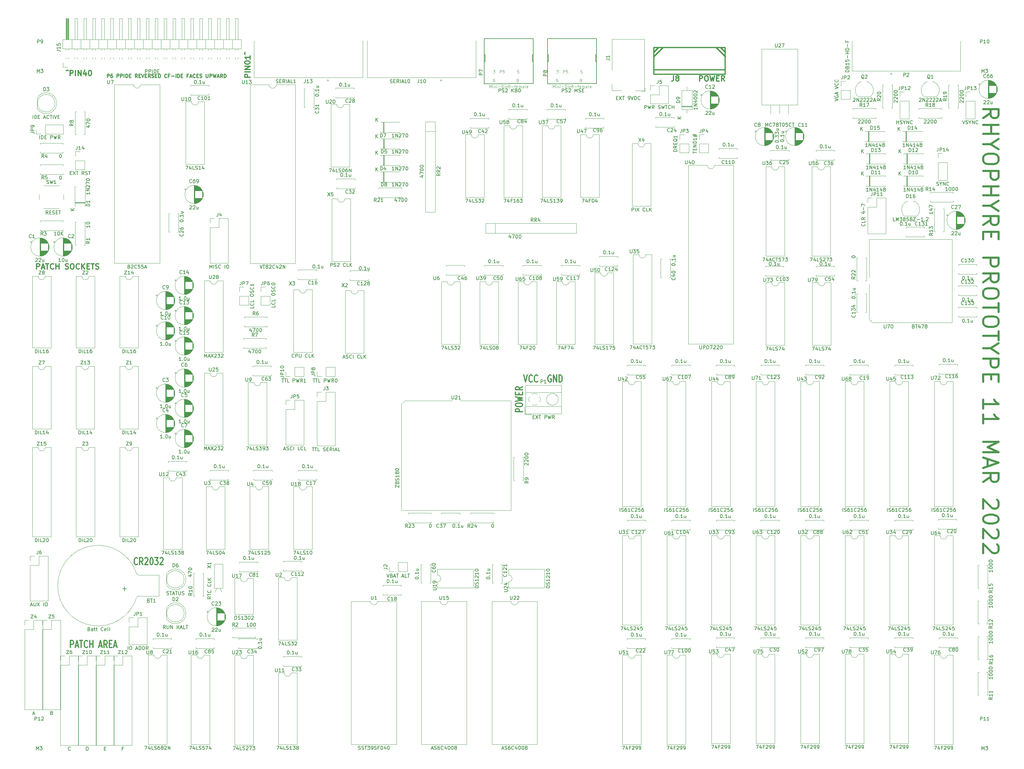
<source format=gto>
%TF.GenerationSoftware,KiCad,Pcbnew,(5.1.10)-1*%
%TF.CreationDate,2022-03-11T09:02:50-05:00*%
%TF.ProjectId,Z180GDC,5a313830-4744-4432-9e6b-696361645f70,rev?*%
%TF.SameCoordinates,Original*%
%TF.FileFunction,Legend,Top*%
%TF.FilePolarity,Positive*%
%FSLAX46Y46*%
G04 Gerber Fmt 4.6, Leading zero omitted, Abs format (unit mm)*
G04 Created by KiCad (PCBNEW (5.1.10)-1) date 2022-03-11 09:02:50*
%MOMM*%
%LPD*%
G01*
G04 APERTURE LIST*
%ADD10C,0.609600*%
%ADD11C,0.304800*%
%ADD12C,0.254000*%
%ADD13C,0.120000*%
%ADD14C,0.127000*%
%ADD15C,0.381000*%
%ADD16C,0.150000*%
%ADD17C,0.088900*%
G04 APERTURE END LIST*
D10*
X303297166Y-52133500D02*
X305413833Y-50651833D01*
X303297166Y-49593500D02*
X307742166Y-49593500D01*
X307742166Y-51286833D01*
X307530500Y-51710166D01*
X307318833Y-51921833D01*
X306895500Y-52133500D01*
X306260500Y-52133500D01*
X305837166Y-51921833D01*
X305625500Y-51710166D01*
X305413833Y-51286833D01*
X305413833Y-49593500D01*
X303297166Y-54038500D02*
X307742166Y-54038500D01*
X305625500Y-54038500D02*
X305625500Y-56578500D01*
X303297166Y-56578500D02*
X307742166Y-56578500D01*
X305413833Y-59541833D02*
X303297166Y-59541833D01*
X307742166Y-58060166D02*
X305413833Y-59541833D01*
X307742166Y-61023500D01*
X307742166Y-63351833D02*
X307742166Y-64198500D01*
X307530500Y-64621833D01*
X307107166Y-65045166D01*
X306260500Y-65256833D01*
X304778833Y-65256833D01*
X303932166Y-65045166D01*
X303508833Y-64621833D01*
X303297166Y-64198500D01*
X303297166Y-63351833D01*
X303508833Y-62928500D01*
X303932166Y-62505166D01*
X304778833Y-62293500D01*
X306260500Y-62293500D01*
X307107166Y-62505166D01*
X307530500Y-62928500D01*
X307742166Y-63351833D01*
X303297166Y-67161833D02*
X307742166Y-67161833D01*
X307742166Y-68855166D01*
X307530500Y-69278500D01*
X307318833Y-69490166D01*
X306895500Y-69701833D01*
X306260500Y-69701833D01*
X305837166Y-69490166D01*
X305625500Y-69278500D01*
X305413833Y-68855166D01*
X305413833Y-67161833D01*
X303297166Y-71606833D02*
X307742166Y-71606833D01*
X305625500Y-71606833D02*
X305625500Y-74146833D01*
X303297166Y-74146833D02*
X307742166Y-74146833D01*
X305413833Y-77110166D02*
X303297166Y-77110166D01*
X307742166Y-75628499D02*
X305413833Y-77110166D01*
X307742166Y-78591833D01*
X303297166Y-82613500D02*
X305413833Y-81131833D01*
X303297166Y-80073500D02*
X307742166Y-80073500D01*
X307742166Y-81766833D01*
X307530500Y-82190166D01*
X307318833Y-82401833D01*
X306895500Y-82613500D01*
X306260500Y-82613500D01*
X305837166Y-82401833D01*
X305625500Y-82190166D01*
X305413833Y-81766833D01*
X305413833Y-80073500D01*
X305625500Y-84518500D02*
X305625500Y-86000166D01*
X303297166Y-86635166D02*
X303297166Y-84518500D01*
X307742166Y-84518500D01*
X307742166Y-86635166D01*
X303297166Y-91926833D02*
X307742166Y-91926833D01*
X307742166Y-93620166D01*
X307530500Y-94043500D01*
X307318833Y-94255166D01*
X306895500Y-94466833D01*
X306260500Y-94466833D01*
X305837166Y-94255166D01*
X305625500Y-94043500D01*
X305413833Y-93620166D01*
X305413833Y-91926833D01*
X303297166Y-98911833D02*
X305413833Y-97430166D01*
X303297166Y-96371833D02*
X307742166Y-96371833D01*
X307742166Y-98065166D01*
X307530500Y-98488500D01*
X307318833Y-98700166D01*
X306895500Y-98911833D01*
X306260500Y-98911833D01*
X305837166Y-98700166D01*
X305625500Y-98488500D01*
X305413833Y-98065166D01*
X305413833Y-96371833D01*
X307742166Y-101663500D02*
X307742166Y-102510166D01*
X307530500Y-102933500D01*
X307107166Y-103356833D01*
X306260500Y-103568500D01*
X304778833Y-103568500D01*
X303932166Y-103356833D01*
X303508833Y-102933500D01*
X303297166Y-102510166D01*
X303297166Y-101663500D01*
X303508833Y-101240166D01*
X303932166Y-100816833D01*
X304778833Y-100605166D01*
X306260500Y-100605166D01*
X307107166Y-100816833D01*
X307530500Y-101240166D01*
X307742166Y-101663500D01*
X307742166Y-104838500D02*
X307742166Y-107378500D01*
X303297166Y-106108500D02*
X307742166Y-106108500D01*
X307742166Y-109706833D02*
X307742166Y-110553500D01*
X307530500Y-110976833D01*
X307107166Y-111400166D01*
X306260500Y-111611833D01*
X304778833Y-111611833D01*
X303932166Y-111400166D01*
X303508833Y-110976833D01*
X303297166Y-110553500D01*
X303297166Y-109706833D01*
X303508833Y-109283500D01*
X303932166Y-108860166D01*
X304778833Y-108648500D01*
X306260500Y-108648500D01*
X307107166Y-108860166D01*
X307530500Y-109283500D01*
X307742166Y-109706833D01*
X307742166Y-112881833D02*
X307742166Y-115421833D01*
X303297166Y-114151833D02*
X307742166Y-114151833D01*
X305413833Y-117750166D02*
X303297166Y-117750166D01*
X307742166Y-116268500D02*
X305413833Y-117750166D01*
X307742166Y-119231833D01*
X303297166Y-120713500D02*
X307742166Y-120713500D01*
X307742166Y-122406833D01*
X307530500Y-122830166D01*
X307318833Y-123041833D01*
X306895500Y-123253500D01*
X306260500Y-123253500D01*
X305837166Y-123041833D01*
X305625500Y-122830166D01*
X305413833Y-122406833D01*
X305413833Y-120713500D01*
X305625500Y-125158500D02*
X305625500Y-126640166D01*
X303297166Y-127275166D02*
X303297166Y-125158500D01*
X307742166Y-125158500D01*
X307742166Y-127275166D01*
X303297166Y-134895166D02*
X303297166Y-132355166D01*
X303297166Y-133625166D02*
X307742166Y-133625166D01*
X307107166Y-133201833D01*
X306683833Y-132778500D01*
X306472166Y-132355166D01*
X303297166Y-139128500D02*
X303297166Y-136588500D01*
X303297166Y-137858500D02*
X307742166Y-137858500D01*
X307107166Y-137435166D01*
X306683833Y-137011833D01*
X306472166Y-136588500D01*
X303297166Y-144420166D02*
X307742166Y-144420166D01*
X304567166Y-145901833D01*
X307742166Y-147383500D01*
X303297166Y-147383500D01*
X304567166Y-149288500D02*
X304567166Y-151405166D01*
X303297166Y-148865166D02*
X307742166Y-150346833D01*
X303297166Y-151828500D01*
X303297166Y-155850166D02*
X305413833Y-154368500D01*
X303297166Y-153310166D02*
X307742166Y-153310166D01*
X307742166Y-155003500D01*
X307530500Y-155426833D01*
X307318833Y-155638500D01*
X306895500Y-155850166D01*
X306260500Y-155850166D01*
X305837166Y-155638500D01*
X305625500Y-155426833D01*
X305413833Y-155003500D01*
X305413833Y-153310166D01*
X307318833Y-160930166D02*
X307530500Y-161141833D01*
X307742166Y-161565166D01*
X307742166Y-162623500D01*
X307530500Y-163046833D01*
X307318833Y-163258500D01*
X306895500Y-163470166D01*
X306472166Y-163470166D01*
X305837166Y-163258500D01*
X303297166Y-160718500D01*
X303297166Y-163470166D01*
X307742166Y-166221833D02*
X307742166Y-166645166D01*
X307530500Y-167068500D01*
X307318833Y-167280166D01*
X306895500Y-167491833D01*
X306048833Y-167703500D01*
X304990500Y-167703500D01*
X304143833Y-167491833D01*
X303720500Y-167280166D01*
X303508833Y-167068500D01*
X303297166Y-166645166D01*
X303297166Y-166221833D01*
X303508833Y-165798500D01*
X303720500Y-165586833D01*
X304143833Y-165375166D01*
X304990500Y-165163500D01*
X306048833Y-165163500D01*
X306895500Y-165375166D01*
X307318833Y-165586833D01*
X307530500Y-165798500D01*
X307742166Y-166221833D01*
X307318833Y-169396833D02*
X307530500Y-169608500D01*
X307742166Y-170031833D01*
X307742166Y-171090166D01*
X307530500Y-171513500D01*
X307318833Y-171725166D01*
X306895500Y-171936833D01*
X306472166Y-171936833D01*
X305837166Y-171725166D01*
X303297166Y-169185166D01*
X303297166Y-171936833D01*
X307318833Y-173630166D02*
X307530500Y-173841833D01*
X307742166Y-174265166D01*
X307742166Y-175323500D01*
X307530500Y-175746833D01*
X307318833Y-175958500D01*
X306895500Y-176170166D01*
X306472166Y-176170166D01*
X305837166Y-175958500D01*
X303297166Y-173418500D01*
X303297166Y-176170166D01*
D11*
X172115238Y-135853714D02*
X170083238Y-135853714D01*
X170083238Y-135273142D01*
X170180000Y-135128000D01*
X170276761Y-135055428D01*
X170470285Y-134982857D01*
X170760571Y-134982857D01*
X170954095Y-135055428D01*
X171050857Y-135128000D01*
X171147619Y-135273142D01*
X171147619Y-135853714D01*
X170083238Y-134039428D02*
X170083238Y-133749142D01*
X170180000Y-133604000D01*
X170373523Y-133458857D01*
X170760571Y-133386285D01*
X171437904Y-133386285D01*
X171824952Y-133458857D01*
X172018476Y-133604000D01*
X172115238Y-133749142D01*
X172115238Y-134039428D01*
X172018476Y-134184571D01*
X171824952Y-134329714D01*
X171437904Y-134402285D01*
X170760571Y-134402285D01*
X170373523Y-134329714D01*
X170180000Y-134184571D01*
X170083238Y-134039428D01*
X170083238Y-132878285D02*
X172115238Y-132515428D01*
X170663809Y-132225142D01*
X172115238Y-131934857D01*
X170083238Y-131572000D01*
X171050857Y-130991428D02*
X171050857Y-130483428D01*
X172115238Y-130265714D02*
X172115238Y-130991428D01*
X170083238Y-130991428D01*
X170083238Y-130265714D01*
X172115238Y-128741714D02*
X171147619Y-129249714D01*
X172115238Y-129612571D02*
X170083238Y-129612571D01*
X170083238Y-129032000D01*
X170180000Y-128886857D01*
X170276761Y-128814285D01*
X170470285Y-128741714D01*
X170760571Y-128741714D01*
X170954095Y-128814285D01*
X171050857Y-128886857D01*
X171147619Y-129032000D01*
X171147619Y-129612571D01*
X180194857Y-125476000D02*
X180049714Y-125379238D01*
X179832000Y-125379238D01*
X179614285Y-125476000D01*
X179469142Y-125669523D01*
X179396571Y-125863047D01*
X179324000Y-126250095D01*
X179324000Y-126540380D01*
X179396571Y-126927428D01*
X179469142Y-127120952D01*
X179614285Y-127314476D01*
X179832000Y-127411238D01*
X179977142Y-127411238D01*
X180194857Y-127314476D01*
X180267428Y-127217714D01*
X180267428Y-126540380D01*
X179977142Y-126540380D01*
X180920571Y-127411238D02*
X180920571Y-125379238D01*
X181791428Y-127411238D01*
X181791428Y-125379238D01*
X182517142Y-127411238D02*
X182517142Y-125379238D01*
X182880000Y-125379238D01*
X183097714Y-125476000D01*
X183242857Y-125669523D01*
X183315428Y-125863047D01*
X183388000Y-126250095D01*
X183388000Y-126540380D01*
X183315428Y-126927428D01*
X183242857Y-127120952D01*
X183097714Y-127314476D01*
X182880000Y-127411238D01*
X182517142Y-127411238D01*
X172466000Y-125379238D02*
X172974000Y-127411238D01*
X173482000Y-125379238D01*
X174860857Y-127217714D02*
X174788285Y-127314476D01*
X174570571Y-127411238D01*
X174425428Y-127411238D01*
X174207714Y-127314476D01*
X174062571Y-127120952D01*
X173990000Y-126927428D01*
X173917428Y-126540380D01*
X173917428Y-126250095D01*
X173990000Y-125863047D01*
X174062571Y-125669523D01*
X174207714Y-125476000D01*
X174425428Y-125379238D01*
X174570571Y-125379238D01*
X174788285Y-125476000D01*
X174860857Y-125572761D01*
X176384857Y-127217714D02*
X176312285Y-127314476D01*
X176094571Y-127411238D01*
X175949428Y-127411238D01*
X175731714Y-127314476D01*
X175586571Y-127120952D01*
X175514000Y-126927428D01*
X175441428Y-126540380D01*
X175441428Y-126250095D01*
X175514000Y-125863047D01*
X175586571Y-125669523D01*
X175731714Y-125476000D01*
X175949428Y-125379238D01*
X176094571Y-125379238D01*
X176312285Y-125476000D01*
X176384857Y-125572761D01*
X62338857Y-179287714D02*
X62266285Y-179384476D01*
X62048571Y-179481238D01*
X61903428Y-179481238D01*
X61685714Y-179384476D01*
X61540571Y-179190952D01*
X61468000Y-178997428D01*
X61395428Y-178610380D01*
X61395428Y-178320095D01*
X61468000Y-177933047D01*
X61540571Y-177739523D01*
X61685714Y-177546000D01*
X61903428Y-177449238D01*
X62048571Y-177449238D01*
X62266285Y-177546000D01*
X62338857Y-177642761D01*
X63862857Y-179481238D02*
X63354857Y-178513619D01*
X62992000Y-179481238D02*
X62992000Y-177449238D01*
X63572571Y-177449238D01*
X63717714Y-177546000D01*
X63790285Y-177642761D01*
X63862857Y-177836285D01*
X63862857Y-178126571D01*
X63790285Y-178320095D01*
X63717714Y-178416857D01*
X63572571Y-178513619D01*
X62992000Y-178513619D01*
X64443428Y-177642761D02*
X64516000Y-177546000D01*
X64661142Y-177449238D01*
X65024000Y-177449238D01*
X65169142Y-177546000D01*
X65241714Y-177642761D01*
X65314285Y-177836285D01*
X65314285Y-178029809D01*
X65241714Y-178320095D01*
X64370857Y-179481238D01*
X65314285Y-179481238D01*
X66257714Y-177449238D02*
X66402857Y-177449238D01*
X66548000Y-177546000D01*
X66620571Y-177642761D01*
X66693142Y-177836285D01*
X66765714Y-178223333D01*
X66765714Y-178707142D01*
X66693142Y-179094190D01*
X66620571Y-179287714D01*
X66548000Y-179384476D01*
X66402857Y-179481238D01*
X66257714Y-179481238D01*
X66112571Y-179384476D01*
X66040000Y-179287714D01*
X65967428Y-179094190D01*
X65894857Y-178707142D01*
X65894857Y-178223333D01*
X65967428Y-177836285D01*
X66040000Y-177642761D01*
X66112571Y-177546000D01*
X66257714Y-177449238D01*
X67273714Y-177449238D02*
X68217142Y-177449238D01*
X67709142Y-178223333D01*
X67926857Y-178223333D01*
X68072000Y-178320095D01*
X68144571Y-178416857D01*
X68217142Y-178610380D01*
X68217142Y-179094190D01*
X68144571Y-179287714D01*
X68072000Y-179384476D01*
X67926857Y-179481238D01*
X67491428Y-179481238D01*
X67346285Y-179384476D01*
X67273714Y-179287714D01*
X68797714Y-177642761D02*
X68870285Y-177546000D01*
X69015428Y-177449238D01*
X69378285Y-177449238D01*
X69523428Y-177546000D01*
X69596000Y-177642761D01*
X69668571Y-177836285D01*
X69668571Y-178029809D01*
X69596000Y-178320095D01*
X68725142Y-179481238D01*
X69668571Y-179481238D01*
X43252571Y-203103238D02*
X43252571Y-201071238D01*
X43833142Y-201071238D01*
X43978285Y-201168000D01*
X44050857Y-201264761D01*
X44123428Y-201458285D01*
X44123428Y-201748571D01*
X44050857Y-201942095D01*
X43978285Y-202038857D01*
X43833142Y-202135619D01*
X43252571Y-202135619D01*
X44704000Y-202522666D02*
X45429714Y-202522666D01*
X44558857Y-203103238D02*
X45066857Y-201071238D01*
X45574857Y-203103238D01*
X45865142Y-201071238D02*
X46736000Y-201071238D01*
X46300571Y-203103238D02*
X46300571Y-201071238D01*
X48114857Y-202909714D02*
X48042285Y-203006476D01*
X47824571Y-203103238D01*
X47679428Y-203103238D01*
X47461714Y-203006476D01*
X47316571Y-202812952D01*
X47244000Y-202619428D01*
X47171428Y-202232380D01*
X47171428Y-201942095D01*
X47244000Y-201555047D01*
X47316571Y-201361523D01*
X47461714Y-201168000D01*
X47679428Y-201071238D01*
X47824571Y-201071238D01*
X48042285Y-201168000D01*
X48114857Y-201264761D01*
X48768000Y-203103238D02*
X48768000Y-201071238D01*
X48768000Y-202038857D02*
X49638857Y-202038857D01*
X49638857Y-203103238D02*
X49638857Y-201071238D01*
X51453142Y-202522666D02*
X52178857Y-202522666D01*
X51308000Y-203103238D02*
X51816000Y-201071238D01*
X52324000Y-203103238D01*
X53702857Y-203103238D02*
X53194857Y-202135619D01*
X52832000Y-203103238D02*
X52832000Y-201071238D01*
X53412571Y-201071238D01*
X53557714Y-201168000D01*
X53630285Y-201264761D01*
X53702857Y-201458285D01*
X53702857Y-201748571D01*
X53630285Y-201942095D01*
X53557714Y-202038857D01*
X53412571Y-202135619D01*
X52832000Y-202135619D01*
X54356000Y-202038857D02*
X54864000Y-202038857D01*
X55081714Y-203103238D02*
X54356000Y-203103238D01*
X54356000Y-201071238D01*
X55081714Y-201071238D01*
X55662285Y-202522666D02*
X56388000Y-202522666D01*
X55517142Y-203103238D02*
X56025142Y-201071238D01*
X56533142Y-203103238D01*
D12*
X53702857Y-40591619D02*
X53702857Y-39575619D01*
X54089904Y-39575619D01*
X54186666Y-39624000D01*
X54235047Y-39672380D01*
X54283428Y-39769142D01*
X54283428Y-39914285D01*
X54235047Y-40011047D01*
X54186666Y-40059428D01*
X54089904Y-40107809D01*
X53702857Y-40107809D01*
X55154285Y-39575619D02*
X54960761Y-39575619D01*
X54864000Y-39624000D01*
X54815619Y-39672380D01*
X54718857Y-39817523D01*
X54670476Y-40011047D01*
X54670476Y-40398095D01*
X54718857Y-40494857D01*
X54767238Y-40543238D01*
X54864000Y-40591619D01*
X55057523Y-40591619D01*
X55154285Y-40543238D01*
X55202666Y-40494857D01*
X55251047Y-40398095D01*
X55251047Y-40156190D01*
X55202666Y-40059428D01*
X55154285Y-40011047D01*
X55057523Y-39962666D01*
X54864000Y-39962666D01*
X54767238Y-40011047D01*
X54718857Y-40059428D01*
X54670476Y-40156190D01*
X56460571Y-40591619D02*
X56460571Y-39575619D01*
X56847619Y-39575619D01*
X56944380Y-39624000D01*
X56992761Y-39672380D01*
X57041142Y-39769142D01*
X57041142Y-39914285D01*
X56992761Y-40011047D01*
X56944380Y-40059428D01*
X56847619Y-40107809D01*
X56460571Y-40107809D01*
X57476571Y-40591619D02*
X57476571Y-39575619D01*
X57863619Y-39575619D01*
X57960380Y-39624000D01*
X58008761Y-39672380D01*
X58057142Y-39769142D01*
X58057142Y-39914285D01*
X58008761Y-40011047D01*
X57960380Y-40059428D01*
X57863619Y-40107809D01*
X57476571Y-40107809D01*
X58492571Y-40591619D02*
X58492571Y-39575619D01*
X58976380Y-40591619D02*
X58976380Y-39575619D01*
X59218285Y-39575619D01*
X59363428Y-39624000D01*
X59460190Y-39720761D01*
X59508571Y-39817523D01*
X59556952Y-40011047D01*
X59556952Y-40156190D01*
X59508571Y-40349714D01*
X59460190Y-40446476D01*
X59363428Y-40543238D01*
X59218285Y-40591619D01*
X58976380Y-40591619D01*
X59992380Y-40059428D02*
X60331047Y-40059428D01*
X60476190Y-40591619D02*
X59992380Y-40591619D01*
X59992380Y-39575619D01*
X60476190Y-39575619D01*
X62266285Y-40591619D02*
X61927619Y-40107809D01*
X61685714Y-40591619D02*
X61685714Y-39575619D01*
X62072761Y-39575619D01*
X62169523Y-39624000D01*
X62217904Y-39672380D01*
X62266285Y-39769142D01*
X62266285Y-39914285D01*
X62217904Y-40011047D01*
X62169523Y-40059428D01*
X62072761Y-40107809D01*
X61685714Y-40107809D01*
X62701714Y-40059428D02*
X63040380Y-40059428D01*
X63185523Y-40591619D02*
X62701714Y-40591619D01*
X62701714Y-39575619D01*
X63185523Y-39575619D01*
X63475809Y-39575619D02*
X63814476Y-40591619D01*
X64153142Y-39575619D01*
X64491809Y-40059428D02*
X64830476Y-40059428D01*
X64975619Y-40591619D02*
X64491809Y-40591619D01*
X64491809Y-39575619D01*
X64975619Y-39575619D01*
X65991619Y-40591619D02*
X65652952Y-40107809D01*
X65411047Y-40591619D02*
X65411047Y-39575619D01*
X65798095Y-39575619D01*
X65894857Y-39624000D01*
X65943238Y-39672380D01*
X65991619Y-39769142D01*
X65991619Y-39914285D01*
X65943238Y-40011047D01*
X65894857Y-40059428D01*
X65798095Y-40107809D01*
X65411047Y-40107809D01*
X66378666Y-40543238D02*
X66523809Y-40591619D01*
X66765714Y-40591619D01*
X66862476Y-40543238D01*
X66910857Y-40494857D01*
X66959238Y-40398095D01*
X66959238Y-40301333D01*
X66910857Y-40204571D01*
X66862476Y-40156190D01*
X66765714Y-40107809D01*
X66572190Y-40059428D01*
X66475428Y-40011047D01*
X66427047Y-39962666D01*
X66378666Y-39865904D01*
X66378666Y-39769142D01*
X66427047Y-39672380D01*
X66475428Y-39624000D01*
X66572190Y-39575619D01*
X66814095Y-39575619D01*
X66959238Y-39624000D01*
X67394666Y-40059428D02*
X67733333Y-40059428D01*
X67878476Y-40591619D02*
X67394666Y-40591619D01*
X67394666Y-39575619D01*
X67878476Y-39575619D01*
X68313904Y-40591619D02*
X68313904Y-39575619D01*
X68555809Y-39575619D01*
X68700952Y-39624000D01*
X68797714Y-39720761D01*
X68846095Y-39817523D01*
X68894476Y-40011047D01*
X68894476Y-40156190D01*
X68846095Y-40349714D01*
X68797714Y-40446476D01*
X68700952Y-40543238D01*
X68555809Y-40591619D01*
X68313904Y-40591619D01*
X70684571Y-40494857D02*
X70636190Y-40543238D01*
X70491047Y-40591619D01*
X70394285Y-40591619D01*
X70249142Y-40543238D01*
X70152380Y-40446476D01*
X70104000Y-40349714D01*
X70055619Y-40156190D01*
X70055619Y-40011047D01*
X70104000Y-39817523D01*
X70152380Y-39720761D01*
X70249142Y-39624000D01*
X70394285Y-39575619D01*
X70491047Y-39575619D01*
X70636190Y-39624000D01*
X70684571Y-39672380D01*
X71458666Y-40059428D02*
X71120000Y-40059428D01*
X71120000Y-40591619D02*
X71120000Y-39575619D01*
X71603809Y-39575619D01*
X71990857Y-40204571D02*
X72764952Y-40204571D01*
X73248761Y-40591619D02*
X73248761Y-39575619D01*
X73732571Y-40591619D02*
X73732571Y-39575619D01*
X73974476Y-39575619D01*
X74119619Y-39624000D01*
X74216380Y-39720761D01*
X74264761Y-39817523D01*
X74313142Y-40011047D01*
X74313142Y-40156190D01*
X74264761Y-40349714D01*
X74216380Y-40446476D01*
X74119619Y-40543238D01*
X73974476Y-40591619D01*
X73732571Y-40591619D01*
X74748571Y-40059428D02*
X75087238Y-40059428D01*
X75232380Y-40591619D02*
X74748571Y-40591619D01*
X74748571Y-39575619D01*
X75232380Y-39575619D01*
X76780571Y-40059428D02*
X76441904Y-40059428D01*
X76441904Y-40591619D02*
X76441904Y-39575619D01*
X76925714Y-39575619D01*
X77264380Y-40301333D02*
X77748190Y-40301333D01*
X77167619Y-40591619D02*
X77506285Y-39575619D01*
X77844952Y-40591619D01*
X78764190Y-40494857D02*
X78715809Y-40543238D01*
X78570666Y-40591619D01*
X78473904Y-40591619D01*
X78328761Y-40543238D01*
X78232000Y-40446476D01*
X78183619Y-40349714D01*
X78135238Y-40156190D01*
X78135238Y-40011047D01*
X78183619Y-39817523D01*
X78232000Y-39720761D01*
X78328761Y-39624000D01*
X78473904Y-39575619D01*
X78570666Y-39575619D01*
X78715809Y-39624000D01*
X78764190Y-39672380D01*
X79199619Y-40059428D02*
X79538285Y-40059428D01*
X79683428Y-40591619D02*
X79199619Y-40591619D01*
X79199619Y-39575619D01*
X79683428Y-39575619D01*
X80070476Y-40543238D02*
X80215619Y-40591619D01*
X80457523Y-40591619D01*
X80554285Y-40543238D01*
X80602666Y-40494857D01*
X80651047Y-40398095D01*
X80651047Y-40301333D01*
X80602666Y-40204571D01*
X80554285Y-40156190D01*
X80457523Y-40107809D01*
X80264000Y-40059428D01*
X80167238Y-40011047D01*
X80118857Y-39962666D01*
X80070476Y-39865904D01*
X80070476Y-39769142D01*
X80118857Y-39672380D01*
X80167238Y-39624000D01*
X80264000Y-39575619D01*
X80505904Y-39575619D01*
X80651047Y-39624000D01*
X81860571Y-39575619D02*
X81860571Y-40398095D01*
X81908952Y-40494857D01*
X81957333Y-40543238D01*
X82054095Y-40591619D01*
X82247619Y-40591619D01*
X82344380Y-40543238D01*
X82392761Y-40494857D01*
X82441142Y-40398095D01*
X82441142Y-39575619D01*
X82924952Y-40591619D02*
X82924952Y-39575619D01*
X83312000Y-39575619D01*
X83408761Y-39624000D01*
X83457142Y-39672380D01*
X83505523Y-39769142D01*
X83505523Y-39914285D01*
X83457142Y-40011047D01*
X83408761Y-40059428D01*
X83312000Y-40107809D01*
X82924952Y-40107809D01*
X83844190Y-39575619D02*
X84086095Y-40591619D01*
X84279619Y-39865904D01*
X84473142Y-40591619D01*
X84715047Y-39575619D01*
X85053714Y-40301333D02*
X85537523Y-40301333D01*
X84956952Y-40591619D02*
X85295619Y-39575619D01*
X85634285Y-40591619D01*
X86553523Y-40591619D02*
X86214857Y-40107809D01*
X85972952Y-40591619D02*
X85972952Y-39575619D01*
X86360000Y-39575619D01*
X86456761Y-39624000D01*
X86505142Y-39672380D01*
X86553523Y-39769142D01*
X86553523Y-39914285D01*
X86505142Y-40011047D01*
X86456761Y-40059428D01*
X86360000Y-40107809D01*
X85972952Y-40107809D01*
X86988952Y-40591619D02*
X86988952Y-39575619D01*
X87230857Y-39575619D01*
X87376000Y-39624000D01*
X87472761Y-39720761D01*
X87521142Y-39817523D01*
X87569523Y-40011047D01*
X87569523Y-40156190D01*
X87521142Y-40349714D01*
X87472761Y-40446476D01*
X87376000Y-40543238D01*
X87230857Y-40591619D01*
X86988952Y-40591619D01*
D11*
X42055142Y-38680571D02*
X42345428Y-38462857D01*
X42635714Y-38680571D01*
X43143714Y-40059428D02*
X43143714Y-38535428D01*
X43724285Y-38535428D01*
X43869428Y-38608000D01*
X43942000Y-38680571D01*
X44014571Y-38825714D01*
X44014571Y-39043428D01*
X43942000Y-39188571D01*
X43869428Y-39261142D01*
X43724285Y-39333714D01*
X43143714Y-39333714D01*
X44667714Y-40059428D02*
X44667714Y-38535428D01*
X45393428Y-40059428D02*
X45393428Y-38535428D01*
X46264285Y-40059428D01*
X46264285Y-38535428D01*
X47643142Y-39043428D02*
X47643142Y-40059428D01*
X47280285Y-38462857D02*
X46917428Y-39551428D01*
X47860857Y-39551428D01*
X48731714Y-38535428D02*
X48876857Y-38535428D01*
X49022000Y-38608000D01*
X49094571Y-38680571D01*
X49167142Y-38825714D01*
X49239714Y-39116000D01*
X49239714Y-39478857D01*
X49167142Y-39769142D01*
X49094571Y-39914285D01*
X49022000Y-39986857D01*
X48876857Y-40059428D01*
X48731714Y-40059428D01*
X48586571Y-39986857D01*
X48514000Y-39914285D01*
X48441428Y-39769142D01*
X48368857Y-39478857D01*
X48368857Y-39116000D01*
X48441428Y-38825714D01*
X48514000Y-38680571D01*
X48586571Y-38608000D01*
X48731714Y-38535428D01*
X94415428Y-40531142D02*
X92891428Y-40531142D01*
X92891428Y-39950571D01*
X92964000Y-39805428D01*
X93036571Y-39732857D01*
X93181714Y-39660285D01*
X93399428Y-39660285D01*
X93544571Y-39732857D01*
X93617142Y-39805428D01*
X93689714Y-39950571D01*
X93689714Y-40531142D01*
X94415428Y-39007142D02*
X92891428Y-39007142D01*
X94415428Y-38281428D02*
X92891428Y-38281428D01*
X94415428Y-37410571D01*
X92891428Y-37410571D01*
X92891428Y-36394571D02*
X92891428Y-36249428D01*
X92964000Y-36104285D01*
X93036571Y-36031714D01*
X93181714Y-35959142D01*
X93472000Y-35886571D01*
X93834857Y-35886571D01*
X94125142Y-35959142D01*
X94270285Y-36031714D01*
X94342857Y-36104285D01*
X94415428Y-36249428D01*
X94415428Y-36394571D01*
X94342857Y-36539714D01*
X94270285Y-36612285D01*
X94125142Y-36684857D01*
X93834857Y-36757428D01*
X93472000Y-36757428D01*
X93181714Y-36684857D01*
X93036571Y-36612285D01*
X92964000Y-36539714D01*
X92891428Y-36394571D01*
X94415428Y-34435142D02*
X94415428Y-35306000D01*
X94415428Y-34870571D02*
X92891428Y-34870571D01*
X93109142Y-35015714D01*
X93254285Y-35160857D01*
X93326857Y-35306000D01*
X93036571Y-33999714D02*
X92818857Y-33709428D01*
X93036571Y-33419142D01*
X33600571Y-95177428D02*
X33600571Y-93653428D01*
X34181142Y-93653428D01*
X34326285Y-93726000D01*
X34398857Y-93798571D01*
X34471428Y-93943714D01*
X34471428Y-94161428D01*
X34398857Y-94306571D01*
X34326285Y-94379142D01*
X34181142Y-94451714D01*
X33600571Y-94451714D01*
X35052000Y-94742000D02*
X35777714Y-94742000D01*
X34906857Y-95177428D02*
X35414857Y-93653428D01*
X35922857Y-95177428D01*
X36213142Y-93653428D02*
X37084000Y-93653428D01*
X36648571Y-95177428D02*
X36648571Y-93653428D01*
X38462857Y-95032285D02*
X38390285Y-95104857D01*
X38172571Y-95177428D01*
X38027428Y-95177428D01*
X37809714Y-95104857D01*
X37664571Y-94959714D01*
X37592000Y-94814571D01*
X37519428Y-94524285D01*
X37519428Y-94306571D01*
X37592000Y-94016285D01*
X37664571Y-93871142D01*
X37809714Y-93726000D01*
X38027428Y-93653428D01*
X38172571Y-93653428D01*
X38390285Y-93726000D01*
X38462857Y-93798571D01*
X39116000Y-95177428D02*
X39116000Y-93653428D01*
X39116000Y-94379142D02*
X39986857Y-94379142D01*
X39986857Y-95177428D02*
X39986857Y-93653428D01*
X41801142Y-95104857D02*
X42018857Y-95177428D01*
X42381714Y-95177428D01*
X42526857Y-95104857D01*
X42599428Y-95032285D01*
X42672000Y-94887142D01*
X42672000Y-94742000D01*
X42599428Y-94596857D01*
X42526857Y-94524285D01*
X42381714Y-94451714D01*
X42091428Y-94379142D01*
X41946285Y-94306571D01*
X41873714Y-94234000D01*
X41801142Y-94088857D01*
X41801142Y-93943714D01*
X41873714Y-93798571D01*
X41946285Y-93726000D01*
X42091428Y-93653428D01*
X42454285Y-93653428D01*
X42672000Y-93726000D01*
X43615428Y-93653428D02*
X43905714Y-93653428D01*
X44050857Y-93726000D01*
X44196000Y-93871142D01*
X44268571Y-94161428D01*
X44268571Y-94669428D01*
X44196000Y-94959714D01*
X44050857Y-95104857D01*
X43905714Y-95177428D01*
X43615428Y-95177428D01*
X43470285Y-95104857D01*
X43325142Y-94959714D01*
X43252571Y-94669428D01*
X43252571Y-94161428D01*
X43325142Y-93871142D01*
X43470285Y-93726000D01*
X43615428Y-93653428D01*
X45792571Y-95032285D02*
X45720000Y-95104857D01*
X45502285Y-95177428D01*
X45357142Y-95177428D01*
X45139428Y-95104857D01*
X44994285Y-94959714D01*
X44921714Y-94814571D01*
X44849142Y-94524285D01*
X44849142Y-94306571D01*
X44921714Y-94016285D01*
X44994285Y-93871142D01*
X45139428Y-93726000D01*
X45357142Y-93653428D01*
X45502285Y-93653428D01*
X45720000Y-93726000D01*
X45792571Y-93798571D01*
X46445714Y-95177428D02*
X46445714Y-93653428D01*
X47316571Y-95177428D02*
X46663428Y-94306571D01*
X47316571Y-93653428D02*
X46445714Y-94524285D01*
X47969714Y-94379142D02*
X48477714Y-94379142D01*
X48695428Y-95177428D02*
X47969714Y-95177428D01*
X47969714Y-93653428D01*
X48695428Y-93653428D01*
X49130857Y-93653428D02*
X50001714Y-93653428D01*
X49566285Y-95177428D02*
X49566285Y-93653428D01*
X50437142Y-95104857D02*
X50654857Y-95177428D01*
X51017714Y-95177428D01*
X51162857Y-95104857D01*
X51235428Y-95032285D01*
X51308000Y-94887142D01*
X51308000Y-94742000D01*
X51235428Y-94596857D01*
X51162857Y-94524285D01*
X51017714Y-94451714D01*
X50727428Y-94379142D01*
X50582285Y-94306571D01*
X50509714Y-94234000D01*
X50437142Y-94088857D01*
X50437142Y-93943714D01*
X50509714Y-93798571D01*
X50582285Y-93726000D01*
X50727428Y-93653428D01*
X51090285Y-93653428D01*
X51308000Y-93726000D01*
D13*
%TO.C,P2*%
X277114000Y-39215325D02*
X277364000Y-39648338D01*
X276864000Y-39648338D02*
X277114000Y-39215325D01*
X277364000Y-39648338D02*
X276864000Y-39648338D01*
X265944000Y-38754000D02*
X265944000Y-30154000D01*
X296914000Y-38754000D02*
X265944000Y-38754000D01*
X296914000Y-30154000D02*
X296914000Y-38754000D01*
%TO.C,JP5*%
X104588000Y-145348000D02*
X109788000Y-145348000D01*
X104588000Y-135128000D02*
X104588000Y-145348000D01*
X109788000Y-132528000D02*
X109788000Y-145348000D01*
X104588000Y-135128000D02*
X107188000Y-135128000D01*
X107188000Y-135128000D02*
X107188000Y-132528000D01*
X107188000Y-132528000D02*
X109788000Y-132528000D01*
X104588000Y-133858000D02*
X104588000Y-132528000D01*
X104588000Y-132528000D02*
X105918000Y-132528000D01*
%TO.C,P1*%
X172674000Y-136634000D02*
X174674000Y-136634000D01*
X172674000Y-134394000D02*
X172674000Y-136634000D01*
X179414000Y-133310000D02*
X179320000Y-133403000D01*
X181664000Y-131059000D02*
X181605000Y-131118000D01*
X179584000Y-133550000D02*
X179525000Y-133608000D01*
X181869000Y-131265000D02*
X181775000Y-131358000D01*
X183194000Y-128274000D02*
X183194000Y-136394000D01*
X172914000Y-128274000D02*
X172914000Y-136394000D01*
X172914000Y-136394000D02*
X183194000Y-136394000D01*
X172914000Y-128274000D02*
X183194000Y-128274000D01*
X172914000Y-130334000D02*
X183194000Y-130334000D01*
X172914000Y-134334000D02*
X183194000Y-134334000D01*
X182274000Y-132334000D02*
G75*
G03*
X182274000Y-132334000I-1680000J0D01*
G01*
X176302712Y-133817352D02*
G75*
G02*
X175514000Y-134014000I-788712J1483352D01*
G01*
X176997953Y-131544912D02*
G75*
G02*
X176998000Y-133123000I-1483953J-789088D01*
G01*
X174724912Y-130850047D02*
G75*
G02*
X176303000Y-130850000I789088J-1483953D01*
G01*
X174030047Y-133123088D02*
G75*
G02*
X174030000Y-131545000I1483953J789088D01*
G01*
X175543383Y-134014450D02*
G75*
G02*
X174725000Y-133818000I-29383J1680450D01*
G01*
%TO.C,U27*%
X247904000Y-48380000D02*
X247904000Y-50920000D01*
X245364000Y-48380000D02*
X245364000Y-50920000D01*
X242824000Y-48380000D02*
X242824000Y-50920000D01*
X250484000Y-32490000D02*
X250484000Y-48380000D01*
X240244000Y-32490000D02*
X240244000Y-48380000D01*
X240244000Y-32490000D02*
X250484000Y-32490000D01*
X240244000Y-48380000D02*
X250484000Y-48380000D01*
%TO.C,D16*%
X280902000Y-80082000D02*
X284502000Y-80082000D01*
X284510445Y-80059684D02*
G75*
G03*
X283482000Y-75782000I-1808445J1827684D01*
G01*
X280890547Y-80074156D02*
G75*
G02*
X281882000Y-75782000I1811453J1842156D01*
G01*
%TO.C,J5*%
X208474000Y-48066000D02*
X213674000Y-48066000D01*
X208474000Y-45466000D02*
X208474000Y-48066000D01*
X213674000Y-42866000D02*
X213674000Y-48066000D01*
X208474000Y-45466000D02*
X211074000Y-45466000D01*
X211074000Y-45466000D02*
X211074000Y-42866000D01*
X211074000Y-42866000D02*
X213674000Y-42866000D01*
X208474000Y-44196000D02*
X208474000Y-42866000D01*
X208474000Y-42866000D02*
X209804000Y-42866000D01*
%TO.C,R24*%
X163798000Y-167486000D02*
X163798000Y-167156000D01*
X157258000Y-167486000D02*
X163798000Y-167486000D01*
X157258000Y-167156000D02*
X157258000Y-167486000D01*
X163798000Y-164746000D02*
X163798000Y-165076000D01*
X157258000Y-164746000D02*
X163798000Y-164746000D01*
X157258000Y-165076000D02*
X157258000Y-164746000D01*
%TO.C,R23*%
X139478000Y-164746000D02*
X139478000Y-165076000D01*
X146018000Y-164746000D02*
X139478000Y-164746000D01*
X146018000Y-165076000D02*
X146018000Y-164746000D01*
X139478000Y-167486000D02*
X139478000Y-167156000D01*
X146018000Y-167486000D02*
X139478000Y-167486000D01*
X146018000Y-167156000D02*
X146018000Y-167486000D01*
%TO.C,R22*%
X270102000Y-91980000D02*
X269772000Y-91980000D01*
X270102000Y-98520000D02*
X270102000Y-91980000D01*
X269772000Y-98520000D02*
X270102000Y-98520000D01*
X267362000Y-91980000D02*
X267692000Y-91980000D01*
X267362000Y-98520000D02*
X267362000Y-91980000D01*
X267692000Y-98520000D02*
X267362000Y-98520000D01*
%TO.C,Z12*%
X55566000Y-205426000D02*
X56896000Y-205426000D01*
X55566000Y-206756000D02*
X55566000Y-205426000D01*
X58166000Y-205426000D02*
X60766000Y-205426000D01*
X58166000Y-208026000D02*
X58166000Y-205426000D01*
X55566000Y-208026000D02*
X58166000Y-208026000D01*
X60766000Y-205426000D02*
X60766000Y-230946000D01*
X55566000Y-208026000D02*
X55566000Y-230946000D01*
X55566000Y-230946000D02*
X60766000Y-230946000D01*
%TO.C,Z11*%
X50486000Y-205426000D02*
X51816000Y-205426000D01*
X50486000Y-206756000D02*
X50486000Y-205426000D01*
X53086000Y-205426000D02*
X55686000Y-205426000D01*
X53086000Y-208026000D02*
X53086000Y-205426000D01*
X50486000Y-208026000D02*
X53086000Y-208026000D01*
X55686000Y-205426000D02*
X55686000Y-230946000D01*
X50486000Y-208026000D02*
X50486000Y-230946000D01*
X50486000Y-230946000D02*
X55686000Y-230946000D01*
%TO.C,Z10*%
X45406000Y-205426000D02*
X46736000Y-205426000D01*
X45406000Y-206756000D02*
X45406000Y-205426000D01*
X48006000Y-205426000D02*
X50606000Y-205426000D01*
X48006000Y-208026000D02*
X48006000Y-205426000D01*
X45406000Y-208026000D02*
X48006000Y-208026000D01*
X50606000Y-205426000D02*
X50606000Y-230946000D01*
X45406000Y-208026000D02*
X45406000Y-230946000D01*
X45406000Y-230946000D02*
X50606000Y-230946000D01*
%TO.C,Z6*%
X40326000Y-205426000D02*
X41656000Y-205426000D01*
X40326000Y-206756000D02*
X40326000Y-205426000D01*
X42926000Y-205426000D02*
X45526000Y-205426000D01*
X42926000Y-208026000D02*
X42926000Y-205426000D01*
X40326000Y-208026000D02*
X42926000Y-208026000D01*
X45526000Y-205426000D02*
X45526000Y-230946000D01*
X40326000Y-208026000D02*
X40326000Y-230946000D01*
X40326000Y-230946000D02*
X45526000Y-230946000D01*
%TO.C,Z5*%
X35246000Y-195266000D02*
X36576000Y-195266000D01*
X35246000Y-196596000D02*
X35246000Y-195266000D01*
X37846000Y-195266000D02*
X40446000Y-195266000D01*
X37846000Y-197866000D02*
X37846000Y-195266000D01*
X35246000Y-197866000D02*
X37846000Y-197866000D01*
X40446000Y-195266000D02*
X40446000Y-220786000D01*
X35246000Y-197866000D02*
X35246000Y-220786000D01*
X35246000Y-220786000D02*
X40446000Y-220786000D01*
%TO.C,Z4*%
X30166000Y-195266000D02*
X31496000Y-195266000D01*
X30166000Y-196596000D02*
X30166000Y-195266000D01*
X32766000Y-195266000D02*
X35366000Y-195266000D01*
X32766000Y-197866000D02*
X32766000Y-195266000D01*
X30166000Y-197866000D02*
X32766000Y-197866000D01*
X35366000Y-195266000D02*
X35366000Y-220786000D01*
X30166000Y-197866000D02*
X30166000Y-220786000D01*
X30166000Y-220786000D02*
X35366000Y-220786000D01*
%TO.C,D9*%
X217478000Y-49710000D02*
X220418000Y-49710000D01*
X220418000Y-49710000D02*
X220418000Y-44270000D01*
X220418000Y-44270000D02*
X217478000Y-44270000D01*
X217478000Y-44270000D02*
X217478000Y-49710000D01*
X218948000Y-50730000D02*
X218948000Y-49710000D01*
X218948000Y-43250000D02*
X218948000Y-44270000D01*
X217478000Y-48810000D02*
X220418000Y-48810000D01*
X217478000Y-48690000D02*
X220418000Y-48690000D01*
X217478000Y-48930000D02*
X220418000Y-48930000D01*
%TO.C,C40*%
X214222000Y-92336000D02*
X214222000Y-97576000D01*
X211482000Y-92336000D02*
X211482000Y-97576000D01*
X214222000Y-92336000D02*
X213907000Y-92336000D01*
X211797000Y-92336000D02*
X211482000Y-92336000D01*
X214222000Y-97576000D02*
X213907000Y-97576000D01*
X211797000Y-97576000D02*
X211482000Y-97576000D01*
%TO.C,C37*%
X148978000Y-164746000D02*
X154218000Y-164746000D01*
X148978000Y-167486000D02*
X154218000Y-167486000D01*
X148978000Y-164746000D02*
X148978000Y-165061000D01*
X148978000Y-167171000D02*
X148978000Y-167486000D01*
X154218000Y-164746000D02*
X154218000Y-165061000D01*
X154218000Y-167171000D02*
X154218000Y-167486000D01*
%TO.C,C36*%
X260978000Y-64108000D02*
X255738000Y-64108000D01*
X260978000Y-61368000D02*
X255738000Y-61368000D01*
X260978000Y-64108000D02*
X260978000Y-63793000D01*
X260978000Y-61683000D02*
X260978000Y-61368000D01*
X255738000Y-64108000D02*
X255738000Y-63793000D01*
X255738000Y-61683000D02*
X255738000Y-61368000D01*
%TO.C,C35*%
X270630000Y-203046000D02*
X265390000Y-203046000D01*
X270630000Y-200306000D02*
X265390000Y-200306000D01*
X270630000Y-203046000D02*
X270630000Y-202731000D01*
X270630000Y-200621000D02*
X270630000Y-200306000D01*
X265390000Y-203046000D02*
X265390000Y-202731000D01*
X265390000Y-200621000D02*
X265390000Y-200306000D01*
%TO.C,C32*%
X124326000Y-72236000D02*
X119086000Y-72236000D01*
X124326000Y-69496000D02*
X119086000Y-69496000D01*
X124326000Y-72236000D02*
X124326000Y-71921000D01*
X124326000Y-69811000D02*
X124326000Y-69496000D01*
X119086000Y-72236000D02*
X119086000Y-71921000D01*
X119086000Y-69811000D02*
X119086000Y-69496000D01*
%TO.C,C31*%
X112622000Y-43822000D02*
X112622000Y-49062000D01*
X109882000Y-43822000D02*
X109882000Y-49062000D01*
X112622000Y-43822000D02*
X112307000Y-43822000D01*
X110197000Y-43822000D02*
X109882000Y-43822000D01*
X112622000Y-49062000D02*
X112307000Y-49062000D01*
X110197000Y-49062000D02*
X109882000Y-49062000D01*
%TO.C,C28*%
X124072000Y-46328000D02*
X118832000Y-46328000D01*
X124072000Y-43588000D02*
X118832000Y-43588000D01*
X124072000Y-46328000D02*
X124072000Y-46013000D01*
X124072000Y-43903000D02*
X124072000Y-43588000D01*
X118832000Y-46328000D02*
X118832000Y-46013000D01*
X118832000Y-43903000D02*
X118832000Y-43588000D01*
%TO.C,C26*%
X74014000Y-79382000D02*
X74014000Y-84622000D01*
X71274000Y-79382000D02*
X71274000Y-84622000D01*
X74014000Y-79382000D02*
X73699000Y-79382000D01*
X71589000Y-79382000D02*
X71274000Y-79382000D01*
X74014000Y-84622000D02*
X73699000Y-84622000D01*
X71589000Y-84622000D02*
X71274000Y-84622000D01*
%TO.C,Z14*%
X58944000Y-97222000D02*
X57294000Y-97222000D01*
X57294000Y-97222000D02*
X57294000Y-117662000D01*
X57294000Y-117662000D02*
X62594000Y-117662000D01*
X62594000Y-117662000D02*
X62594000Y-97222000D01*
X62594000Y-97222000D02*
X60944000Y-97222000D01*
X60944000Y-97222000D02*
G75*
G02*
X58944000Y-97222000I-1000000J0D01*
G01*
%TO.C,U65*%
X172482000Y-98746000D02*
X170832000Y-98746000D01*
X170832000Y-98746000D02*
X170832000Y-116646000D01*
X170832000Y-116646000D02*
X176132000Y-116646000D01*
X176132000Y-116646000D02*
X176132000Y-98746000D01*
X176132000Y-98746000D02*
X174482000Y-98746000D01*
X174482000Y-98746000D02*
G75*
G02*
X172482000Y-98746000I-1000000J0D01*
G01*
%TO.C,BT1*%
X68494000Y-182420000D02*
X62794000Y-182420000D01*
X68494000Y-182420000D02*
X68494000Y-188420000D01*
X68494000Y-188420000D02*
X62794000Y-188420000D01*
X39598329Y-185465281D02*
G75*
G02*
X62044000Y-181920000I11495671J45281D01*
G01*
X62042246Y-181893616D02*
G75*
G03*
X62794000Y-182420000I751754J273616D01*
G01*
X39598329Y-185374719D02*
G75*
G03*
X62044000Y-188920000I11495671J-45281D01*
G01*
X62042246Y-188946384D02*
G75*
G02*
X62794000Y-188420000I751754J-273616D01*
G01*
%TO.C,C1*%
X37144000Y-88900000D02*
G75*
G03*
X37144000Y-88900000I-2620000J0D01*
G01*
X34524000Y-86320000D02*
X34524000Y-91480000D01*
X34564000Y-86320000D02*
X34564000Y-91480000D01*
X34604000Y-86321000D02*
X34604000Y-91479000D01*
X34644000Y-86322000D02*
X34644000Y-91478000D01*
X34684000Y-86324000D02*
X34684000Y-91476000D01*
X34724000Y-86327000D02*
X34724000Y-91473000D01*
X34764000Y-86331000D02*
X34764000Y-87860000D01*
X34764000Y-89940000D02*
X34764000Y-91469000D01*
X34804000Y-86335000D02*
X34804000Y-87860000D01*
X34804000Y-89940000D02*
X34804000Y-91465000D01*
X34844000Y-86339000D02*
X34844000Y-87860000D01*
X34844000Y-89940000D02*
X34844000Y-91461000D01*
X34884000Y-86344000D02*
X34884000Y-87860000D01*
X34884000Y-89940000D02*
X34884000Y-91456000D01*
X34924000Y-86350000D02*
X34924000Y-87860000D01*
X34924000Y-89940000D02*
X34924000Y-91450000D01*
X34964000Y-86357000D02*
X34964000Y-87860000D01*
X34964000Y-89940000D02*
X34964000Y-91443000D01*
X35004000Y-86364000D02*
X35004000Y-87860000D01*
X35004000Y-89940000D02*
X35004000Y-91436000D01*
X35044000Y-86372000D02*
X35044000Y-87860000D01*
X35044000Y-89940000D02*
X35044000Y-91428000D01*
X35084000Y-86380000D02*
X35084000Y-87860000D01*
X35084000Y-89940000D02*
X35084000Y-91420000D01*
X35124000Y-86389000D02*
X35124000Y-87860000D01*
X35124000Y-89940000D02*
X35124000Y-91411000D01*
X35164000Y-86399000D02*
X35164000Y-87860000D01*
X35164000Y-89940000D02*
X35164000Y-91401000D01*
X35204000Y-86409000D02*
X35204000Y-87860000D01*
X35204000Y-89940000D02*
X35204000Y-91391000D01*
X35245000Y-86420000D02*
X35245000Y-87860000D01*
X35245000Y-89940000D02*
X35245000Y-91380000D01*
X35285000Y-86432000D02*
X35285000Y-87860000D01*
X35285000Y-89940000D02*
X35285000Y-91368000D01*
X35325000Y-86445000D02*
X35325000Y-87860000D01*
X35325000Y-89940000D02*
X35325000Y-91355000D01*
X35365000Y-86458000D02*
X35365000Y-87860000D01*
X35365000Y-89940000D02*
X35365000Y-91342000D01*
X35405000Y-86472000D02*
X35405000Y-87860000D01*
X35405000Y-89940000D02*
X35405000Y-91328000D01*
X35445000Y-86486000D02*
X35445000Y-87860000D01*
X35445000Y-89940000D02*
X35445000Y-91314000D01*
X35485000Y-86502000D02*
X35485000Y-87860000D01*
X35485000Y-89940000D02*
X35485000Y-91298000D01*
X35525000Y-86518000D02*
X35525000Y-87860000D01*
X35525000Y-89940000D02*
X35525000Y-91282000D01*
X35565000Y-86535000D02*
X35565000Y-87860000D01*
X35565000Y-89940000D02*
X35565000Y-91265000D01*
X35605000Y-86552000D02*
X35605000Y-87860000D01*
X35605000Y-89940000D02*
X35605000Y-91248000D01*
X35645000Y-86571000D02*
X35645000Y-87860000D01*
X35645000Y-89940000D02*
X35645000Y-91229000D01*
X35685000Y-86590000D02*
X35685000Y-87860000D01*
X35685000Y-89940000D02*
X35685000Y-91210000D01*
X35725000Y-86610000D02*
X35725000Y-87860000D01*
X35725000Y-89940000D02*
X35725000Y-91190000D01*
X35765000Y-86632000D02*
X35765000Y-87860000D01*
X35765000Y-89940000D02*
X35765000Y-91168000D01*
X35805000Y-86653000D02*
X35805000Y-87860000D01*
X35805000Y-89940000D02*
X35805000Y-91147000D01*
X35845000Y-86676000D02*
X35845000Y-87860000D01*
X35845000Y-89940000D02*
X35845000Y-91124000D01*
X35885000Y-86700000D02*
X35885000Y-87860000D01*
X35885000Y-89940000D02*
X35885000Y-91100000D01*
X35925000Y-86725000D02*
X35925000Y-87860000D01*
X35925000Y-89940000D02*
X35925000Y-91075000D01*
X35965000Y-86751000D02*
X35965000Y-87860000D01*
X35965000Y-89940000D02*
X35965000Y-91049000D01*
X36005000Y-86778000D02*
X36005000Y-87860000D01*
X36005000Y-89940000D02*
X36005000Y-91022000D01*
X36045000Y-86805000D02*
X36045000Y-87860000D01*
X36045000Y-89940000D02*
X36045000Y-90995000D01*
X36085000Y-86835000D02*
X36085000Y-87860000D01*
X36085000Y-89940000D02*
X36085000Y-90965000D01*
X36125000Y-86865000D02*
X36125000Y-87860000D01*
X36125000Y-89940000D02*
X36125000Y-90935000D01*
X36165000Y-86896000D02*
X36165000Y-87860000D01*
X36165000Y-89940000D02*
X36165000Y-90904000D01*
X36205000Y-86929000D02*
X36205000Y-87860000D01*
X36205000Y-89940000D02*
X36205000Y-90871000D01*
X36245000Y-86963000D02*
X36245000Y-87860000D01*
X36245000Y-89940000D02*
X36245000Y-90837000D01*
X36285000Y-86999000D02*
X36285000Y-87860000D01*
X36285000Y-89940000D02*
X36285000Y-90801000D01*
X36325000Y-87036000D02*
X36325000Y-87860000D01*
X36325000Y-89940000D02*
X36325000Y-90764000D01*
X36365000Y-87074000D02*
X36365000Y-87860000D01*
X36365000Y-89940000D02*
X36365000Y-90726000D01*
X36405000Y-87115000D02*
X36405000Y-87860000D01*
X36405000Y-89940000D02*
X36405000Y-90685000D01*
X36445000Y-87157000D02*
X36445000Y-87860000D01*
X36445000Y-89940000D02*
X36445000Y-90643000D01*
X36485000Y-87201000D02*
X36485000Y-87860000D01*
X36485000Y-89940000D02*
X36485000Y-90599000D01*
X36525000Y-87247000D02*
X36525000Y-87860000D01*
X36525000Y-89940000D02*
X36525000Y-90553000D01*
X36565000Y-87295000D02*
X36565000Y-87860000D01*
X36565000Y-89940000D02*
X36565000Y-90505000D01*
X36605000Y-87346000D02*
X36605000Y-87860000D01*
X36605000Y-89940000D02*
X36605000Y-90454000D01*
X36645000Y-87400000D02*
X36645000Y-87860000D01*
X36645000Y-89940000D02*
X36645000Y-90400000D01*
X36685000Y-87457000D02*
X36685000Y-87860000D01*
X36685000Y-89940000D02*
X36685000Y-90343000D01*
X36725000Y-87517000D02*
X36725000Y-87860000D01*
X36725000Y-89940000D02*
X36725000Y-90283000D01*
X36765000Y-87581000D02*
X36765000Y-87860000D01*
X36765000Y-89940000D02*
X36765000Y-90219000D01*
X36805000Y-87649000D02*
X36805000Y-87860000D01*
X36805000Y-89940000D02*
X36805000Y-90151000D01*
X36845000Y-87722000D02*
X36845000Y-90078000D01*
X36885000Y-87802000D02*
X36885000Y-89998000D01*
X36925000Y-87889000D02*
X36925000Y-89911000D01*
X36965000Y-87985000D02*
X36965000Y-89815000D01*
X37005000Y-88095000D02*
X37005000Y-89705000D01*
X37045000Y-88223000D02*
X37045000Y-89577000D01*
X37085000Y-88382000D02*
X37085000Y-89418000D01*
X37125000Y-88616000D02*
X37125000Y-89184000D01*
X31719225Y-87425000D02*
X32219225Y-87425000D01*
X31969225Y-87175000D02*
X31969225Y-87675000D01*
%TO.C,C2*%
X38573225Y-87175000D02*
X38573225Y-87675000D01*
X38323225Y-87425000D02*
X38823225Y-87425000D01*
X43729000Y-88616000D02*
X43729000Y-89184000D01*
X43689000Y-88382000D02*
X43689000Y-89418000D01*
X43649000Y-88223000D02*
X43649000Y-89577000D01*
X43609000Y-88095000D02*
X43609000Y-89705000D01*
X43569000Y-87985000D02*
X43569000Y-89815000D01*
X43529000Y-87889000D02*
X43529000Y-89911000D01*
X43489000Y-87802000D02*
X43489000Y-89998000D01*
X43449000Y-87722000D02*
X43449000Y-90078000D01*
X43409000Y-89940000D02*
X43409000Y-90151000D01*
X43409000Y-87649000D02*
X43409000Y-87860000D01*
X43369000Y-89940000D02*
X43369000Y-90219000D01*
X43369000Y-87581000D02*
X43369000Y-87860000D01*
X43329000Y-89940000D02*
X43329000Y-90283000D01*
X43329000Y-87517000D02*
X43329000Y-87860000D01*
X43289000Y-89940000D02*
X43289000Y-90343000D01*
X43289000Y-87457000D02*
X43289000Y-87860000D01*
X43249000Y-89940000D02*
X43249000Y-90400000D01*
X43249000Y-87400000D02*
X43249000Y-87860000D01*
X43209000Y-89940000D02*
X43209000Y-90454000D01*
X43209000Y-87346000D02*
X43209000Y-87860000D01*
X43169000Y-89940000D02*
X43169000Y-90505000D01*
X43169000Y-87295000D02*
X43169000Y-87860000D01*
X43129000Y-89940000D02*
X43129000Y-90553000D01*
X43129000Y-87247000D02*
X43129000Y-87860000D01*
X43089000Y-89940000D02*
X43089000Y-90599000D01*
X43089000Y-87201000D02*
X43089000Y-87860000D01*
X43049000Y-89940000D02*
X43049000Y-90643000D01*
X43049000Y-87157000D02*
X43049000Y-87860000D01*
X43009000Y-89940000D02*
X43009000Y-90685000D01*
X43009000Y-87115000D02*
X43009000Y-87860000D01*
X42969000Y-89940000D02*
X42969000Y-90726000D01*
X42969000Y-87074000D02*
X42969000Y-87860000D01*
X42929000Y-89940000D02*
X42929000Y-90764000D01*
X42929000Y-87036000D02*
X42929000Y-87860000D01*
X42889000Y-89940000D02*
X42889000Y-90801000D01*
X42889000Y-86999000D02*
X42889000Y-87860000D01*
X42849000Y-89940000D02*
X42849000Y-90837000D01*
X42849000Y-86963000D02*
X42849000Y-87860000D01*
X42809000Y-89940000D02*
X42809000Y-90871000D01*
X42809000Y-86929000D02*
X42809000Y-87860000D01*
X42769000Y-89940000D02*
X42769000Y-90904000D01*
X42769000Y-86896000D02*
X42769000Y-87860000D01*
X42729000Y-89940000D02*
X42729000Y-90935000D01*
X42729000Y-86865000D02*
X42729000Y-87860000D01*
X42689000Y-89940000D02*
X42689000Y-90965000D01*
X42689000Y-86835000D02*
X42689000Y-87860000D01*
X42649000Y-89940000D02*
X42649000Y-90995000D01*
X42649000Y-86805000D02*
X42649000Y-87860000D01*
X42609000Y-89940000D02*
X42609000Y-91022000D01*
X42609000Y-86778000D02*
X42609000Y-87860000D01*
X42569000Y-89940000D02*
X42569000Y-91049000D01*
X42569000Y-86751000D02*
X42569000Y-87860000D01*
X42529000Y-89940000D02*
X42529000Y-91075000D01*
X42529000Y-86725000D02*
X42529000Y-87860000D01*
X42489000Y-89940000D02*
X42489000Y-91100000D01*
X42489000Y-86700000D02*
X42489000Y-87860000D01*
X42449000Y-89940000D02*
X42449000Y-91124000D01*
X42449000Y-86676000D02*
X42449000Y-87860000D01*
X42409000Y-89940000D02*
X42409000Y-91147000D01*
X42409000Y-86653000D02*
X42409000Y-87860000D01*
X42369000Y-89940000D02*
X42369000Y-91168000D01*
X42369000Y-86632000D02*
X42369000Y-87860000D01*
X42329000Y-89940000D02*
X42329000Y-91190000D01*
X42329000Y-86610000D02*
X42329000Y-87860000D01*
X42289000Y-89940000D02*
X42289000Y-91210000D01*
X42289000Y-86590000D02*
X42289000Y-87860000D01*
X42249000Y-89940000D02*
X42249000Y-91229000D01*
X42249000Y-86571000D02*
X42249000Y-87860000D01*
X42209000Y-89940000D02*
X42209000Y-91248000D01*
X42209000Y-86552000D02*
X42209000Y-87860000D01*
X42169000Y-89940000D02*
X42169000Y-91265000D01*
X42169000Y-86535000D02*
X42169000Y-87860000D01*
X42129000Y-89940000D02*
X42129000Y-91282000D01*
X42129000Y-86518000D02*
X42129000Y-87860000D01*
X42089000Y-89940000D02*
X42089000Y-91298000D01*
X42089000Y-86502000D02*
X42089000Y-87860000D01*
X42049000Y-89940000D02*
X42049000Y-91314000D01*
X42049000Y-86486000D02*
X42049000Y-87860000D01*
X42009000Y-89940000D02*
X42009000Y-91328000D01*
X42009000Y-86472000D02*
X42009000Y-87860000D01*
X41969000Y-89940000D02*
X41969000Y-91342000D01*
X41969000Y-86458000D02*
X41969000Y-87860000D01*
X41929000Y-89940000D02*
X41929000Y-91355000D01*
X41929000Y-86445000D02*
X41929000Y-87860000D01*
X41889000Y-89940000D02*
X41889000Y-91368000D01*
X41889000Y-86432000D02*
X41889000Y-87860000D01*
X41849000Y-89940000D02*
X41849000Y-91380000D01*
X41849000Y-86420000D02*
X41849000Y-87860000D01*
X41808000Y-89940000D02*
X41808000Y-91391000D01*
X41808000Y-86409000D02*
X41808000Y-87860000D01*
X41768000Y-89940000D02*
X41768000Y-91401000D01*
X41768000Y-86399000D02*
X41768000Y-87860000D01*
X41728000Y-89940000D02*
X41728000Y-91411000D01*
X41728000Y-86389000D02*
X41728000Y-87860000D01*
X41688000Y-89940000D02*
X41688000Y-91420000D01*
X41688000Y-86380000D02*
X41688000Y-87860000D01*
X41648000Y-89940000D02*
X41648000Y-91428000D01*
X41648000Y-86372000D02*
X41648000Y-87860000D01*
X41608000Y-89940000D02*
X41608000Y-91436000D01*
X41608000Y-86364000D02*
X41608000Y-87860000D01*
X41568000Y-89940000D02*
X41568000Y-91443000D01*
X41568000Y-86357000D02*
X41568000Y-87860000D01*
X41528000Y-89940000D02*
X41528000Y-91450000D01*
X41528000Y-86350000D02*
X41528000Y-87860000D01*
X41488000Y-89940000D02*
X41488000Y-91456000D01*
X41488000Y-86344000D02*
X41488000Y-87860000D01*
X41448000Y-89940000D02*
X41448000Y-91461000D01*
X41448000Y-86339000D02*
X41448000Y-87860000D01*
X41408000Y-89940000D02*
X41408000Y-91465000D01*
X41408000Y-86335000D02*
X41408000Y-87860000D01*
X41368000Y-89940000D02*
X41368000Y-91469000D01*
X41368000Y-86331000D02*
X41368000Y-87860000D01*
X41328000Y-86327000D02*
X41328000Y-91473000D01*
X41288000Y-86324000D02*
X41288000Y-91476000D01*
X41248000Y-86322000D02*
X41248000Y-91478000D01*
X41208000Y-86321000D02*
X41208000Y-91479000D01*
X41168000Y-86320000D02*
X41168000Y-91480000D01*
X41128000Y-86320000D02*
X41128000Y-91480000D01*
X43748000Y-88900000D02*
G75*
G03*
X43748000Y-88900000I-2620000J0D01*
G01*
%TO.C,C3*%
X72958000Y-130556000D02*
G75*
G03*
X72958000Y-130556000I-2620000J0D01*
G01*
X70338000Y-127976000D02*
X70338000Y-133136000D01*
X70378000Y-127976000D02*
X70378000Y-133136000D01*
X70418000Y-127977000D02*
X70418000Y-133135000D01*
X70458000Y-127978000D02*
X70458000Y-133134000D01*
X70498000Y-127980000D02*
X70498000Y-133132000D01*
X70538000Y-127983000D02*
X70538000Y-133129000D01*
X70578000Y-127987000D02*
X70578000Y-129516000D01*
X70578000Y-131596000D02*
X70578000Y-133125000D01*
X70618000Y-127991000D02*
X70618000Y-129516000D01*
X70618000Y-131596000D02*
X70618000Y-133121000D01*
X70658000Y-127995000D02*
X70658000Y-129516000D01*
X70658000Y-131596000D02*
X70658000Y-133117000D01*
X70698000Y-128000000D02*
X70698000Y-129516000D01*
X70698000Y-131596000D02*
X70698000Y-133112000D01*
X70738000Y-128006000D02*
X70738000Y-129516000D01*
X70738000Y-131596000D02*
X70738000Y-133106000D01*
X70778000Y-128013000D02*
X70778000Y-129516000D01*
X70778000Y-131596000D02*
X70778000Y-133099000D01*
X70818000Y-128020000D02*
X70818000Y-129516000D01*
X70818000Y-131596000D02*
X70818000Y-133092000D01*
X70858000Y-128028000D02*
X70858000Y-129516000D01*
X70858000Y-131596000D02*
X70858000Y-133084000D01*
X70898000Y-128036000D02*
X70898000Y-129516000D01*
X70898000Y-131596000D02*
X70898000Y-133076000D01*
X70938000Y-128045000D02*
X70938000Y-129516000D01*
X70938000Y-131596000D02*
X70938000Y-133067000D01*
X70978000Y-128055000D02*
X70978000Y-129516000D01*
X70978000Y-131596000D02*
X70978000Y-133057000D01*
X71018000Y-128065000D02*
X71018000Y-129516000D01*
X71018000Y-131596000D02*
X71018000Y-133047000D01*
X71059000Y-128076000D02*
X71059000Y-129516000D01*
X71059000Y-131596000D02*
X71059000Y-133036000D01*
X71099000Y-128088000D02*
X71099000Y-129516000D01*
X71099000Y-131596000D02*
X71099000Y-133024000D01*
X71139000Y-128101000D02*
X71139000Y-129516000D01*
X71139000Y-131596000D02*
X71139000Y-133011000D01*
X71179000Y-128114000D02*
X71179000Y-129516000D01*
X71179000Y-131596000D02*
X71179000Y-132998000D01*
X71219000Y-128128000D02*
X71219000Y-129516000D01*
X71219000Y-131596000D02*
X71219000Y-132984000D01*
X71259000Y-128142000D02*
X71259000Y-129516000D01*
X71259000Y-131596000D02*
X71259000Y-132970000D01*
X71299000Y-128158000D02*
X71299000Y-129516000D01*
X71299000Y-131596000D02*
X71299000Y-132954000D01*
X71339000Y-128174000D02*
X71339000Y-129516000D01*
X71339000Y-131596000D02*
X71339000Y-132938000D01*
X71379000Y-128191000D02*
X71379000Y-129516000D01*
X71379000Y-131596000D02*
X71379000Y-132921000D01*
X71419000Y-128208000D02*
X71419000Y-129516000D01*
X71419000Y-131596000D02*
X71419000Y-132904000D01*
X71459000Y-128227000D02*
X71459000Y-129516000D01*
X71459000Y-131596000D02*
X71459000Y-132885000D01*
X71499000Y-128246000D02*
X71499000Y-129516000D01*
X71499000Y-131596000D02*
X71499000Y-132866000D01*
X71539000Y-128266000D02*
X71539000Y-129516000D01*
X71539000Y-131596000D02*
X71539000Y-132846000D01*
X71579000Y-128288000D02*
X71579000Y-129516000D01*
X71579000Y-131596000D02*
X71579000Y-132824000D01*
X71619000Y-128309000D02*
X71619000Y-129516000D01*
X71619000Y-131596000D02*
X71619000Y-132803000D01*
X71659000Y-128332000D02*
X71659000Y-129516000D01*
X71659000Y-131596000D02*
X71659000Y-132780000D01*
X71699000Y-128356000D02*
X71699000Y-129516000D01*
X71699000Y-131596000D02*
X71699000Y-132756000D01*
X71739000Y-128381000D02*
X71739000Y-129516000D01*
X71739000Y-131596000D02*
X71739000Y-132731000D01*
X71779000Y-128407000D02*
X71779000Y-129516000D01*
X71779000Y-131596000D02*
X71779000Y-132705000D01*
X71819000Y-128434000D02*
X71819000Y-129516000D01*
X71819000Y-131596000D02*
X71819000Y-132678000D01*
X71859000Y-128461000D02*
X71859000Y-129516000D01*
X71859000Y-131596000D02*
X71859000Y-132651000D01*
X71899000Y-128491000D02*
X71899000Y-129516000D01*
X71899000Y-131596000D02*
X71899000Y-132621000D01*
X71939000Y-128521000D02*
X71939000Y-129516000D01*
X71939000Y-131596000D02*
X71939000Y-132591000D01*
X71979000Y-128552000D02*
X71979000Y-129516000D01*
X71979000Y-131596000D02*
X71979000Y-132560000D01*
X72019000Y-128585000D02*
X72019000Y-129516000D01*
X72019000Y-131596000D02*
X72019000Y-132527000D01*
X72059000Y-128619000D02*
X72059000Y-129516000D01*
X72059000Y-131596000D02*
X72059000Y-132493000D01*
X72099000Y-128655000D02*
X72099000Y-129516000D01*
X72099000Y-131596000D02*
X72099000Y-132457000D01*
X72139000Y-128692000D02*
X72139000Y-129516000D01*
X72139000Y-131596000D02*
X72139000Y-132420000D01*
X72179000Y-128730000D02*
X72179000Y-129516000D01*
X72179000Y-131596000D02*
X72179000Y-132382000D01*
X72219000Y-128771000D02*
X72219000Y-129516000D01*
X72219000Y-131596000D02*
X72219000Y-132341000D01*
X72259000Y-128813000D02*
X72259000Y-129516000D01*
X72259000Y-131596000D02*
X72259000Y-132299000D01*
X72299000Y-128857000D02*
X72299000Y-129516000D01*
X72299000Y-131596000D02*
X72299000Y-132255000D01*
X72339000Y-128903000D02*
X72339000Y-129516000D01*
X72339000Y-131596000D02*
X72339000Y-132209000D01*
X72379000Y-128951000D02*
X72379000Y-129516000D01*
X72379000Y-131596000D02*
X72379000Y-132161000D01*
X72419000Y-129002000D02*
X72419000Y-129516000D01*
X72419000Y-131596000D02*
X72419000Y-132110000D01*
X72459000Y-129056000D02*
X72459000Y-129516000D01*
X72459000Y-131596000D02*
X72459000Y-132056000D01*
X72499000Y-129113000D02*
X72499000Y-129516000D01*
X72499000Y-131596000D02*
X72499000Y-131999000D01*
X72539000Y-129173000D02*
X72539000Y-129516000D01*
X72539000Y-131596000D02*
X72539000Y-131939000D01*
X72579000Y-129237000D02*
X72579000Y-129516000D01*
X72579000Y-131596000D02*
X72579000Y-131875000D01*
X72619000Y-129305000D02*
X72619000Y-129516000D01*
X72619000Y-131596000D02*
X72619000Y-131807000D01*
X72659000Y-129378000D02*
X72659000Y-131734000D01*
X72699000Y-129458000D02*
X72699000Y-131654000D01*
X72739000Y-129545000D02*
X72739000Y-131567000D01*
X72779000Y-129641000D02*
X72779000Y-131471000D01*
X72819000Y-129751000D02*
X72819000Y-131361000D01*
X72859000Y-129879000D02*
X72859000Y-131233000D01*
X72899000Y-130038000D02*
X72899000Y-131074000D01*
X72939000Y-130272000D02*
X72939000Y-130840000D01*
X67533225Y-129081000D02*
X68033225Y-129081000D01*
X67783225Y-128831000D02*
X67783225Y-129331000D01*
%TO.C,C4*%
X67783225Y-137467000D02*
X67783225Y-137967000D01*
X67533225Y-137717000D02*
X68033225Y-137717000D01*
X72939000Y-138908000D02*
X72939000Y-139476000D01*
X72899000Y-138674000D02*
X72899000Y-139710000D01*
X72859000Y-138515000D02*
X72859000Y-139869000D01*
X72819000Y-138387000D02*
X72819000Y-139997000D01*
X72779000Y-138277000D02*
X72779000Y-140107000D01*
X72739000Y-138181000D02*
X72739000Y-140203000D01*
X72699000Y-138094000D02*
X72699000Y-140290000D01*
X72659000Y-138014000D02*
X72659000Y-140370000D01*
X72619000Y-140232000D02*
X72619000Y-140443000D01*
X72619000Y-137941000D02*
X72619000Y-138152000D01*
X72579000Y-140232000D02*
X72579000Y-140511000D01*
X72579000Y-137873000D02*
X72579000Y-138152000D01*
X72539000Y-140232000D02*
X72539000Y-140575000D01*
X72539000Y-137809000D02*
X72539000Y-138152000D01*
X72499000Y-140232000D02*
X72499000Y-140635000D01*
X72499000Y-137749000D02*
X72499000Y-138152000D01*
X72459000Y-140232000D02*
X72459000Y-140692000D01*
X72459000Y-137692000D02*
X72459000Y-138152000D01*
X72419000Y-140232000D02*
X72419000Y-140746000D01*
X72419000Y-137638000D02*
X72419000Y-138152000D01*
X72379000Y-140232000D02*
X72379000Y-140797000D01*
X72379000Y-137587000D02*
X72379000Y-138152000D01*
X72339000Y-140232000D02*
X72339000Y-140845000D01*
X72339000Y-137539000D02*
X72339000Y-138152000D01*
X72299000Y-140232000D02*
X72299000Y-140891000D01*
X72299000Y-137493000D02*
X72299000Y-138152000D01*
X72259000Y-140232000D02*
X72259000Y-140935000D01*
X72259000Y-137449000D02*
X72259000Y-138152000D01*
X72219000Y-140232000D02*
X72219000Y-140977000D01*
X72219000Y-137407000D02*
X72219000Y-138152000D01*
X72179000Y-140232000D02*
X72179000Y-141018000D01*
X72179000Y-137366000D02*
X72179000Y-138152000D01*
X72139000Y-140232000D02*
X72139000Y-141056000D01*
X72139000Y-137328000D02*
X72139000Y-138152000D01*
X72099000Y-140232000D02*
X72099000Y-141093000D01*
X72099000Y-137291000D02*
X72099000Y-138152000D01*
X72059000Y-140232000D02*
X72059000Y-141129000D01*
X72059000Y-137255000D02*
X72059000Y-138152000D01*
X72019000Y-140232000D02*
X72019000Y-141163000D01*
X72019000Y-137221000D02*
X72019000Y-138152000D01*
X71979000Y-140232000D02*
X71979000Y-141196000D01*
X71979000Y-137188000D02*
X71979000Y-138152000D01*
X71939000Y-140232000D02*
X71939000Y-141227000D01*
X71939000Y-137157000D02*
X71939000Y-138152000D01*
X71899000Y-140232000D02*
X71899000Y-141257000D01*
X71899000Y-137127000D02*
X71899000Y-138152000D01*
X71859000Y-140232000D02*
X71859000Y-141287000D01*
X71859000Y-137097000D02*
X71859000Y-138152000D01*
X71819000Y-140232000D02*
X71819000Y-141314000D01*
X71819000Y-137070000D02*
X71819000Y-138152000D01*
X71779000Y-140232000D02*
X71779000Y-141341000D01*
X71779000Y-137043000D02*
X71779000Y-138152000D01*
X71739000Y-140232000D02*
X71739000Y-141367000D01*
X71739000Y-137017000D02*
X71739000Y-138152000D01*
X71699000Y-140232000D02*
X71699000Y-141392000D01*
X71699000Y-136992000D02*
X71699000Y-138152000D01*
X71659000Y-140232000D02*
X71659000Y-141416000D01*
X71659000Y-136968000D02*
X71659000Y-138152000D01*
X71619000Y-140232000D02*
X71619000Y-141439000D01*
X71619000Y-136945000D02*
X71619000Y-138152000D01*
X71579000Y-140232000D02*
X71579000Y-141460000D01*
X71579000Y-136924000D02*
X71579000Y-138152000D01*
X71539000Y-140232000D02*
X71539000Y-141482000D01*
X71539000Y-136902000D02*
X71539000Y-138152000D01*
X71499000Y-140232000D02*
X71499000Y-141502000D01*
X71499000Y-136882000D02*
X71499000Y-138152000D01*
X71459000Y-140232000D02*
X71459000Y-141521000D01*
X71459000Y-136863000D02*
X71459000Y-138152000D01*
X71419000Y-140232000D02*
X71419000Y-141540000D01*
X71419000Y-136844000D02*
X71419000Y-138152000D01*
X71379000Y-140232000D02*
X71379000Y-141557000D01*
X71379000Y-136827000D02*
X71379000Y-138152000D01*
X71339000Y-140232000D02*
X71339000Y-141574000D01*
X71339000Y-136810000D02*
X71339000Y-138152000D01*
X71299000Y-140232000D02*
X71299000Y-141590000D01*
X71299000Y-136794000D02*
X71299000Y-138152000D01*
X71259000Y-140232000D02*
X71259000Y-141606000D01*
X71259000Y-136778000D02*
X71259000Y-138152000D01*
X71219000Y-140232000D02*
X71219000Y-141620000D01*
X71219000Y-136764000D02*
X71219000Y-138152000D01*
X71179000Y-140232000D02*
X71179000Y-141634000D01*
X71179000Y-136750000D02*
X71179000Y-138152000D01*
X71139000Y-140232000D02*
X71139000Y-141647000D01*
X71139000Y-136737000D02*
X71139000Y-138152000D01*
X71099000Y-140232000D02*
X71099000Y-141660000D01*
X71099000Y-136724000D02*
X71099000Y-138152000D01*
X71059000Y-140232000D02*
X71059000Y-141672000D01*
X71059000Y-136712000D02*
X71059000Y-138152000D01*
X71018000Y-140232000D02*
X71018000Y-141683000D01*
X71018000Y-136701000D02*
X71018000Y-138152000D01*
X70978000Y-140232000D02*
X70978000Y-141693000D01*
X70978000Y-136691000D02*
X70978000Y-138152000D01*
X70938000Y-140232000D02*
X70938000Y-141703000D01*
X70938000Y-136681000D02*
X70938000Y-138152000D01*
X70898000Y-140232000D02*
X70898000Y-141712000D01*
X70898000Y-136672000D02*
X70898000Y-138152000D01*
X70858000Y-140232000D02*
X70858000Y-141720000D01*
X70858000Y-136664000D02*
X70858000Y-138152000D01*
X70818000Y-140232000D02*
X70818000Y-141728000D01*
X70818000Y-136656000D02*
X70818000Y-138152000D01*
X70778000Y-140232000D02*
X70778000Y-141735000D01*
X70778000Y-136649000D02*
X70778000Y-138152000D01*
X70738000Y-140232000D02*
X70738000Y-141742000D01*
X70738000Y-136642000D02*
X70738000Y-138152000D01*
X70698000Y-140232000D02*
X70698000Y-141748000D01*
X70698000Y-136636000D02*
X70698000Y-138152000D01*
X70658000Y-140232000D02*
X70658000Y-141753000D01*
X70658000Y-136631000D02*
X70658000Y-138152000D01*
X70618000Y-140232000D02*
X70618000Y-141757000D01*
X70618000Y-136627000D02*
X70618000Y-138152000D01*
X70578000Y-140232000D02*
X70578000Y-141761000D01*
X70578000Y-136623000D02*
X70578000Y-138152000D01*
X70538000Y-136619000D02*
X70538000Y-141765000D01*
X70498000Y-136616000D02*
X70498000Y-141768000D01*
X70458000Y-136614000D02*
X70458000Y-141770000D01*
X70418000Y-136613000D02*
X70418000Y-141771000D01*
X70378000Y-136612000D02*
X70378000Y-141772000D01*
X70338000Y-136612000D02*
X70338000Y-141772000D01*
X72958000Y-139192000D02*
G75*
G03*
X72958000Y-139192000I-2620000J0D01*
G01*
%TO.C,C5*%
X78292000Y-134874000D02*
G75*
G03*
X78292000Y-134874000I-2620000J0D01*
G01*
X75672000Y-132294000D02*
X75672000Y-137454000D01*
X75712000Y-132294000D02*
X75712000Y-137454000D01*
X75752000Y-132295000D02*
X75752000Y-137453000D01*
X75792000Y-132296000D02*
X75792000Y-137452000D01*
X75832000Y-132298000D02*
X75832000Y-137450000D01*
X75872000Y-132301000D02*
X75872000Y-137447000D01*
X75912000Y-132305000D02*
X75912000Y-133834000D01*
X75912000Y-135914000D02*
X75912000Y-137443000D01*
X75952000Y-132309000D02*
X75952000Y-133834000D01*
X75952000Y-135914000D02*
X75952000Y-137439000D01*
X75992000Y-132313000D02*
X75992000Y-133834000D01*
X75992000Y-135914000D02*
X75992000Y-137435000D01*
X76032000Y-132318000D02*
X76032000Y-133834000D01*
X76032000Y-135914000D02*
X76032000Y-137430000D01*
X76072000Y-132324000D02*
X76072000Y-133834000D01*
X76072000Y-135914000D02*
X76072000Y-137424000D01*
X76112000Y-132331000D02*
X76112000Y-133834000D01*
X76112000Y-135914000D02*
X76112000Y-137417000D01*
X76152000Y-132338000D02*
X76152000Y-133834000D01*
X76152000Y-135914000D02*
X76152000Y-137410000D01*
X76192000Y-132346000D02*
X76192000Y-133834000D01*
X76192000Y-135914000D02*
X76192000Y-137402000D01*
X76232000Y-132354000D02*
X76232000Y-133834000D01*
X76232000Y-135914000D02*
X76232000Y-137394000D01*
X76272000Y-132363000D02*
X76272000Y-133834000D01*
X76272000Y-135914000D02*
X76272000Y-137385000D01*
X76312000Y-132373000D02*
X76312000Y-133834000D01*
X76312000Y-135914000D02*
X76312000Y-137375000D01*
X76352000Y-132383000D02*
X76352000Y-133834000D01*
X76352000Y-135914000D02*
X76352000Y-137365000D01*
X76393000Y-132394000D02*
X76393000Y-133834000D01*
X76393000Y-135914000D02*
X76393000Y-137354000D01*
X76433000Y-132406000D02*
X76433000Y-133834000D01*
X76433000Y-135914000D02*
X76433000Y-137342000D01*
X76473000Y-132419000D02*
X76473000Y-133834000D01*
X76473000Y-135914000D02*
X76473000Y-137329000D01*
X76513000Y-132432000D02*
X76513000Y-133834000D01*
X76513000Y-135914000D02*
X76513000Y-137316000D01*
X76553000Y-132446000D02*
X76553000Y-133834000D01*
X76553000Y-135914000D02*
X76553000Y-137302000D01*
X76593000Y-132460000D02*
X76593000Y-133834000D01*
X76593000Y-135914000D02*
X76593000Y-137288000D01*
X76633000Y-132476000D02*
X76633000Y-133834000D01*
X76633000Y-135914000D02*
X76633000Y-137272000D01*
X76673000Y-132492000D02*
X76673000Y-133834000D01*
X76673000Y-135914000D02*
X76673000Y-137256000D01*
X76713000Y-132509000D02*
X76713000Y-133834000D01*
X76713000Y-135914000D02*
X76713000Y-137239000D01*
X76753000Y-132526000D02*
X76753000Y-133834000D01*
X76753000Y-135914000D02*
X76753000Y-137222000D01*
X76793000Y-132545000D02*
X76793000Y-133834000D01*
X76793000Y-135914000D02*
X76793000Y-137203000D01*
X76833000Y-132564000D02*
X76833000Y-133834000D01*
X76833000Y-135914000D02*
X76833000Y-137184000D01*
X76873000Y-132584000D02*
X76873000Y-133834000D01*
X76873000Y-135914000D02*
X76873000Y-137164000D01*
X76913000Y-132606000D02*
X76913000Y-133834000D01*
X76913000Y-135914000D02*
X76913000Y-137142000D01*
X76953000Y-132627000D02*
X76953000Y-133834000D01*
X76953000Y-135914000D02*
X76953000Y-137121000D01*
X76993000Y-132650000D02*
X76993000Y-133834000D01*
X76993000Y-135914000D02*
X76993000Y-137098000D01*
X77033000Y-132674000D02*
X77033000Y-133834000D01*
X77033000Y-135914000D02*
X77033000Y-137074000D01*
X77073000Y-132699000D02*
X77073000Y-133834000D01*
X77073000Y-135914000D02*
X77073000Y-137049000D01*
X77113000Y-132725000D02*
X77113000Y-133834000D01*
X77113000Y-135914000D02*
X77113000Y-137023000D01*
X77153000Y-132752000D02*
X77153000Y-133834000D01*
X77153000Y-135914000D02*
X77153000Y-136996000D01*
X77193000Y-132779000D02*
X77193000Y-133834000D01*
X77193000Y-135914000D02*
X77193000Y-136969000D01*
X77233000Y-132809000D02*
X77233000Y-133834000D01*
X77233000Y-135914000D02*
X77233000Y-136939000D01*
X77273000Y-132839000D02*
X77273000Y-133834000D01*
X77273000Y-135914000D02*
X77273000Y-136909000D01*
X77313000Y-132870000D02*
X77313000Y-133834000D01*
X77313000Y-135914000D02*
X77313000Y-136878000D01*
X77353000Y-132903000D02*
X77353000Y-133834000D01*
X77353000Y-135914000D02*
X77353000Y-136845000D01*
X77393000Y-132937000D02*
X77393000Y-133834000D01*
X77393000Y-135914000D02*
X77393000Y-136811000D01*
X77433000Y-132973000D02*
X77433000Y-133834000D01*
X77433000Y-135914000D02*
X77433000Y-136775000D01*
X77473000Y-133010000D02*
X77473000Y-133834000D01*
X77473000Y-135914000D02*
X77473000Y-136738000D01*
X77513000Y-133048000D02*
X77513000Y-133834000D01*
X77513000Y-135914000D02*
X77513000Y-136700000D01*
X77553000Y-133089000D02*
X77553000Y-133834000D01*
X77553000Y-135914000D02*
X77553000Y-136659000D01*
X77593000Y-133131000D02*
X77593000Y-133834000D01*
X77593000Y-135914000D02*
X77593000Y-136617000D01*
X77633000Y-133175000D02*
X77633000Y-133834000D01*
X77633000Y-135914000D02*
X77633000Y-136573000D01*
X77673000Y-133221000D02*
X77673000Y-133834000D01*
X77673000Y-135914000D02*
X77673000Y-136527000D01*
X77713000Y-133269000D02*
X77713000Y-133834000D01*
X77713000Y-135914000D02*
X77713000Y-136479000D01*
X77753000Y-133320000D02*
X77753000Y-133834000D01*
X77753000Y-135914000D02*
X77753000Y-136428000D01*
X77793000Y-133374000D02*
X77793000Y-133834000D01*
X77793000Y-135914000D02*
X77793000Y-136374000D01*
X77833000Y-133431000D02*
X77833000Y-133834000D01*
X77833000Y-135914000D02*
X77833000Y-136317000D01*
X77873000Y-133491000D02*
X77873000Y-133834000D01*
X77873000Y-135914000D02*
X77873000Y-136257000D01*
X77913000Y-133555000D02*
X77913000Y-133834000D01*
X77913000Y-135914000D02*
X77913000Y-136193000D01*
X77953000Y-133623000D02*
X77953000Y-133834000D01*
X77953000Y-135914000D02*
X77953000Y-136125000D01*
X77993000Y-133696000D02*
X77993000Y-136052000D01*
X78033000Y-133776000D02*
X78033000Y-135972000D01*
X78073000Y-133863000D02*
X78073000Y-135885000D01*
X78113000Y-133959000D02*
X78113000Y-135789000D01*
X78153000Y-134069000D02*
X78153000Y-135679000D01*
X78193000Y-134197000D02*
X78193000Y-135551000D01*
X78233000Y-134356000D02*
X78233000Y-135392000D01*
X78273000Y-134590000D02*
X78273000Y-135158000D01*
X72867225Y-133399000D02*
X73367225Y-133399000D01*
X73117225Y-133149000D02*
X73117225Y-133649000D01*
%TO.C,C6*%
X78292000Y-126238000D02*
G75*
G03*
X78292000Y-126238000I-2620000J0D01*
G01*
X75672000Y-123658000D02*
X75672000Y-128818000D01*
X75712000Y-123658000D02*
X75712000Y-128818000D01*
X75752000Y-123659000D02*
X75752000Y-128817000D01*
X75792000Y-123660000D02*
X75792000Y-128816000D01*
X75832000Y-123662000D02*
X75832000Y-128814000D01*
X75872000Y-123665000D02*
X75872000Y-128811000D01*
X75912000Y-123669000D02*
X75912000Y-125198000D01*
X75912000Y-127278000D02*
X75912000Y-128807000D01*
X75952000Y-123673000D02*
X75952000Y-125198000D01*
X75952000Y-127278000D02*
X75952000Y-128803000D01*
X75992000Y-123677000D02*
X75992000Y-125198000D01*
X75992000Y-127278000D02*
X75992000Y-128799000D01*
X76032000Y-123682000D02*
X76032000Y-125198000D01*
X76032000Y-127278000D02*
X76032000Y-128794000D01*
X76072000Y-123688000D02*
X76072000Y-125198000D01*
X76072000Y-127278000D02*
X76072000Y-128788000D01*
X76112000Y-123695000D02*
X76112000Y-125198000D01*
X76112000Y-127278000D02*
X76112000Y-128781000D01*
X76152000Y-123702000D02*
X76152000Y-125198000D01*
X76152000Y-127278000D02*
X76152000Y-128774000D01*
X76192000Y-123710000D02*
X76192000Y-125198000D01*
X76192000Y-127278000D02*
X76192000Y-128766000D01*
X76232000Y-123718000D02*
X76232000Y-125198000D01*
X76232000Y-127278000D02*
X76232000Y-128758000D01*
X76272000Y-123727000D02*
X76272000Y-125198000D01*
X76272000Y-127278000D02*
X76272000Y-128749000D01*
X76312000Y-123737000D02*
X76312000Y-125198000D01*
X76312000Y-127278000D02*
X76312000Y-128739000D01*
X76352000Y-123747000D02*
X76352000Y-125198000D01*
X76352000Y-127278000D02*
X76352000Y-128729000D01*
X76393000Y-123758000D02*
X76393000Y-125198000D01*
X76393000Y-127278000D02*
X76393000Y-128718000D01*
X76433000Y-123770000D02*
X76433000Y-125198000D01*
X76433000Y-127278000D02*
X76433000Y-128706000D01*
X76473000Y-123783000D02*
X76473000Y-125198000D01*
X76473000Y-127278000D02*
X76473000Y-128693000D01*
X76513000Y-123796000D02*
X76513000Y-125198000D01*
X76513000Y-127278000D02*
X76513000Y-128680000D01*
X76553000Y-123810000D02*
X76553000Y-125198000D01*
X76553000Y-127278000D02*
X76553000Y-128666000D01*
X76593000Y-123824000D02*
X76593000Y-125198000D01*
X76593000Y-127278000D02*
X76593000Y-128652000D01*
X76633000Y-123840000D02*
X76633000Y-125198000D01*
X76633000Y-127278000D02*
X76633000Y-128636000D01*
X76673000Y-123856000D02*
X76673000Y-125198000D01*
X76673000Y-127278000D02*
X76673000Y-128620000D01*
X76713000Y-123873000D02*
X76713000Y-125198000D01*
X76713000Y-127278000D02*
X76713000Y-128603000D01*
X76753000Y-123890000D02*
X76753000Y-125198000D01*
X76753000Y-127278000D02*
X76753000Y-128586000D01*
X76793000Y-123909000D02*
X76793000Y-125198000D01*
X76793000Y-127278000D02*
X76793000Y-128567000D01*
X76833000Y-123928000D02*
X76833000Y-125198000D01*
X76833000Y-127278000D02*
X76833000Y-128548000D01*
X76873000Y-123948000D02*
X76873000Y-125198000D01*
X76873000Y-127278000D02*
X76873000Y-128528000D01*
X76913000Y-123970000D02*
X76913000Y-125198000D01*
X76913000Y-127278000D02*
X76913000Y-128506000D01*
X76953000Y-123991000D02*
X76953000Y-125198000D01*
X76953000Y-127278000D02*
X76953000Y-128485000D01*
X76993000Y-124014000D02*
X76993000Y-125198000D01*
X76993000Y-127278000D02*
X76993000Y-128462000D01*
X77033000Y-124038000D02*
X77033000Y-125198000D01*
X77033000Y-127278000D02*
X77033000Y-128438000D01*
X77073000Y-124063000D02*
X77073000Y-125198000D01*
X77073000Y-127278000D02*
X77073000Y-128413000D01*
X77113000Y-124089000D02*
X77113000Y-125198000D01*
X77113000Y-127278000D02*
X77113000Y-128387000D01*
X77153000Y-124116000D02*
X77153000Y-125198000D01*
X77153000Y-127278000D02*
X77153000Y-128360000D01*
X77193000Y-124143000D02*
X77193000Y-125198000D01*
X77193000Y-127278000D02*
X77193000Y-128333000D01*
X77233000Y-124173000D02*
X77233000Y-125198000D01*
X77233000Y-127278000D02*
X77233000Y-128303000D01*
X77273000Y-124203000D02*
X77273000Y-125198000D01*
X77273000Y-127278000D02*
X77273000Y-128273000D01*
X77313000Y-124234000D02*
X77313000Y-125198000D01*
X77313000Y-127278000D02*
X77313000Y-128242000D01*
X77353000Y-124267000D02*
X77353000Y-125198000D01*
X77353000Y-127278000D02*
X77353000Y-128209000D01*
X77393000Y-124301000D02*
X77393000Y-125198000D01*
X77393000Y-127278000D02*
X77393000Y-128175000D01*
X77433000Y-124337000D02*
X77433000Y-125198000D01*
X77433000Y-127278000D02*
X77433000Y-128139000D01*
X77473000Y-124374000D02*
X77473000Y-125198000D01*
X77473000Y-127278000D02*
X77473000Y-128102000D01*
X77513000Y-124412000D02*
X77513000Y-125198000D01*
X77513000Y-127278000D02*
X77513000Y-128064000D01*
X77553000Y-124453000D02*
X77553000Y-125198000D01*
X77553000Y-127278000D02*
X77553000Y-128023000D01*
X77593000Y-124495000D02*
X77593000Y-125198000D01*
X77593000Y-127278000D02*
X77593000Y-127981000D01*
X77633000Y-124539000D02*
X77633000Y-125198000D01*
X77633000Y-127278000D02*
X77633000Y-127937000D01*
X77673000Y-124585000D02*
X77673000Y-125198000D01*
X77673000Y-127278000D02*
X77673000Y-127891000D01*
X77713000Y-124633000D02*
X77713000Y-125198000D01*
X77713000Y-127278000D02*
X77713000Y-127843000D01*
X77753000Y-124684000D02*
X77753000Y-125198000D01*
X77753000Y-127278000D02*
X77753000Y-127792000D01*
X77793000Y-124738000D02*
X77793000Y-125198000D01*
X77793000Y-127278000D02*
X77793000Y-127738000D01*
X77833000Y-124795000D02*
X77833000Y-125198000D01*
X77833000Y-127278000D02*
X77833000Y-127681000D01*
X77873000Y-124855000D02*
X77873000Y-125198000D01*
X77873000Y-127278000D02*
X77873000Y-127621000D01*
X77913000Y-124919000D02*
X77913000Y-125198000D01*
X77913000Y-127278000D02*
X77913000Y-127557000D01*
X77953000Y-124987000D02*
X77953000Y-125198000D01*
X77953000Y-127278000D02*
X77953000Y-127489000D01*
X77993000Y-125060000D02*
X77993000Y-127416000D01*
X78033000Y-125140000D02*
X78033000Y-127336000D01*
X78073000Y-125227000D02*
X78073000Y-127249000D01*
X78113000Y-125323000D02*
X78113000Y-127153000D01*
X78153000Y-125433000D02*
X78153000Y-127043000D01*
X78193000Y-125561000D02*
X78193000Y-126915000D01*
X78233000Y-125720000D02*
X78233000Y-126756000D01*
X78273000Y-125954000D02*
X78273000Y-126522000D01*
X72867225Y-124763000D02*
X73367225Y-124763000D01*
X73117225Y-124513000D02*
X73117225Y-125013000D01*
%TO.C,C7*%
X73117225Y-141785000D02*
X73117225Y-142285000D01*
X72867225Y-142035000D02*
X73367225Y-142035000D01*
X78273000Y-143226000D02*
X78273000Y-143794000D01*
X78233000Y-142992000D02*
X78233000Y-144028000D01*
X78193000Y-142833000D02*
X78193000Y-144187000D01*
X78153000Y-142705000D02*
X78153000Y-144315000D01*
X78113000Y-142595000D02*
X78113000Y-144425000D01*
X78073000Y-142499000D02*
X78073000Y-144521000D01*
X78033000Y-142412000D02*
X78033000Y-144608000D01*
X77993000Y-142332000D02*
X77993000Y-144688000D01*
X77953000Y-144550000D02*
X77953000Y-144761000D01*
X77953000Y-142259000D02*
X77953000Y-142470000D01*
X77913000Y-144550000D02*
X77913000Y-144829000D01*
X77913000Y-142191000D02*
X77913000Y-142470000D01*
X77873000Y-144550000D02*
X77873000Y-144893000D01*
X77873000Y-142127000D02*
X77873000Y-142470000D01*
X77833000Y-144550000D02*
X77833000Y-144953000D01*
X77833000Y-142067000D02*
X77833000Y-142470000D01*
X77793000Y-144550000D02*
X77793000Y-145010000D01*
X77793000Y-142010000D02*
X77793000Y-142470000D01*
X77753000Y-144550000D02*
X77753000Y-145064000D01*
X77753000Y-141956000D02*
X77753000Y-142470000D01*
X77713000Y-144550000D02*
X77713000Y-145115000D01*
X77713000Y-141905000D02*
X77713000Y-142470000D01*
X77673000Y-144550000D02*
X77673000Y-145163000D01*
X77673000Y-141857000D02*
X77673000Y-142470000D01*
X77633000Y-144550000D02*
X77633000Y-145209000D01*
X77633000Y-141811000D02*
X77633000Y-142470000D01*
X77593000Y-144550000D02*
X77593000Y-145253000D01*
X77593000Y-141767000D02*
X77593000Y-142470000D01*
X77553000Y-144550000D02*
X77553000Y-145295000D01*
X77553000Y-141725000D02*
X77553000Y-142470000D01*
X77513000Y-144550000D02*
X77513000Y-145336000D01*
X77513000Y-141684000D02*
X77513000Y-142470000D01*
X77473000Y-144550000D02*
X77473000Y-145374000D01*
X77473000Y-141646000D02*
X77473000Y-142470000D01*
X77433000Y-144550000D02*
X77433000Y-145411000D01*
X77433000Y-141609000D02*
X77433000Y-142470000D01*
X77393000Y-144550000D02*
X77393000Y-145447000D01*
X77393000Y-141573000D02*
X77393000Y-142470000D01*
X77353000Y-144550000D02*
X77353000Y-145481000D01*
X77353000Y-141539000D02*
X77353000Y-142470000D01*
X77313000Y-144550000D02*
X77313000Y-145514000D01*
X77313000Y-141506000D02*
X77313000Y-142470000D01*
X77273000Y-144550000D02*
X77273000Y-145545000D01*
X77273000Y-141475000D02*
X77273000Y-142470000D01*
X77233000Y-144550000D02*
X77233000Y-145575000D01*
X77233000Y-141445000D02*
X77233000Y-142470000D01*
X77193000Y-144550000D02*
X77193000Y-145605000D01*
X77193000Y-141415000D02*
X77193000Y-142470000D01*
X77153000Y-144550000D02*
X77153000Y-145632000D01*
X77153000Y-141388000D02*
X77153000Y-142470000D01*
X77113000Y-144550000D02*
X77113000Y-145659000D01*
X77113000Y-141361000D02*
X77113000Y-142470000D01*
X77073000Y-144550000D02*
X77073000Y-145685000D01*
X77073000Y-141335000D02*
X77073000Y-142470000D01*
X77033000Y-144550000D02*
X77033000Y-145710000D01*
X77033000Y-141310000D02*
X77033000Y-142470000D01*
X76993000Y-144550000D02*
X76993000Y-145734000D01*
X76993000Y-141286000D02*
X76993000Y-142470000D01*
X76953000Y-144550000D02*
X76953000Y-145757000D01*
X76953000Y-141263000D02*
X76953000Y-142470000D01*
X76913000Y-144550000D02*
X76913000Y-145778000D01*
X76913000Y-141242000D02*
X76913000Y-142470000D01*
X76873000Y-144550000D02*
X76873000Y-145800000D01*
X76873000Y-141220000D02*
X76873000Y-142470000D01*
X76833000Y-144550000D02*
X76833000Y-145820000D01*
X76833000Y-141200000D02*
X76833000Y-142470000D01*
X76793000Y-144550000D02*
X76793000Y-145839000D01*
X76793000Y-141181000D02*
X76793000Y-142470000D01*
X76753000Y-144550000D02*
X76753000Y-145858000D01*
X76753000Y-141162000D02*
X76753000Y-142470000D01*
X76713000Y-144550000D02*
X76713000Y-145875000D01*
X76713000Y-141145000D02*
X76713000Y-142470000D01*
X76673000Y-144550000D02*
X76673000Y-145892000D01*
X76673000Y-141128000D02*
X76673000Y-142470000D01*
X76633000Y-144550000D02*
X76633000Y-145908000D01*
X76633000Y-141112000D02*
X76633000Y-142470000D01*
X76593000Y-144550000D02*
X76593000Y-145924000D01*
X76593000Y-141096000D02*
X76593000Y-142470000D01*
X76553000Y-144550000D02*
X76553000Y-145938000D01*
X76553000Y-141082000D02*
X76553000Y-142470000D01*
X76513000Y-144550000D02*
X76513000Y-145952000D01*
X76513000Y-141068000D02*
X76513000Y-142470000D01*
X76473000Y-144550000D02*
X76473000Y-145965000D01*
X76473000Y-141055000D02*
X76473000Y-142470000D01*
X76433000Y-144550000D02*
X76433000Y-145978000D01*
X76433000Y-141042000D02*
X76433000Y-142470000D01*
X76393000Y-144550000D02*
X76393000Y-145990000D01*
X76393000Y-141030000D02*
X76393000Y-142470000D01*
X76352000Y-144550000D02*
X76352000Y-146001000D01*
X76352000Y-141019000D02*
X76352000Y-142470000D01*
X76312000Y-144550000D02*
X76312000Y-146011000D01*
X76312000Y-141009000D02*
X76312000Y-142470000D01*
X76272000Y-144550000D02*
X76272000Y-146021000D01*
X76272000Y-140999000D02*
X76272000Y-142470000D01*
X76232000Y-144550000D02*
X76232000Y-146030000D01*
X76232000Y-140990000D02*
X76232000Y-142470000D01*
X76192000Y-144550000D02*
X76192000Y-146038000D01*
X76192000Y-140982000D02*
X76192000Y-142470000D01*
X76152000Y-144550000D02*
X76152000Y-146046000D01*
X76152000Y-140974000D02*
X76152000Y-142470000D01*
X76112000Y-144550000D02*
X76112000Y-146053000D01*
X76112000Y-140967000D02*
X76112000Y-142470000D01*
X76072000Y-144550000D02*
X76072000Y-146060000D01*
X76072000Y-140960000D02*
X76072000Y-142470000D01*
X76032000Y-144550000D02*
X76032000Y-146066000D01*
X76032000Y-140954000D02*
X76032000Y-142470000D01*
X75992000Y-144550000D02*
X75992000Y-146071000D01*
X75992000Y-140949000D02*
X75992000Y-142470000D01*
X75952000Y-144550000D02*
X75952000Y-146075000D01*
X75952000Y-140945000D02*
X75952000Y-142470000D01*
X75912000Y-144550000D02*
X75912000Y-146079000D01*
X75912000Y-140941000D02*
X75912000Y-142470000D01*
X75872000Y-140937000D02*
X75872000Y-146083000D01*
X75832000Y-140934000D02*
X75832000Y-146086000D01*
X75792000Y-140932000D02*
X75792000Y-146088000D01*
X75752000Y-140931000D02*
X75752000Y-146089000D01*
X75712000Y-140930000D02*
X75712000Y-146090000D01*
X75672000Y-140930000D02*
X75672000Y-146090000D01*
X78292000Y-143510000D02*
G75*
G03*
X78292000Y-143510000I-2620000J0D01*
G01*
%TO.C,C8*%
X238471225Y-55679000D02*
X238471225Y-56179000D01*
X238221225Y-55929000D02*
X238721225Y-55929000D01*
X243627000Y-57120000D02*
X243627000Y-57688000D01*
X243587000Y-56886000D02*
X243587000Y-57922000D01*
X243547000Y-56727000D02*
X243547000Y-58081000D01*
X243507000Y-56599000D02*
X243507000Y-58209000D01*
X243467000Y-56489000D02*
X243467000Y-58319000D01*
X243427000Y-56393000D02*
X243427000Y-58415000D01*
X243387000Y-56306000D02*
X243387000Y-58502000D01*
X243347000Y-56226000D02*
X243347000Y-58582000D01*
X243307000Y-58444000D02*
X243307000Y-58655000D01*
X243307000Y-56153000D02*
X243307000Y-56364000D01*
X243267000Y-58444000D02*
X243267000Y-58723000D01*
X243267000Y-56085000D02*
X243267000Y-56364000D01*
X243227000Y-58444000D02*
X243227000Y-58787000D01*
X243227000Y-56021000D02*
X243227000Y-56364000D01*
X243187000Y-58444000D02*
X243187000Y-58847000D01*
X243187000Y-55961000D02*
X243187000Y-56364000D01*
X243147000Y-58444000D02*
X243147000Y-58904000D01*
X243147000Y-55904000D02*
X243147000Y-56364000D01*
X243107000Y-58444000D02*
X243107000Y-58958000D01*
X243107000Y-55850000D02*
X243107000Y-56364000D01*
X243067000Y-58444000D02*
X243067000Y-59009000D01*
X243067000Y-55799000D02*
X243067000Y-56364000D01*
X243027000Y-58444000D02*
X243027000Y-59057000D01*
X243027000Y-55751000D02*
X243027000Y-56364000D01*
X242987000Y-58444000D02*
X242987000Y-59103000D01*
X242987000Y-55705000D02*
X242987000Y-56364000D01*
X242947000Y-58444000D02*
X242947000Y-59147000D01*
X242947000Y-55661000D02*
X242947000Y-56364000D01*
X242907000Y-58444000D02*
X242907000Y-59189000D01*
X242907000Y-55619000D02*
X242907000Y-56364000D01*
X242867000Y-58444000D02*
X242867000Y-59230000D01*
X242867000Y-55578000D02*
X242867000Y-56364000D01*
X242827000Y-58444000D02*
X242827000Y-59268000D01*
X242827000Y-55540000D02*
X242827000Y-56364000D01*
X242787000Y-58444000D02*
X242787000Y-59305000D01*
X242787000Y-55503000D02*
X242787000Y-56364000D01*
X242747000Y-58444000D02*
X242747000Y-59341000D01*
X242747000Y-55467000D02*
X242747000Y-56364000D01*
X242707000Y-58444000D02*
X242707000Y-59375000D01*
X242707000Y-55433000D02*
X242707000Y-56364000D01*
X242667000Y-58444000D02*
X242667000Y-59408000D01*
X242667000Y-55400000D02*
X242667000Y-56364000D01*
X242627000Y-58444000D02*
X242627000Y-59439000D01*
X242627000Y-55369000D02*
X242627000Y-56364000D01*
X242587000Y-58444000D02*
X242587000Y-59469000D01*
X242587000Y-55339000D02*
X242587000Y-56364000D01*
X242547000Y-58444000D02*
X242547000Y-59499000D01*
X242547000Y-55309000D02*
X242547000Y-56364000D01*
X242507000Y-58444000D02*
X242507000Y-59526000D01*
X242507000Y-55282000D02*
X242507000Y-56364000D01*
X242467000Y-58444000D02*
X242467000Y-59553000D01*
X242467000Y-55255000D02*
X242467000Y-56364000D01*
X242427000Y-58444000D02*
X242427000Y-59579000D01*
X242427000Y-55229000D02*
X242427000Y-56364000D01*
X242387000Y-58444000D02*
X242387000Y-59604000D01*
X242387000Y-55204000D02*
X242387000Y-56364000D01*
X242347000Y-58444000D02*
X242347000Y-59628000D01*
X242347000Y-55180000D02*
X242347000Y-56364000D01*
X242307000Y-58444000D02*
X242307000Y-59651000D01*
X242307000Y-55157000D02*
X242307000Y-56364000D01*
X242267000Y-58444000D02*
X242267000Y-59672000D01*
X242267000Y-55136000D02*
X242267000Y-56364000D01*
X242227000Y-58444000D02*
X242227000Y-59694000D01*
X242227000Y-55114000D02*
X242227000Y-56364000D01*
X242187000Y-58444000D02*
X242187000Y-59714000D01*
X242187000Y-55094000D02*
X242187000Y-56364000D01*
X242147000Y-58444000D02*
X242147000Y-59733000D01*
X242147000Y-55075000D02*
X242147000Y-56364000D01*
X242107000Y-58444000D02*
X242107000Y-59752000D01*
X242107000Y-55056000D02*
X242107000Y-56364000D01*
X242067000Y-58444000D02*
X242067000Y-59769000D01*
X242067000Y-55039000D02*
X242067000Y-56364000D01*
X242027000Y-58444000D02*
X242027000Y-59786000D01*
X242027000Y-55022000D02*
X242027000Y-56364000D01*
X241987000Y-58444000D02*
X241987000Y-59802000D01*
X241987000Y-55006000D02*
X241987000Y-56364000D01*
X241947000Y-58444000D02*
X241947000Y-59818000D01*
X241947000Y-54990000D02*
X241947000Y-56364000D01*
X241907000Y-58444000D02*
X241907000Y-59832000D01*
X241907000Y-54976000D02*
X241907000Y-56364000D01*
X241867000Y-58444000D02*
X241867000Y-59846000D01*
X241867000Y-54962000D02*
X241867000Y-56364000D01*
X241827000Y-58444000D02*
X241827000Y-59859000D01*
X241827000Y-54949000D02*
X241827000Y-56364000D01*
X241787000Y-58444000D02*
X241787000Y-59872000D01*
X241787000Y-54936000D02*
X241787000Y-56364000D01*
X241747000Y-58444000D02*
X241747000Y-59884000D01*
X241747000Y-54924000D02*
X241747000Y-56364000D01*
X241706000Y-58444000D02*
X241706000Y-59895000D01*
X241706000Y-54913000D02*
X241706000Y-56364000D01*
X241666000Y-58444000D02*
X241666000Y-59905000D01*
X241666000Y-54903000D02*
X241666000Y-56364000D01*
X241626000Y-58444000D02*
X241626000Y-59915000D01*
X241626000Y-54893000D02*
X241626000Y-56364000D01*
X241586000Y-58444000D02*
X241586000Y-59924000D01*
X241586000Y-54884000D02*
X241586000Y-56364000D01*
X241546000Y-58444000D02*
X241546000Y-59932000D01*
X241546000Y-54876000D02*
X241546000Y-56364000D01*
X241506000Y-58444000D02*
X241506000Y-59940000D01*
X241506000Y-54868000D02*
X241506000Y-56364000D01*
X241466000Y-58444000D02*
X241466000Y-59947000D01*
X241466000Y-54861000D02*
X241466000Y-56364000D01*
X241426000Y-58444000D02*
X241426000Y-59954000D01*
X241426000Y-54854000D02*
X241426000Y-56364000D01*
X241386000Y-58444000D02*
X241386000Y-59960000D01*
X241386000Y-54848000D02*
X241386000Y-56364000D01*
X241346000Y-58444000D02*
X241346000Y-59965000D01*
X241346000Y-54843000D02*
X241346000Y-56364000D01*
X241306000Y-58444000D02*
X241306000Y-59969000D01*
X241306000Y-54839000D02*
X241306000Y-56364000D01*
X241266000Y-58444000D02*
X241266000Y-59973000D01*
X241266000Y-54835000D02*
X241266000Y-56364000D01*
X241226000Y-54831000D02*
X241226000Y-59977000D01*
X241186000Y-54828000D02*
X241186000Y-59980000D01*
X241146000Y-54826000D02*
X241146000Y-59982000D01*
X241106000Y-54825000D02*
X241106000Y-59983000D01*
X241066000Y-54824000D02*
X241066000Y-59984000D01*
X241026000Y-54824000D02*
X241026000Y-59984000D01*
X243646000Y-57404000D02*
G75*
G03*
X243646000Y-57404000I-2620000J0D01*
G01*
%TO.C,C9*%
X67783225Y-102415000D02*
X67783225Y-102915000D01*
X67533225Y-102665000D02*
X68033225Y-102665000D01*
X72939000Y-103856000D02*
X72939000Y-104424000D01*
X72899000Y-103622000D02*
X72899000Y-104658000D01*
X72859000Y-103463000D02*
X72859000Y-104817000D01*
X72819000Y-103335000D02*
X72819000Y-104945000D01*
X72779000Y-103225000D02*
X72779000Y-105055000D01*
X72739000Y-103129000D02*
X72739000Y-105151000D01*
X72699000Y-103042000D02*
X72699000Y-105238000D01*
X72659000Y-102962000D02*
X72659000Y-105318000D01*
X72619000Y-105180000D02*
X72619000Y-105391000D01*
X72619000Y-102889000D02*
X72619000Y-103100000D01*
X72579000Y-105180000D02*
X72579000Y-105459000D01*
X72579000Y-102821000D02*
X72579000Y-103100000D01*
X72539000Y-105180000D02*
X72539000Y-105523000D01*
X72539000Y-102757000D02*
X72539000Y-103100000D01*
X72499000Y-105180000D02*
X72499000Y-105583000D01*
X72499000Y-102697000D02*
X72499000Y-103100000D01*
X72459000Y-105180000D02*
X72459000Y-105640000D01*
X72459000Y-102640000D02*
X72459000Y-103100000D01*
X72419000Y-105180000D02*
X72419000Y-105694000D01*
X72419000Y-102586000D02*
X72419000Y-103100000D01*
X72379000Y-105180000D02*
X72379000Y-105745000D01*
X72379000Y-102535000D02*
X72379000Y-103100000D01*
X72339000Y-105180000D02*
X72339000Y-105793000D01*
X72339000Y-102487000D02*
X72339000Y-103100000D01*
X72299000Y-105180000D02*
X72299000Y-105839000D01*
X72299000Y-102441000D02*
X72299000Y-103100000D01*
X72259000Y-105180000D02*
X72259000Y-105883000D01*
X72259000Y-102397000D02*
X72259000Y-103100000D01*
X72219000Y-105180000D02*
X72219000Y-105925000D01*
X72219000Y-102355000D02*
X72219000Y-103100000D01*
X72179000Y-105180000D02*
X72179000Y-105966000D01*
X72179000Y-102314000D02*
X72179000Y-103100000D01*
X72139000Y-105180000D02*
X72139000Y-106004000D01*
X72139000Y-102276000D02*
X72139000Y-103100000D01*
X72099000Y-105180000D02*
X72099000Y-106041000D01*
X72099000Y-102239000D02*
X72099000Y-103100000D01*
X72059000Y-105180000D02*
X72059000Y-106077000D01*
X72059000Y-102203000D02*
X72059000Y-103100000D01*
X72019000Y-105180000D02*
X72019000Y-106111000D01*
X72019000Y-102169000D02*
X72019000Y-103100000D01*
X71979000Y-105180000D02*
X71979000Y-106144000D01*
X71979000Y-102136000D02*
X71979000Y-103100000D01*
X71939000Y-105180000D02*
X71939000Y-106175000D01*
X71939000Y-102105000D02*
X71939000Y-103100000D01*
X71899000Y-105180000D02*
X71899000Y-106205000D01*
X71899000Y-102075000D02*
X71899000Y-103100000D01*
X71859000Y-105180000D02*
X71859000Y-106235000D01*
X71859000Y-102045000D02*
X71859000Y-103100000D01*
X71819000Y-105180000D02*
X71819000Y-106262000D01*
X71819000Y-102018000D02*
X71819000Y-103100000D01*
X71779000Y-105180000D02*
X71779000Y-106289000D01*
X71779000Y-101991000D02*
X71779000Y-103100000D01*
X71739000Y-105180000D02*
X71739000Y-106315000D01*
X71739000Y-101965000D02*
X71739000Y-103100000D01*
X71699000Y-105180000D02*
X71699000Y-106340000D01*
X71699000Y-101940000D02*
X71699000Y-103100000D01*
X71659000Y-105180000D02*
X71659000Y-106364000D01*
X71659000Y-101916000D02*
X71659000Y-103100000D01*
X71619000Y-105180000D02*
X71619000Y-106387000D01*
X71619000Y-101893000D02*
X71619000Y-103100000D01*
X71579000Y-105180000D02*
X71579000Y-106408000D01*
X71579000Y-101872000D02*
X71579000Y-103100000D01*
X71539000Y-105180000D02*
X71539000Y-106430000D01*
X71539000Y-101850000D02*
X71539000Y-103100000D01*
X71499000Y-105180000D02*
X71499000Y-106450000D01*
X71499000Y-101830000D02*
X71499000Y-103100000D01*
X71459000Y-105180000D02*
X71459000Y-106469000D01*
X71459000Y-101811000D02*
X71459000Y-103100000D01*
X71419000Y-105180000D02*
X71419000Y-106488000D01*
X71419000Y-101792000D02*
X71419000Y-103100000D01*
X71379000Y-105180000D02*
X71379000Y-106505000D01*
X71379000Y-101775000D02*
X71379000Y-103100000D01*
X71339000Y-105180000D02*
X71339000Y-106522000D01*
X71339000Y-101758000D02*
X71339000Y-103100000D01*
X71299000Y-105180000D02*
X71299000Y-106538000D01*
X71299000Y-101742000D02*
X71299000Y-103100000D01*
X71259000Y-105180000D02*
X71259000Y-106554000D01*
X71259000Y-101726000D02*
X71259000Y-103100000D01*
X71219000Y-105180000D02*
X71219000Y-106568000D01*
X71219000Y-101712000D02*
X71219000Y-103100000D01*
X71179000Y-105180000D02*
X71179000Y-106582000D01*
X71179000Y-101698000D02*
X71179000Y-103100000D01*
X71139000Y-105180000D02*
X71139000Y-106595000D01*
X71139000Y-101685000D02*
X71139000Y-103100000D01*
X71099000Y-105180000D02*
X71099000Y-106608000D01*
X71099000Y-101672000D02*
X71099000Y-103100000D01*
X71059000Y-105180000D02*
X71059000Y-106620000D01*
X71059000Y-101660000D02*
X71059000Y-103100000D01*
X71018000Y-105180000D02*
X71018000Y-106631000D01*
X71018000Y-101649000D02*
X71018000Y-103100000D01*
X70978000Y-105180000D02*
X70978000Y-106641000D01*
X70978000Y-101639000D02*
X70978000Y-103100000D01*
X70938000Y-105180000D02*
X70938000Y-106651000D01*
X70938000Y-101629000D02*
X70938000Y-103100000D01*
X70898000Y-105180000D02*
X70898000Y-106660000D01*
X70898000Y-101620000D02*
X70898000Y-103100000D01*
X70858000Y-105180000D02*
X70858000Y-106668000D01*
X70858000Y-101612000D02*
X70858000Y-103100000D01*
X70818000Y-105180000D02*
X70818000Y-106676000D01*
X70818000Y-101604000D02*
X70818000Y-103100000D01*
X70778000Y-105180000D02*
X70778000Y-106683000D01*
X70778000Y-101597000D02*
X70778000Y-103100000D01*
X70738000Y-105180000D02*
X70738000Y-106690000D01*
X70738000Y-101590000D02*
X70738000Y-103100000D01*
X70698000Y-105180000D02*
X70698000Y-106696000D01*
X70698000Y-101584000D02*
X70698000Y-103100000D01*
X70658000Y-105180000D02*
X70658000Y-106701000D01*
X70658000Y-101579000D02*
X70658000Y-103100000D01*
X70618000Y-105180000D02*
X70618000Y-106705000D01*
X70618000Y-101575000D02*
X70618000Y-103100000D01*
X70578000Y-105180000D02*
X70578000Y-106709000D01*
X70578000Y-101571000D02*
X70578000Y-103100000D01*
X70538000Y-101567000D02*
X70538000Y-106713000D01*
X70498000Y-101564000D02*
X70498000Y-106716000D01*
X70458000Y-101562000D02*
X70458000Y-106718000D01*
X70418000Y-101561000D02*
X70418000Y-106719000D01*
X70378000Y-101560000D02*
X70378000Y-106720000D01*
X70338000Y-101560000D02*
X70338000Y-106720000D01*
X72958000Y-104140000D02*
G75*
G03*
X72958000Y-104140000I-2620000J0D01*
G01*
%TO.C,C10*%
X72958000Y-112776000D02*
G75*
G03*
X72958000Y-112776000I-2620000J0D01*
G01*
X70338000Y-110196000D02*
X70338000Y-115356000D01*
X70378000Y-110196000D02*
X70378000Y-115356000D01*
X70418000Y-110197000D02*
X70418000Y-115355000D01*
X70458000Y-110198000D02*
X70458000Y-115354000D01*
X70498000Y-110200000D02*
X70498000Y-115352000D01*
X70538000Y-110203000D02*
X70538000Y-115349000D01*
X70578000Y-110207000D02*
X70578000Y-111736000D01*
X70578000Y-113816000D02*
X70578000Y-115345000D01*
X70618000Y-110211000D02*
X70618000Y-111736000D01*
X70618000Y-113816000D02*
X70618000Y-115341000D01*
X70658000Y-110215000D02*
X70658000Y-111736000D01*
X70658000Y-113816000D02*
X70658000Y-115337000D01*
X70698000Y-110220000D02*
X70698000Y-111736000D01*
X70698000Y-113816000D02*
X70698000Y-115332000D01*
X70738000Y-110226000D02*
X70738000Y-111736000D01*
X70738000Y-113816000D02*
X70738000Y-115326000D01*
X70778000Y-110233000D02*
X70778000Y-111736000D01*
X70778000Y-113816000D02*
X70778000Y-115319000D01*
X70818000Y-110240000D02*
X70818000Y-111736000D01*
X70818000Y-113816000D02*
X70818000Y-115312000D01*
X70858000Y-110248000D02*
X70858000Y-111736000D01*
X70858000Y-113816000D02*
X70858000Y-115304000D01*
X70898000Y-110256000D02*
X70898000Y-111736000D01*
X70898000Y-113816000D02*
X70898000Y-115296000D01*
X70938000Y-110265000D02*
X70938000Y-111736000D01*
X70938000Y-113816000D02*
X70938000Y-115287000D01*
X70978000Y-110275000D02*
X70978000Y-111736000D01*
X70978000Y-113816000D02*
X70978000Y-115277000D01*
X71018000Y-110285000D02*
X71018000Y-111736000D01*
X71018000Y-113816000D02*
X71018000Y-115267000D01*
X71059000Y-110296000D02*
X71059000Y-111736000D01*
X71059000Y-113816000D02*
X71059000Y-115256000D01*
X71099000Y-110308000D02*
X71099000Y-111736000D01*
X71099000Y-113816000D02*
X71099000Y-115244000D01*
X71139000Y-110321000D02*
X71139000Y-111736000D01*
X71139000Y-113816000D02*
X71139000Y-115231000D01*
X71179000Y-110334000D02*
X71179000Y-111736000D01*
X71179000Y-113816000D02*
X71179000Y-115218000D01*
X71219000Y-110348000D02*
X71219000Y-111736000D01*
X71219000Y-113816000D02*
X71219000Y-115204000D01*
X71259000Y-110362000D02*
X71259000Y-111736000D01*
X71259000Y-113816000D02*
X71259000Y-115190000D01*
X71299000Y-110378000D02*
X71299000Y-111736000D01*
X71299000Y-113816000D02*
X71299000Y-115174000D01*
X71339000Y-110394000D02*
X71339000Y-111736000D01*
X71339000Y-113816000D02*
X71339000Y-115158000D01*
X71379000Y-110411000D02*
X71379000Y-111736000D01*
X71379000Y-113816000D02*
X71379000Y-115141000D01*
X71419000Y-110428000D02*
X71419000Y-111736000D01*
X71419000Y-113816000D02*
X71419000Y-115124000D01*
X71459000Y-110447000D02*
X71459000Y-111736000D01*
X71459000Y-113816000D02*
X71459000Y-115105000D01*
X71499000Y-110466000D02*
X71499000Y-111736000D01*
X71499000Y-113816000D02*
X71499000Y-115086000D01*
X71539000Y-110486000D02*
X71539000Y-111736000D01*
X71539000Y-113816000D02*
X71539000Y-115066000D01*
X71579000Y-110508000D02*
X71579000Y-111736000D01*
X71579000Y-113816000D02*
X71579000Y-115044000D01*
X71619000Y-110529000D02*
X71619000Y-111736000D01*
X71619000Y-113816000D02*
X71619000Y-115023000D01*
X71659000Y-110552000D02*
X71659000Y-111736000D01*
X71659000Y-113816000D02*
X71659000Y-115000000D01*
X71699000Y-110576000D02*
X71699000Y-111736000D01*
X71699000Y-113816000D02*
X71699000Y-114976000D01*
X71739000Y-110601000D02*
X71739000Y-111736000D01*
X71739000Y-113816000D02*
X71739000Y-114951000D01*
X71779000Y-110627000D02*
X71779000Y-111736000D01*
X71779000Y-113816000D02*
X71779000Y-114925000D01*
X71819000Y-110654000D02*
X71819000Y-111736000D01*
X71819000Y-113816000D02*
X71819000Y-114898000D01*
X71859000Y-110681000D02*
X71859000Y-111736000D01*
X71859000Y-113816000D02*
X71859000Y-114871000D01*
X71899000Y-110711000D02*
X71899000Y-111736000D01*
X71899000Y-113816000D02*
X71899000Y-114841000D01*
X71939000Y-110741000D02*
X71939000Y-111736000D01*
X71939000Y-113816000D02*
X71939000Y-114811000D01*
X71979000Y-110772000D02*
X71979000Y-111736000D01*
X71979000Y-113816000D02*
X71979000Y-114780000D01*
X72019000Y-110805000D02*
X72019000Y-111736000D01*
X72019000Y-113816000D02*
X72019000Y-114747000D01*
X72059000Y-110839000D02*
X72059000Y-111736000D01*
X72059000Y-113816000D02*
X72059000Y-114713000D01*
X72099000Y-110875000D02*
X72099000Y-111736000D01*
X72099000Y-113816000D02*
X72099000Y-114677000D01*
X72139000Y-110912000D02*
X72139000Y-111736000D01*
X72139000Y-113816000D02*
X72139000Y-114640000D01*
X72179000Y-110950000D02*
X72179000Y-111736000D01*
X72179000Y-113816000D02*
X72179000Y-114602000D01*
X72219000Y-110991000D02*
X72219000Y-111736000D01*
X72219000Y-113816000D02*
X72219000Y-114561000D01*
X72259000Y-111033000D02*
X72259000Y-111736000D01*
X72259000Y-113816000D02*
X72259000Y-114519000D01*
X72299000Y-111077000D02*
X72299000Y-111736000D01*
X72299000Y-113816000D02*
X72299000Y-114475000D01*
X72339000Y-111123000D02*
X72339000Y-111736000D01*
X72339000Y-113816000D02*
X72339000Y-114429000D01*
X72379000Y-111171000D02*
X72379000Y-111736000D01*
X72379000Y-113816000D02*
X72379000Y-114381000D01*
X72419000Y-111222000D02*
X72419000Y-111736000D01*
X72419000Y-113816000D02*
X72419000Y-114330000D01*
X72459000Y-111276000D02*
X72459000Y-111736000D01*
X72459000Y-113816000D02*
X72459000Y-114276000D01*
X72499000Y-111333000D02*
X72499000Y-111736000D01*
X72499000Y-113816000D02*
X72499000Y-114219000D01*
X72539000Y-111393000D02*
X72539000Y-111736000D01*
X72539000Y-113816000D02*
X72539000Y-114159000D01*
X72579000Y-111457000D02*
X72579000Y-111736000D01*
X72579000Y-113816000D02*
X72579000Y-114095000D01*
X72619000Y-111525000D02*
X72619000Y-111736000D01*
X72619000Y-113816000D02*
X72619000Y-114027000D01*
X72659000Y-111598000D02*
X72659000Y-113954000D01*
X72699000Y-111678000D02*
X72699000Y-113874000D01*
X72739000Y-111765000D02*
X72739000Y-113787000D01*
X72779000Y-111861000D02*
X72779000Y-113691000D01*
X72819000Y-111971000D02*
X72819000Y-113581000D01*
X72859000Y-112099000D02*
X72859000Y-113453000D01*
X72899000Y-112258000D02*
X72899000Y-113294000D01*
X72939000Y-112492000D02*
X72939000Y-113060000D01*
X67533225Y-111301000D02*
X68033225Y-111301000D01*
X67783225Y-111051000D02*
X67783225Y-111551000D01*
%TO.C,C11*%
X252282000Y-57404000D02*
G75*
G03*
X252282000Y-57404000I-2620000J0D01*
G01*
X249662000Y-54824000D02*
X249662000Y-59984000D01*
X249702000Y-54824000D02*
X249702000Y-59984000D01*
X249742000Y-54825000D02*
X249742000Y-59983000D01*
X249782000Y-54826000D02*
X249782000Y-59982000D01*
X249822000Y-54828000D02*
X249822000Y-59980000D01*
X249862000Y-54831000D02*
X249862000Y-59977000D01*
X249902000Y-54835000D02*
X249902000Y-56364000D01*
X249902000Y-58444000D02*
X249902000Y-59973000D01*
X249942000Y-54839000D02*
X249942000Y-56364000D01*
X249942000Y-58444000D02*
X249942000Y-59969000D01*
X249982000Y-54843000D02*
X249982000Y-56364000D01*
X249982000Y-58444000D02*
X249982000Y-59965000D01*
X250022000Y-54848000D02*
X250022000Y-56364000D01*
X250022000Y-58444000D02*
X250022000Y-59960000D01*
X250062000Y-54854000D02*
X250062000Y-56364000D01*
X250062000Y-58444000D02*
X250062000Y-59954000D01*
X250102000Y-54861000D02*
X250102000Y-56364000D01*
X250102000Y-58444000D02*
X250102000Y-59947000D01*
X250142000Y-54868000D02*
X250142000Y-56364000D01*
X250142000Y-58444000D02*
X250142000Y-59940000D01*
X250182000Y-54876000D02*
X250182000Y-56364000D01*
X250182000Y-58444000D02*
X250182000Y-59932000D01*
X250222000Y-54884000D02*
X250222000Y-56364000D01*
X250222000Y-58444000D02*
X250222000Y-59924000D01*
X250262000Y-54893000D02*
X250262000Y-56364000D01*
X250262000Y-58444000D02*
X250262000Y-59915000D01*
X250302000Y-54903000D02*
X250302000Y-56364000D01*
X250302000Y-58444000D02*
X250302000Y-59905000D01*
X250342000Y-54913000D02*
X250342000Y-56364000D01*
X250342000Y-58444000D02*
X250342000Y-59895000D01*
X250383000Y-54924000D02*
X250383000Y-56364000D01*
X250383000Y-58444000D02*
X250383000Y-59884000D01*
X250423000Y-54936000D02*
X250423000Y-56364000D01*
X250423000Y-58444000D02*
X250423000Y-59872000D01*
X250463000Y-54949000D02*
X250463000Y-56364000D01*
X250463000Y-58444000D02*
X250463000Y-59859000D01*
X250503000Y-54962000D02*
X250503000Y-56364000D01*
X250503000Y-58444000D02*
X250503000Y-59846000D01*
X250543000Y-54976000D02*
X250543000Y-56364000D01*
X250543000Y-58444000D02*
X250543000Y-59832000D01*
X250583000Y-54990000D02*
X250583000Y-56364000D01*
X250583000Y-58444000D02*
X250583000Y-59818000D01*
X250623000Y-55006000D02*
X250623000Y-56364000D01*
X250623000Y-58444000D02*
X250623000Y-59802000D01*
X250663000Y-55022000D02*
X250663000Y-56364000D01*
X250663000Y-58444000D02*
X250663000Y-59786000D01*
X250703000Y-55039000D02*
X250703000Y-56364000D01*
X250703000Y-58444000D02*
X250703000Y-59769000D01*
X250743000Y-55056000D02*
X250743000Y-56364000D01*
X250743000Y-58444000D02*
X250743000Y-59752000D01*
X250783000Y-55075000D02*
X250783000Y-56364000D01*
X250783000Y-58444000D02*
X250783000Y-59733000D01*
X250823000Y-55094000D02*
X250823000Y-56364000D01*
X250823000Y-58444000D02*
X250823000Y-59714000D01*
X250863000Y-55114000D02*
X250863000Y-56364000D01*
X250863000Y-58444000D02*
X250863000Y-59694000D01*
X250903000Y-55136000D02*
X250903000Y-56364000D01*
X250903000Y-58444000D02*
X250903000Y-59672000D01*
X250943000Y-55157000D02*
X250943000Y-56364000D01*
X250943000Y-58444000D02*
X250943000Y-59651000D01*
X250983000Y-55180000D02*
X250983000Y-56364000D01*
X250983000Y-58444000D02*
X250983000Y-59628000D01*
X251023000Y-55204000D02*
X251023000Y-56364000D01*
X251023000Y-58444000D02*
X251023000Y-59604000D01*
X251063000Y-55229000D02*
X251063000Y-56364000D01*
X251063000Y-58444000D02*
X251063000Y-59579000D01*
X251103000Y-55255000D02*
X251103000Y-56364000D01*
X251103000Y-58444000D02*
X251103000Y-59553000D01*
X251143000Y-55282000D02*
X251143000Y-56364000D01*
X251143000Y-58444000D02*
X251143000Y-59526000D01*
X251183000Y-55309000D02*
X251183000Y-56364000D01*
X251183000Y-58444000D02*
X251183000Y-59499000D01*
X251223000Y-55339000D02*
X251223000Y-56364000D01*
X251223000Y-58444000D02*
X251223000Y-59469000D01*
X251263000Y-55369000D02*
X251263000Y-56364000D01*
X251263000Y-58444000D02*
X251263000Y-59439000D01*
X251303000Y-55400000D02*
X251303000Y-56364000D01*
X251303000Y-58444000D02*
X251303000Y-59408000D01*
X251343000Y-55433000D02*
X251343000Y-56364000D01*
X251343000Y-58444000D02*
X251343000Y-59375000D01*
X251383000Y-55467000D02*
X251383000Y-56364000D01*
X251383000Y-58444000D02*
X251383000Y-59341000D01*
X251423000Y-55503000D02*
X251423000Y-56364000D01*
X251423000Y-58444000D02*
X251423000Y-59305000D01*
X251463000Y-55540000D02*
X251463000Y-56364000D01*
X251463000Y-58444000D02*
X251463000Y-59268000D01*
X251503000Y-55578000D02*
X251503000Y-56364000D01*
X251503000Y-58444000D02*
X251503000Y-59230000D01*
X251543000Y-55619000D02*
X251543000Y-56364000D01*
X251543000Y-58444000D02*
X251543000Y-59189000D01*
X251583000Y-55661000D02*
X251583000Y-56364000D01*
X251583000Y-58444000D02*
X251583000Y-59147000D01*
X251623000Y-55705000D02*
X251623000Y-56364000D01*
X251623000Y-58444000D02*
X251623000Y-59103000D01*
X251663000Y-55751000D02*
X251663000Y-56364000D01*
X251663000Y-58444000D02*
X251663000Y-59057000D01*
X251703000Y-55799000D02*
X251703000Y-56364000D01*
X251703000Y-58444000D02*
X251703000Y-59009000D01*
X251743000Y-55850000D02*
X251743000Y-56364000D01*
X251743000Y-58444000D02*
X251743000Y-58958000D01*
X251783000Y-55904000D02*
X251783000Y-56364000D01*
X251783000Y-58444000D02*
X251783000Y-58904000D01*
X251823000Y-55961000D02*
X251823000Y-56364000D01*
X251823000Y-58444000D02*
X251823000Y-58847000D01*
X251863000Y-56021000D02*
X251863000Y-56364000D01*
X251863000Y-58444000D02*
X251863000Y-58787000D01*
X251903000Y-56085000D02*
X251903000Y-56364000D01*
X251903000Y-58444000D02*
X251903000Y-58723000D01*
X251943000Y-56153000D02*
X251943000Y-56364000D01*
X251943000Y-58444000D02*
X251943000Y-58655000D01*
X251983000Y-56226000D02*
X251983000Y-58582000D01*
X252023000Y-56306000D02*
X252023000Y-58502000D01*
X252063000Y-56393000D02*
X252063000Y-58415000D01*
X252103000Y-56489000D02*
X252103000Y-58319000D01*
X252143000Y-56599000D02*
X252143000Y-58209000D01*
X252183000Y-56727000D02*
X252183000Y-58081000D01*
X252223000Y-56886000D02*
X252223000Y-57922000D01*
X252263000Y-57120000D02*
X252263000Y-57688000D01*
X246857225Y-55929000D02*
X247357225Y-55929000D01*
X247107225Y-55679000D02*
X247107225Y-56179000D01*
%TO.C,C12*%
X222977225Y-45265000D02*
X222977225Y-45765000D01*
X222727225Y-45515000D02*
X223227225Y-45515000D01*
X228133000Y-46706000D02*
X228133000Y-47274000D01*
X228093000Y-46472000D02*
X228093000Y-47508000D01*
X228053000Y-46313000D02*
X228053000Y-47667000D01*
X228013000Y-46185000D02*
X228013000Y-47795000D01*
X227973000Y-46075000D02*
X227973000Y-47905000D01*
X227933000Y-45979000D02*
X227933000Y-48001000D01*
X227893000Y-45892000D02*
X227893000Y-48088000D01*
X227853000Y-45812000D02*
X227853000Y-48168000D01*
X227813000Y-48030000D02*
X227813000Y-48241000D01*
X227813000Y-45739000D02*
X227813000Y-45950000D01*
X227773000Y-48030000D02*
X227773000Y-48309000D01*
X227773000Y-45671000D02*
X227773000Y-45950000D01*
X227733000Y-48030000D02*
X227733000Y-48373000D01*
X227733000Y-45607000D02*
X227733000Y-45950000D01*
X227693000Y-48030000D02*
X227693000Y-48433000D01*
X227693000Y-45547000D02*
X227693000Y-45950000D01*
X227653000Y-48030000D02*
X227653000Y-48490000D01*
X227653000Y-45490000D02*
X227653000Y-45950000D01*
X227613000Y-48030000D02*
X227613000Y-48544000D01*
X227613000Y-45436000D02*
X227613000Y-45950000D01*
X227573000Y-48030000D02*
X227573000Y-48595000D01*
X227573000Y-45385000D02*
X227573000Y-45950000D01*
X227533000Y-48030000D02*
X227533000Y-48643000D01*
X227533000Y-45337000D02*
X227533000Y-45950000D01*
X227493000Y-48030000D02*
X227493000Y-48689000D01*
X227493000Y-45291000D02*
X227493000Y-45950000D01*
X227453000Y-48030000D02*
X227453000Y-48733000D01*
X227453000Y-45247000D02*
X227453000Y-45950000D01*
X227413000Y-48030000D02*
X227413000Y-48775000D01*
X227413000Y-45205000D02*
X227413000Y-45950000D01*
X227373000Y-48030000D02*
X227373000Y-48816000D01*
X227373000Y-45164000D02*
X227373000Y-45950000D01*
X227333000Y-48030000D02*
X227333000Y-48854000D01*
X227333000Y-45126000D02*
X227333000Y-45950000D01*
X227293000Y-48030000D02*
X227293000Y-48891000D01*
X227293000Y-45089000D02*
X227293000Y-45950000D01*
X227253000Y-48030000D02*
X227253000Y-48927000D01*
X227253000Y-45053000D02*
X227253000Y-45950000D01*
X227213000Y-48030000D02*
X227213000Y-48961000D01*
X227213000Y-45019000D02*
X227213000Y-45950000D01*
X227173000Y-48030000D02*
X227173000Y-48994000D01*
X227173000Y-44986000D02*
X227173000Y-45950000D01*
X227133000Y-48030000D02*
X227133000Y-49025000D01*
X227133000Y-44955000D02*
X227133000Y-45950000D01*
X227093000Y-48030000D02*
X227093000Y-49055000D01*
X227093000Y-44925000D02*
X227093000Y-45950000D01*
X227053000Y-48030000D02*
X227053000Y-49085000D01*
X227053000Y-44895000D02*
X227053000Y-45950000D01*
X227013000Y-48030000D02*
X227013000Y-49112000D01*
X227013000Y-44868000D02*
X227013000Y-45950000D01*
X226973000Y-48030000D02*
X226973000Y-49139000D01*
X226973000Y-44841000D02*
X226973000Y-45950000D01*
X226933000Y-48030000D02*
X226933000Y-49165000D01*
X226933000Y-44815000D02*
X226933000Y-45950000D01*
X226893000Y-48030000D02*
X226893000Y-49190000D01*
X226893000Y-44790000D02*
X226893000Y-45950000D01*
X226853000Y-48030000D02*
X226853000Y-49214000D01*
X226853000Y-44766000D02*
X226853000Y-45950000D01*
X226813000Y-48030000D02*
X226813000Y-49237000D01*
X226813000Y-44743000D02*
X226813000Y-45950000D01*
X226773000Y-48030000D02*
X226773000Y-49258000D01*
X226773000Y-44722000D02*
X226773000Y-45950000D01*
X226733000Y-48030000D02*
X226733000Y-49280000D01*
X226733000Y-44700000D02*
X226733000Y-45950000D01*
X226693000Y-48030000D02*
X226693000Y-49300000D01*
X226693000Y-44680000D02*
X226693000Y-45950000D01*
X226653000Y-48030000D02*
X226653000Y-49319000D01*
X226653000Y-44661000D02*
X226653000Y-45950000D01*
X226613000Y-48030000D02*
X226613000Y-49338000D01*
X226613000Y-44642000D02*
X226613000Y-45950000D01*
X226573000Y-48030000D02*
X226573000Y-49355000D01*
X226573000Y-44625000D02*
X226573000Y-45950000D01*
X226533000Y-48030000D02*
X226533000Y-49372000D01*
X226533000Y-44608000D02*
X226533000Y-45950000D01*
X226493000Y-48030000D02*
X226493000Y-49388000D01*
X226493000Y-44592000D02*
X226493000Y-45950000D01*
X226453000Y-48030000D02*
X226453000Y-49404000D01*
X226453000Y-44576000D02*
X226453000Y-45950000D01*
X226413000Y-48030000D02*
X226413000Y-49418000D01*
X226413000Y-44562000D02*
X226413000Y-45950000D01*
X226373000Y-48030000D02*
X226373000Y-49432000D01*
X226373000Y-44548000D02*
X226373000Y-45950000D01*
X226333000Y-48030000D02*
X226333000Y-49445000D01*
X226333000Y-44535000D02*
X226333000Y-45950000D01*
X226293000Y-48030000D02*
X226293000Y-49458000D01*
X226293000Y-44522000D02*
X226293000Y-45950000D01*
X226253000Y-48030000D02*
X226253000Y-49470000D01*
X226253000Y-44510000D02*
X226253000Y-45950000D01*
X226212000Y-48030000D02*
X226212000Y-49481000D01*
X226212000Y-44499000D02*
X226212000Y-45950000D01*
X226172000Y-48030000D02*
X226172000Y-49491000D01*
X226172000Y-44489000D02*
X226172000Y-45950000D01*
X226132000Y-48030000D02*
X226132000Y-49501000D01*
X226132000Y-44479000D02*
X226132000Y-45950000D01*
X226092000Y-48030000D02*
X226092000Y-49510000D01*
X226092000Y-44470000D02*
X226092000Y-45950000D01*
X226052000Y-48030000D02*
X226052000Y-49518000D01*
X226052000Y-44462000D02*
X226052000Y-45950000D01*
X226012000Y-48030000D02*
X226012000Y-49526000D01*
X226012000Y-44454000D02*
X226012000Y-45950000D01*
X225972000Y-48030000D02*
X225972000Y-49533000D01*
X225972000Y-44447000D02*
X225972000Y-45950000D01*
X225932000Y-48030000D02*
X225932000Y-49540000D01*
X225932000Y-44440000D02*
X225932000Y-45950000D01*
X225892000Y-48030000D02*
X225892000Y-49546000D01*
X225892000Y-44434000D02*
X225892000Y-45950000D01*
X225852000Y-48030000D02*
X225852000Y-49551000D01*
X225852000Y-44429000D02*
X225852000Y-45950000D01*
X225812000Y-48030000D02*
X225812000Y-49555000D01*
X225812000Y-44425000D02*
X225812000Y-45950000D01*
X225772000Y-48030000D02*
X225772000Y-49559000D01*
X225772000Y-44421000D02*
X225772000Y-45950000D01*
X225732000Y-44417000D02*
X225732000Y-49563000D01*
X225692000Y-44414000D02*
X225692000Y-49566000D01*
X225652000Y-44412000D02*
X225652000Y-49568000D01*
X225612000Y-44411000D02*
X225612000Y-49569000D01*
X225572000Y-44410000D02*
X225572000Y-49570000D01*
X225532000Y-44410000D02*
X225532000Y-49570000D01*
X228152000Y-46990000D02*
G75*
G03*
X228152000Y-46990000I-2620000J0D01*
G01*
%TO.C,C13*%
X73117225Y-106733000D02*
X73117225Y-107233000D01*
X72867225Y-106983000D02*
X73367225Y-106983000D01*
X78273000Y-108174000D02*
X78273000Y-108742000D01*
X78233000Y-107940000D02*
X78233000Y-108976000D01*
X78193000Y-107781000D02*
X78193000Y-109135000D01*
X78153000Y-107653000D02*
X78153000Y-109263000D01*
X78113000Y-107543000D02*
X78113000Y-109373000D01*
X78073000Y-107447000D02*
X78073000Y-109469000D01*
X78033000Y-107360000D02*
X78033000Y-109556000D01*
X77993000Y-107280000D02*
X77993000Y-109636000D01*
X77953000Y-109498000D02*
X77953000Y-109709000D01*
X77953000Y-107207000D02*
X77953000Y-107418000D01*
X77913000Y-109498000D02*
X77913000Y-109777000D01*
X77913000Y-107139000D02*
X77913000Y-107418000D01*
X77873000Y-109498000D02*
X77873000Y-109841000D01*
X77873000Y-107075000D02*
X77873000Y-107418000D01*
X77833000Y-109498000D02*
X77833000Y-109901000D01*
X77833000Y-107015000D02*
X77833000Y-107418000D01*
X77793000Y-109498000D02*
X77793000Y-109958000D01*
X77793000Y-106958000D02*
X77793000Y-107418000D01*
X77753000Y-109498000D02*
X77753000Y-110012000D01*
X77753000Y-106904000D02*
X77753000Y-107418000D01*
X77713000Y-109498000D02*
X77713000Y-110063000D01*
X77713000Y-106853000D02*
X77713000Y-107418000D01*
X77673000Y-109498000D02*
X77673000Y-110111000D01*
X77673000Y-106805000D02*
X77673000Y-107418000D01*
X77633000Y-109498000D02*
X77633000Y-110157000D01*
X77633000Y-106759000D02*
X77633000Y-107418000D01*
X77593000Y-109498000D02*
X77593000Y-110201000D01*
X77593000Y-106715000D02*
X77593000Y-107418000D01*
X77553000Y-109498000D02*
X77553000Y-110243000D01*
X77553000Y-106673000D02*
X77553000Y-107418000D01*
X77513000Y-109498000D02*
X77513000Y-110284000D01*
X77513000Y-106632000D02*
X77513000Y-107418000D01*
X77473000Y-109498000D02*
X77473000Y-110322000D01*
X77473000Y-106594000D02*
X77473000Y-107418000D01*
X77433000Y-109498000D02*
X77433000Y-110359000D01*
X77433000Y-106557000D02*
X77433000Y-107418000D01*
X77393000Y-109498000D02*
X77393000Y-110395000D01*
X77393000Y-106521000D02*
X77393000Y-107418000D01*
X77353000Y-109498000D02*
X77353000Y-110429000D01*
X77353000Y-106487000D02*
X77353000Y-107418000D01*
X77313000Y-109498000D02*
X77313000Y-110462000D01*
X77313000Y-106454000D02*
X77313000Y-107418000D01*
X77273000Y-109498000D02*
X77273000Y-110493000D01*
X77273000Y-106423000D02*
X77273000Y-107418000D01*
X77233000Y-109498000D02*
X77233000Y-110523000D01*
X77233000Y-106393000D02*
X77233000Y-107418000D01*
X77193000Y-109498000D02*
X77193000Y-110553000D01*
X77193000Y-106363000D02*
X77193000Y-107418000D01*
X77153000Y-109498000D02*
X77153000Y-110580000D01*
X77153000Y-106336000D02*
X77153000Y-107418000D01*
X77113000Y-109498000D02*
X77113000Y-110607000D01*
X77113000Y-106309000D02*
X77113000Y-107418000D01*
X77073000Y-109498000D02*
X77073000Y-110633000D01*
X77073000Y-106283000D02*
X77073000Y-107418000D01*
X77033000Y-109498000D02*
X77033000Y-110658000D01*
X77033000Y-106258000D02*
X77033000Y-107418000D01*
X76993000Y-109498000D02*
X76993000Y-110682000D01*
X76993000Y-106234000D02*
X76993000Y-107418000D01*
X76953000Y-109498000D02*
X76953000Y-110705000D01*
X76953000Y-106211000D02*
X76953000Y-107418000D01*
X76913000Y-109498000D02*
X76913000Y-110726000D01*
X76913000Y-106190000D02*
X76913000Y-107418000D01*
X76873000Y-109498000D02*
X76873000Y-110748000D01*
X76873000Y-106168000D02*
X76873000Y-107418000D01*
X76833000Y-109498000D02*
X76833000Y-110768000D01*
X76833000Y-106148000D02*
X76833000Y-107418000D01*
X76793000Y-109498000D02*
X76793000Y-110787000D01*
X76793000Y-106129000D02*
X76793000Y-107418000D01*
X76753000Y-109498000D02*
X76753000Y-110806000D01*
X76753000Y-106110000D02*
X76753000Y-107418000D01*
X76713000Y-109498000D02*
X76713000Y-110823000D01*
X76713000Y-106093000D02*
X76713000Y-107418000D01*
X76673000Y-109498000D02*
X76673000Y-110840000D01*
X76673000Y-106076000D02*
X76673000Y-107418000D01*
X76633000Y-109498000D02*
X76633000Y-110856000D01*
X76633000Y-106060000D02*
X76633000Y-107418000D01*
X76593000Y-109498000D02*
X76593000Y-110872000D01*
X76593000Y-106044000D02*
X76593000Y-107418000D01*
X76553000Y-109498000D02*
X76553000Y-110886000D01*
X76553000Y-106030000D02*
X76553000Y-107418000D01*
X76513000Y-109498000D02*
X76513000Y-110900000D01*
X76513000Y-106016000D02*
X76513000Y-107418000D01*
X76473000Y-109498000D02*
X76473000Y-110913000D01*
X76473000Y-106003000D02*
X76473000Y-107418000D01*
X76433000Y-109498000D02*
X76433000Y-110926000D01*
X76433000Y-105990000D02*
X76433000Y-107418000D01*
X76393000Y-109498000D02*
X76393000Y-110938000D01*
X76393000Y-105978000D02*
X76393000Y-107418000D01*
X76352000Y-109498000D02*
X76352000Y-110949000D01*
X76352000Y-105967000D02*
X76352000Y-107418000D01*
X76312000Y-109498000D02*
X76312000Y-110959000D01*
X76312000Y-105957000D02*
X76312000Y-107418000D01*
X76272000Y-109498000D02*
X76272000Y-110969000D01*
X76272000Y-105947000D02*
X76272000Y-107418000D01*
X76232000Y-109498000D02*
X76232000Y-110978000D01*
X76232000Y-105938000D02*
X76232000Y-107418000D01*
X76192000Y-109498000D02*
X76192000Y-110986000D01*
X76192000Y-105930000D02*
X76192000Y-107418000D01*
X76152000Y-109498000D02*
X76152000Y-110994000D01*
X76152000Y-105922000D02*
X76152000Y-107418000D01*
X76112000Y-109498000D02*
X76112000Y-111001000D01*
X76112000Y-105915000D02*
X76112000Y-107418000D01*
X76072000Y-109498000D02*
X76072000Y-111008000D01*
X76072000Y-105908000D02*
X76072000Y-107418000D01*
X76032000Y-109498000D02*
X76032000Y-111014000D01*
X76032000Y-105902000D02*
X76032000Y-107418000D01*
X75992000Y-109498000D02*
X75992000Y-111019000D01*
X75992000Y-105897000D02*
X75992000Y-107418000D01*
X75952000Y-109498000D02*
X75952000Y-111023000D01*
X75952000Y-105893000D02*
X75952000Y-107418000D01*
X75912000Y-109498000D02*
X75912000Y-111027000D01*
X75912000Y-105889000D02*
X75912000Y-107418000D01*
X75872000Y-105885000D02*
X75872000Y-111031000D01*
X75832000Y-105882000D02*
X75832000Y-111034000D01*
X75792000Y-105880000D02*
X75792000Y-111036000D01*
X75752000Y-105879000D02*
X75752000Y-111037000D01*
X75712000Y-105878000D02*
X75712000Y-111038000D01*
X75672000Y-105878000D02*
X75672000Y-111038000D01*
X78292000Y-108458000D02*
G75*
G03*
X78292000Y-108458000I-2620000J0D01*
G01*
%TO.C,C14*%
X78292000Y-99822000D02*
G75*
G03*
X78292000Y-99822000I-2620000J0D01*
G01*
X75672000Y-97242000D02*
X75672000Y-102402000D01*
X75712000Y-97242000D02*
X75712000Y-102402000D01*
X75752000Y-97243000D02*
X75752000Y-102401000D01*
X75792000Y-97244000D02*
X75792000Y-102400000D01*
X75832000Y-97246000D02*
X75832000Y-102398000D01*
X75872000Y-97249000D02*
X75872000Y-102395000D01*
X75912000Y-97253000D02*
X75912000Y-98782000D01*
X75912000Y-100862000D02*
X75912000Y-102391000D01*
X75952000Y-97257000D02*
X75952000Y-98782000D01*
X75952000Y-100862000D02*
X75952000Y-102387000D01*
X75992000Y-97261000D02*
X75992000Y-98782000D01*
X75992000Y-100862000D02*
X75992000Y-102383000D01*
X76032000Y-97266000D02*
X76032000Y-98782000D01*
X76032000Y-100862000D02*
X76032000Y-102378000D01*
X76072000Y-97272000D02*
X76072000Y-98782000D01*
X76072000Y-100862000D02*
X76072000Y-102372000D01*
X76112000Y-97279000D02*
X76112000Y-98782000D01*
X76112000Y-100862000D02*
X76112000Y-102365000D01*
X76152000Y-97286000D02*
X76152000Y-98782000D01*
X76152000Y-100862000D02*
X76152000Y-102358000D01*
X76192000Y-97294000D02*
X76192000Y-98782000D01*
X76192000Y-100862000D02*
X76192000Y-102350000D01*
X76232000Y-97302000D02*
X76232000Y-98782000D01*
X76232000Y-100862000D02*
X76232000Y-102342000D01*
X76272000Y-97311000D02*
X76272000Y-98782000D01*
X76272000Y-100862000D02*
X76272000Y-102333000D01*
X76312000Y-97321000D02*
X76312000Y-98782000D01*
X76312000Y-100862000D02*
X76312000Y-102323000D01*
X76352000Y-97331000D02*
X76352000Y-98782000D01*
X76352000Y-100862000D02*
X76352000Y-102313000D01*
X76393000Y-97342000D02*
X76393000Y-98782000D01*
X76393000Y-100862000D02*
X76393000Y-102302000D01*
X76433000Y-97354000D02*
X76433000Y-98782000D01*
X76433000Y-100862000D02*
X76433000Y-102290000D01*
X76473000Y-97367000D02*
X76473000Y-98782000D01*
X76473000Y-100862000D02*
X76473000Y-102277000D01*
X76513000Y-97380000D02*
X76513000Y-98782000D01*
X76513000Y-100862000D02*
X76513000Y-102264000D01*
X76553000Y-97394000D02*
X76553000Y-98782000D01*
X76553000Y-100862000D02*
X76553000Y-102250000D01*
X76593000Y-97408000D02*
X76593000Y-98782000D01*
X76593000Y-100862000D02*
X76593000Y-102236000D01*
X76633000Y-97424000D02*
X76633000Y-98782000D01*
X76633000Y-100862000D02*
X76633000Y-102220000D01*
X76673000Y-97440000D02*
X76673000Y-98782000D01*
X76673000Y-100862000D02*
X76673000Y-102204000D01*
X76713000Y-97457000D02*
X76713000Y-98782000D01*
X76713000Y-100862000D02*
X76713000Y-102187000D01*
X76753000Y-97474000D02*
X76753000Y-98782000D01*
X76753000Y-100862000D02*
X76753000Y-102170000D01*
X76793000Y-97493000D02*
X76793000Y-98782000D01*
X76793000Y-100862000D02*
X76793000Y-102151000D01*
X76833000Y-97512000D02*
X76833000Y-98782000D01*
X76833000Y-100862000D02*
X76833000Y-102132000D01*
X76873000Y-97532000D02*
X76873000Y-98782000D01*
X76873000Y-100862000D02*
X76873000Y-102112000D01*
X76913000Y-97554000D02*
X76913000Y-98782000D01*
X76913000Y-100862000D02*
X76913000Y-102090000D01*
X76953000Y-97575000D02*
X76953000Y-98782000D01*
X76953000Y-100862000D02*
X76953000Y-102069000D01*
X76993000Y-97598000D02*
X76993000Y-98782000D01*
X76993000Y-100862000D02*
X76993000Y-102046000D01*
X77033000Y-97622000D02*
X77033000Y-98782000D01*
X77033000Y-100862000D02*
X77033000Y-102022000D01*
X77073000Y-97647000D02*
X77073000Y-98782000D01*
X77073000Y-100862000D02*
X77073000Y-101997000D01*
X77113000Y-97673000D02*
X77113000Y-98782000D01*
X77113000Y-100862000D02*
X77113000Y-101971000D01*
X77153000Y-97700000D02*
X77153000Y-98782000D01*
X77153000Y-100862000D02*
X77153000Y-101944000D01*
X77193000Y-97727000D02*
X77193000Y-98782000D01*
X77193000Y-100862000D02*
X77193000Y-101917000D01*
X77233000Y-97757000D02*
X77233000Y-98782000D01*
X77233000Y-100862000D02*
X77233000Y-101887000D01*
X77273000Y-97787000D02*
X77273000Y-98782000D01*
X77273000Y-100862000D02*
X77273000Y-101857000D01*
X77313000Y-97818000D02*
X77313000Y-98782000D01*
X77313000Y-100862000D02*
X77313000Y-101826000D01*
X77353000Y-97851000D02*
X77353000Y-98782000D01*
X77353000Y-100862000D02*
X77353000Y-101793000D01*
X77393000Y-97885000D02*
X77393000Y-98782000D01*
X77393000Y-100862000D02*
X77393000Y-101759000D01*
X77433000Y-97921000D02*
X77433000Y-98782000D01*
X77433000Y-100862000D02*
X77433000Y-101723000D01*
X77473000Y-97958000D02*
X77473000Y-98782000D01*
X77473000Y-100862000D02*
X77473000Y-101686000D01*
X77513000Y-97996000D02*
X77513000Y-98782000D01*
X77513000Y-100862000D02*
X77513000Y-101648000D01*
X77553000Y-98037000D02*
X77553000Y-98782000D01*
X77553000Y-100862000D02*
X77553000Y-101607000D01*
X77593000Y-98079000D02*
X77593000Y-98782000D01*
X77593000Y-100862000D02*
X77593000Y-101565000D01*
X77633000Y-98123000D02*
X77633000Y-98782000D01*
X77633000Y-100862000D02*
X77633000Y-101521000D01*
X77673000Y-98169000D02*
X77673000Y-98782000D01*
X77673000Y-100862000D02*
X77673000Y-101475000D01*
X77713000Y-98217000D02*
X77713000Y-98782000D01*
X77713000Y-100862000D02*
X77713000Y-101427000D01*
X77753000Y-98268000D02*
X77753000Y-98782000D01*
X77753000Y-100862000D02*
X77753000Y-101376000D01*
X77793000Y-98322000D02*
X77793000Y-98782000D01*
X77793000Y-100862000D02*
X77793000Y-101322000D01*
X77833000Y-98379000D02*
X77833000Y-98782000D01*
X77833000Y-100862000D02*
X77833000Y-101265000D01*
X77873000Y-98439000D02*
X77873000Y-98782000D01*
X77873000Y-100862000D02*
X77873000Y-101205000D01*
X77913000Y-98503000D02*
X77913000Y-98782000D01*
X77913000Y-100862000D02*
X77913000Y-101141000D01*
X77953000Y-98571000D02*
X77953000Y-98782000D01*
X77953000Y-100862000D02*
X77953000Y-101073000D01*
X77993000Y-98644000D02*
X77993000Y-101000000D01*
X78033000Y-98724000D02*
X78033000Y-100920000D01*
X78073000Y-98811000D02*
X78073000Y-100833000D01*
X78113000Y-98907000D02*
X78113000Y-100737000D01*
X78153000Y-99017000D02*
X78153000Y-100627000D01*
X78193000Y-99145000D02*
X78193000Y-100499000D01*
X78233000Y-99304000D02*
X78233000Y-100340000D01*
X78273000Y-99538000D02*
X78273000Y-100106000D01*
X72867225Y-98347000D02*
X73367225Y-98347000D01*
X73117225Y-98097000D02*
X73117225Y-98597000D01*
%TO.C,C15*%
X78292000Y-117094000D02*
G75*
G03*
X78292000Y-117094000I-2620000J0D01*
G01*
X75672000Y-114514000D02*
X75672000Y-119674000D01*
X75712000Y-114514000D02*
X75712000Y-119674000D01*
X75752000Y-114515000D02*
X75752000Y-119673000D01*
X75792000Y-114516000D02*
X75792000Y-119672000D01*
X75832000Y-114518000D02*
X75832000Y-119670000D01*
X75872000Y-114521000D02*
X75872000Y-119667000D01*
X75912000Y-114525000D02*
X75912000Y-116054000D01*
X75912000Y-118134000D02*
X75912000Y-119663000D01*
X75952000Y-114529000D02*
X75952000Y-116054000D01*
X75952000Y-118134000D02*
X75952000Y-119659000D01*
X75992000Y-114533000D02*
X75992000Y-116054000D01*
X75992000Y-118134000D02*
X75992000Y-119655000D01*
X76032000Y-114538000D02*
X76032000Y-116054000D01*
X76032000Y-118134000D02*
X76032000Y-119650000D01*
X76072000Y-114544000D02*
X76072000Y-116054000D01*
X76072000Y-118134000D02*
X76072000Y-119644000D01*
X76112000Y-114551000D02*
X76112000Y-116054000D01*
X76112000Y-118134000D02*
X76112000Y-119637000D01*
X76152000Y-114558000D02*
X76152000Y-116054000D01*
X76152000Y-118134000D02*
X76152000Y-119630000D01*
X76192000Y-114566000D02*
X76192000Y-116054000D01*
X76192000Y-118134000D02*
X76192000Y-119622000D01*
X76232000Y-114574000D02*
X76232000Y-116054000D01*
X76232000Y-118134000D02*
X76232000Y-119614000D01*
X76272000Y-114583000D02*
X76272000Y-116054000D01*
X76272000Y-118134000D02*
X76272000Y-119605000D01*
X76312000Y-114593000D02*
X76312000Y-116054000D01*
X76312000Y-118134000D02*
X76312000Y-119595000D01*
X76352000Y-114603000D02*
X76352000Y-116054000D01*
X76352000Y-118134000D02*
X76352000Y-119585000D01*
X76393000Y-114614000D02*
X76393000Y-116054000D01*
X76393000Y-118134000D02*
X76393000Y-119574000D01*
X76433000Y-114626000D02*
X76433000Y-116054000D01*
X76433000Y-118134000D02*
X76433000Y-119562000D01*
X76473000Y-114639000D02*
X76473000Y-116054000D01*
X76473000Y-118134000D02*
X76473000Y-119549000D01*
X76513000Y-114652000D02*
X76513000Y-116054000D01*
X76513000Y-118134000D02*
X76513000Y-119536000D01*
X76553000Y-114666000D02*
X76553000Y-116054000D01*
X76553000Y-118134000D02*
X76553000Y-119522000D01*
X76593000Y-114680000D02*
X76593000Y-116054000D01*
X76593000Y-118134000D02*
X76593000Y-119508000D01*
X76633000Y-114696000D02*
X76633000Y-116054000D01*
X76633000Y-118134000D02*
X76633000Y-119492000D01*
X76673000Y-114712000D02*
X76673000Y-116054000D01*
X76673000Y-118134000D02*
X76673000Y-119476000D01*
X76713000Y-114729000D02*
X76713000Y-116054000D01*
X76713000Y-118134000D02*
X76713000Y-119459000D01*
X76753000Y-114746000D02*
X76753000Y-116054000D01*
X76753000Y-118134000D02*
X76753000Y-119442000D01*
X76793000Y-114765000D02*
X76793000Y-116054000D01*
X76793000Y-118134000D02*
X76793000Y-119423000D01*
X76833000Y-114784000D02*
X76833000Y-116054000D01*
X76833000Y-118134000D02*
X76833000Y-119404000D01*
X76873000Y-114804000D02*
X76873000Y-116054000D01*
X76873000Y-118134000D02*
X76873000Y-119384000D01*
X76913000Y-114826000D02*
X76913000Y-116054000D01*
X76913000Y-118134000D02*
X76913000Y-119362000D01*
X76953000Y-114847000D02*
X76953000Y-116054000D01*
X76953000Y-118134000D02*
X76953000Y-119341000D01*
X76993000Y-114870000D02*
X76993000Y-116054000D01*
X76993000Y-118134000D02*
X76993000Y-119318000D01*
X77033000Y-114894000D02*
X77033000Y-116054000D01*
X77033000Y-118134000D02*
X77033000Y-119294000D01*
X77073000Y-114919000D02*
X77073000Y-116054000D01*
X77073000Y-118134000D02*
X77073000Y-119269000D01*
X77113000Y-114945000D02*
X77113000Y-116054000D01*
X77113000Y-118134000D02*
X77113000Y-119243000D01*
X77153000Y-114972000D02*
X77153000Y-116054000D01*
X77153000Y-118134000D02*
X77153000Y-119216000D01*
X77193000Y-114999000D02*
X77193000Y-116054000D01*
X77193000Y-118134000D02*
X77193000Y-119189000D01*
X77233000Y-115029000D02*
X77233000Y-116054000D01*
X77233000Y-118134000D02*
X77233000Y-119159000D01*
X77273000Y-115059000D02*
X77273000Y-116054000D01*
X77273000Y-118134000D02*
X77273000Y-119129000D01*
X77313000Y-115090000D02*
X77313000Y-116054000D01*
X77313000Y-118134000D02*
X77313000Y-119098000D01*
X77353000Y-115123000D02*
X77353000Y-116054000D01*
X77353000Y-118134000D02*
X77353000Y-119065000D01*
X77393000Y-115157000D02*
X77393000Y-116054000D01*
X77393000Y-118134000D02*
X77393000Y-119031000D01*
X77433000Y-115193000D02*
X77433000Y-116054000D01*
X77433000Y-118134000D02*
X77433000Y-118995000D01*
X77473000Y-115230000D02*
X77473000Y-116054000D01*
X77473000Y-118134000D02*
X77473000Y-118958000D01*
X77513000Y-115268000D02*
X77513000Y-116054000D01*
X77513000Y-118134000D02*
X77513000Y-118920000D01*
X77553000Y-115309000D02*
X77553000Y-116054000D01*
X77553000Y-118134000D02*
X77553000Y-118879000D01*
X77593000Y-115351000D02*
X77593000Y-116054000D01*
X77593000Y-118134000D02*
X77593000Y-118837000D01*
X77633000Y-115395000D02*
X77633000Y-116054000D01*
X77633000Y-118134000D02*
X77633000Y-118793000D01*
X77673000Y-115441000D02*
X77673000Y-116054000D01*
X77673000Y-118134000D02*
X77673000Y-118747000D01*
X77713000Y-115489000D02*
X77713000Y-116054000D01*
X77713000Y-118134000D02*
X77713000Y-118699000D01*
X77753000Y-115540000D02*
X77753000Y-116054000D01*
X77753000Y-118134000D02*
X77753000Y-118648000D01*
X77793000Y-115594000D02*
X77793000Y-116054000D01*
X77793000Y-118134000D02*
X77793000Y-118594000D01*
X77833000Y-115651000D02*
X77833000Y-116054000D01*
X77833000Y-118134000D02*
X77833000Y-118537000D01*
X77873000Y-115711000D02*
X77873000Y-116054000D01*
X77873000Y-118134000D02*
X77873000Y-118477000D01*
X77913000Y-115775000D02*
X77913000Y-116054000D01*
X77913000Y-118134000D02*
X77913000Y-118413000D01*
X77953000Y-115843000D02*
X77953000Y-116054000D01*
X77953000Y-118134000D02*
X77953000Y-118345000D01*
X77993000Y-115916000D02*
X77993000Y-118272000D01*
X78033000Y-115996000D02*
X78033000Y-118192000D01*
X78073000Y-116083000D02*
X78073000Y-118105000D01*
X78113000Y-116179000D02*
X78113000Y-118009000D01*
X78153000Y-116289000D02*
X78153000Y-117899000D01*
X78193000Y-116417000D02*
X78193000Y-117771000D01*
X78233000Y-116576000D02*
X78233000Y-117612000D01*
X78273000Y-116810000D02*
X78273000Y-117378000D01*
X72867225Y-115619000D02*
X73367225Y-115619000D01*
X73117225Y-115369000D02*
X73117225Y-115869000D01*
%TO.C,C16*%
X108164000Y-95719000D02*
X108164000Y-95404000D01*
X108164000Y-98144000D02*
X108164000Y-97829000D01*
X113404000Y-95719000D02*
X113404000Y-95404000D01*
X113404000Y-98144000D02*
X113404000Y-97829000D01*
X113404000Y-95404000D02*
X108164000Y-95404000D01*
X113404000Y-98144000D02*
X108164000Y-98144000D01*
%TO.C,C17*%
X113404000Y-155294000D02*
X108164000Y-155294000D01*
X113404000Y-152554000D02*
X108164000Y-152554000D01*
X113404000Y-155294000D02*
X113404000Y-154979000D01*
X113404000Y-152869000D02*
X113404000Y-152554000D01*
X108164000Y-155294000D02*
X108164000Y-154979000D01*
X108164000Y-152869000D02*
X108164000Y-152554000D01*
%TO.C,C18*%
X137534000Y-188060000D02*
X132294000Y-188060000D01*
X137534000Y-185320000D02*
X132294000Y-185320000D01*
X137534000Y-188060000D02*
X137534000Y-187745000D01*
X137534000Y-185635000D02*
X137534000Y-185320000D01*
X132294000Y-188060000D02*
X132294000Y-187745000D01*
X132294000Y-185635000D02*
X132294000Y-185320000D01*
%TO.C,C19*%
X270630000Y-125322000D02*
X265390000Y-125322000D01*
X270630000Y-122582000D02*
X265390000Y-122582000D01*
X270630000Y-125322000D02*
X270630000Y-125007000D01*
X270630000Y-122897000D02*
X270630000Y-122582000D01*
X265390000Y-125322000D02*
X265390000Y-125007000D01*
X265390000Y-122897000D02*
X265390000Y-122582000D01*
%TO.C,C20*%
X295776000Y-169264000D02*
X290536000Y-169264000D01*
X295776000Y-166524000D02*
X290536000Y-166524000D01*
X295776000Y-169264000D02*
X295776000Y-168949000D01*
X295776000Y-166839000D02*
X295776000Y-166524000D01*
X290536000Y-169264000D02*
X290536000Y-168949000D01*
X290536000Y-166839000D02*
X290536000Y-166524000D01*
%TO.C,C21*%
X72002000Y-203300000D02*
X66762000Y-203300000D01*
X72002000Y-200560000D02*
X66762000Y-200560000D01*
X72002000Y-203300000D02*
X72002000Y-202985000D01*
X72002000Y-200875000D02*
X72002000Y-200560000D01*
X66762000Y-203300000D02*
X66762000Y-202985000D01*
X66762000Y-200875000D02*
X66762000Y-200560000D01*
%TO.C,C22*%
X201890000Y-200875000D02*
X201890000Y-200560000D01*
X201890000Y-203300000D02*
X201890000Y-202985000D01*
X207130000Y-200875000D02*
X207130000Y-200560000D01*
X207130000Y-203300000D02*
X207130000Y-202985000D01*
X207130000Y-200560000D02*
X201890000Y-200560000D01*
X207130000Y-203300000D02*
X201890000Y-203300000D01*
%TO.C,C23*%
X82261225Y-192585000D02*
X82261225Y-193085000D01*
X82011225Y-192835000D02*
X82511225Y-192835000D01*
X87417000Y-194026000D02*
X87417000Y-194594000D01*
X87377000Y-193792000D02*
X87377000Y-194828000D01*
X87337000Y-193633000D02*
X87337000Y-194987000D01*
X87297000Y-193505000D02*
X87297000Y-195115000D01*
X87257000Y-193395000D02*
X87257000Y-195225000D01*
X87217000Y-193299000D02*
X87217000Y-195321000D01*
X87177000Y-193212000D02*
X87177000Y-195408000D01*
X87137000Y-193132000D02*
X87137000Y-195488000D01*
X87097000Y-195350000D02*
X87097000Y-195561000D01*
X87097000Y-193059000D02*
X87097000Y-193270000D01*
X87057000Y-195350000D02*
X87057000Y-195629000D01*
X87057000Y-192991000D02*
X87057000Y-193270000D01*
X87017000Y-195350000D02*
X87017000Y-195693000D01*
X87017000Y-192927000D02*
X87017000Y-193270000D01*
X86977000Y-195350000D02*
X86977000Y-195753000D01*
X86977000Y-192867000D02*
X86977000Y-193270000D01*
X86937000Y-195350000D02*
X86937000Y-195810000D01*
X86937000Y-192810000D02*
X86937000Y-193270000D01*
X86897000Y-195350000D02*
X86897000Y-195864000D01*
X86897000Y-192756000D02*
X86897000Y-193270000D01*
X86857000Y-195350000D02*
X86857000Y-195915000D01*
X86857000Y-192705000D02*
X86857000Y-193270000D01*
X86817000Y-195350000D02*
X86817000Y-195963000D01*
X86817000Y-192657000D02*
X86817000Y-193270000D01*
X86777000Y-195350000D02*
X86777000Y-196009000D01*
X86777000Y-192611000D02*
X86777000Y-193270000D01*
X86737000Y-195350000D02*
X86737000Y-196053000D01*
X86737000Y-192567000D02*
X86737000Y-193270000D01*
X86697000Y-195350000D02*
X86697000Y-196095000D01*
X86697000Y-192525000D02*
X86697000Y-193270000D01*
X86657000Y-195350000D02*
X86657000Y-196136000D01*
X86657000Y-192484000D02*
X86657000Y-193270000D01*
X86617000Y-195350000D02*
X86617000Y-196174000D01*
X86617000Y-192446000D02*
X86617000Y-193270000D01*
X86577000Y-195350000D02*
X86577000Y-196211000D01*
X86577000Y-192409000D02*
X86577000Y-193270000D01*
X86537000Y-195350000D02*
X86537000Y-196247000D01*
X86537000Y-192373000D02*
X86537000Y-193270000D01*
X86497000Y-195350000D02*
X86497000Y-196281000D01*
X86497000Y-192339000D02*
X86497000Y-193270000D01*
X86457000Y-195350000D02*
X86457000Y-196314000D01*
X86457000Y-192306000D02*
X86457000Y-193270000D01*
X86417000Y-195350000D02*
X86417000Y-196345000D01*
X86417000Y-192275000D02*
X86417000Y-193270000D01*
X86377000Y-195350000D02*
X86377000Y-196375000D01*
X86377000Y-192245000D02*
X86377000Y-193270000D01*
X86337000Y-195350000D02*
X86337000Y-196405000D01*
X86337000Y-192215000D02*
X86337000Y-193270000D01*
X86297000Y-195350000D02*
X86297000Y-196432000D01*
X86297000Y-192188000D02*
X86297000Y-193270000D01*
X86257000Y-195350000D02*
X86257000Y-196459000D01*
X86257000Y-192161000D02*
X86257000Y-193270000D01*
X86217000Y-195350000D02*
X86217000Y-196485000D01*
X86217000Y-192135000D02*
X86217000Y-193270000D01*
X86177000Y-195350000D02*
X86177000Y-196510000D01*
X86177000Y-192110000D02*
X86177000Y-193270000D01*
X86137000Y-195350000D02*
X86137000Y-196534000D01*
X86137000Y-192086000D02*
X86137000Y-193270000D01*
X86097000Y-195350000D02*
X86097000Y-196557000D01*
X86097000Y-192063000D02*
X86097000Y-193270000D01*
X86057000Y-195350000D02*
X86057000Y-196578000D01*
X86057000Y-192042000D02*
X86057000Y-193270000D01*
X86017000Y-195350000D02*
X86017000Y-196600000D01*
X86017000Y-192020000D02*
X86017000Y-193270000D01*
X85977000Y-195350000D02*
X85977000Y-196620000D01*
X85977000Y-192000000D02*
X85977000Y-193270000D01*
X85937000Y-195350000D02*
X85937000Y-196639000D01*
X85937000Y-191981000D02*
X85937000Y-193270000D01*
X85897000Y-195350000D02*
X85897000Y-196658000D01*
X85897000Y-191962000D02*
X85897000Y-193270000D01*
X85857000Y-195350000D02*
X85857000Y-196675000D01*
X85857000Y-191945000D02*
X85857000Y-193270000D01*
X85817000Y-195350000D02*
X85817000Y-196692000D01*
X85817000Y-191928000D02*
X85817000Y-193270000D01*
X85777000Y-195350000D02*
X85777000Y-196708000D01*
X85777000Y-191912000D02*
X85777000Y-193270000D01*
X85737000Y-195350000D02*
X85737000Y-196724000D01*
X85737000Y-191896000D02*
X85737000Y-193270000D01*
X85697000Y-195350000D02*
X85697000Y-196738000D01*
X85697000Y-191882000D02*
X85697000Y-193270000D01*
X85657000Y-195350000D02*
X85657000Y-196752000D01*
X85657000Y-191868000D02*
X85657000Y-193270000D01*
X85617000Y-195350000D02*
X85617000Y-196765000D01*
X85617000Y-191855000D02*
X85617000Y-193270000D01*
X85577000Y-195350000D02*
X85577000Y-196778000D01*
X85577000Y-191842000D02*
X85577000Y-193270000D01*
X85537000Y-195350000D02*
X85537000Y-196790000D01*
X85537000Y-191830000D02*
X85537000Y-193270000D01*
X85496000Y-195350000D02*
X85496000Y-196801000D01*
X85496000Y-191819000D02*
X85496000Y-193270000D01*
X85456000Y-195350000D02*
X85456000Y-196811000D01*
X85456000Y-191809000D02*
X85456000Y-193270000D01*
X85416000Y-195350000D02*
X85416000Y-196821000D01*
X85416000Y-191799000D02*
X85416000Y-193270000D01*
X85376000Y-195350000D02*
X85376000Y-196830000D01*
X85376000Y-191790000D02*
X85376000Y-193270000D01*
X85336000Y-195350000D02*
X85336000Y-196838000D01*
X85336000Y-191782000D02*
X85336000Y-193270000D01*
X85296000Y-195350000D02*
X85296000Y-196846000D01*
X85296000Y-191774000D02*
X85296000Y-193270000D01*
X85256000Y-195350000D02*
X85256000Y-196853000D01*
X85256000Y-191767000D02*
X85256000Y-193270000D01*
X85216000Y-195350000D02*
X85216000Y-196860000D01*
X85216000Y-191760000D02*
X85216000Y-193270000D01*
X85176000Y-195350000D02*
X85176000Y-196866000D01*
X85176000Y-191754000D02*
X85176000Y-193270000D01*
X85136000Y-195350000D02*
X85136000Y-196871000D01*
X85136000Y-191749000D02*
X85136000Y-193270000D01*
X85096000Y-195350000D02*
X85096000Y-196875000D01*
X85096000Y-191745000D02*
X85096000Y-193270000D01*
X85056000Y-195350000D02*
X85056000Y-196879000D01*
X85056000Y-191741000D02*
X85056000Y-193270000D01*
X85016000Y-191737000D02*
X85016000Y-196883000D01*
X84976000Y-191734000D02*
X84976000Y-196886000D01*
X84936000Y-191732000D02*
X84936000Y-196888000D01*
X84896000Y-191731000D02*
X84896000Y-196889000D01*
X84856000Y-191730000D02*
X84856000Y-196890000D01*
X84816000Y-191730000D02*
X84816000Y-196890000D01*
X87436000Y-194310000D02*
G75*
G03*
X87436000Y-194310000I-2620000J0D01*
G01*
%TO.C,C24*%
X215258000Y-54710000D02*
X210018000Y-54710000D01*
X215258000Y-51970000D02*
X210018000Y-51970000D01*
X215258000Y-54710000D02*
X215258000Y-54395000D01*
X215258000Y-52285000D02*
X215258000Y-51970000D01*
X210018000Y-54710000D02*
X210018000Y-54395000D01*
X210018000Y-52285000D02*
X210018000Y-51970000D01*
%TO.C,C25*%
X242784000Y-61683000D02*
X242784000Y-61368000D01*
X242784000Y-64108000D02*
X242784000Y-63793000D01*
X248024000Y-61683000D02*
X248024000Y-61368000D01*
X248024000Y-64108000D02*
X248024000Y-63793000D01*
X248024000Y-61368000D02*
X242784000Y-61368000D01*
X248024000Y-64108000D02*
X242784000Y-64108000D01*
%TO.C,C27*%
X293081225Y-79555000D02*
X293081225Y-80055000D01*
X292831225Y-79805000D02*
X293331225Y-79805000D01*
X298237000Y-80996000D02*
X298237000Y-81564000D01*
X298197000Y-80762000D02*
X298197000Y-81798000D01*
X298157000Y-80603000D02*
X298157000Y-81957000D01*
X298117000Y-80475000D02*
X298117000Y-82085000D01*
X298077000Y-80365000D02*
X298077000Y-82195000D01*
X298037000Y-80269000D02*
X298037000Y-82291000D01*
X297997000Y-80182000D02*
X297997000Y-82378000D01*
X297957000Y-80102000D02*
X297957000Y-82458000D01*
X297917000Y-82320000D02*
X297917000Y-82531000D01*
X297917000Y-80029000D02*
X297917000Y-80240000D01*
X297877000Y-82320000D02*
X297877000Y-82599000D01*
X297877000Y-79961000D02*
X297877000Y-80240000D01*
X297837000Y-82320000D02*
X297837000Y-82663000D01*
X297837000Y-79897000D02*
X297837000Y-80240000D01*
X297797000Y-82320000D02*
X297797000Y-82723000D01*
X297797000Y-79837000D02*
X297797000Y-80240000D01*
X297757000Y-82320000D02*
X297757000Y-82780000D01*
X297757000Y-79780000D02*
X297757000Y-80240000D01*
X297717000Y-82320000D02*
X297717000Y-82834000D01*
X297717000Y-79726000D02*
X297717000Y-80240000D01*
X297677000Y-82320000D02*
X297677000Y-82885000D01*
X297677000Y-79675000D02*
X297677000Y-80240000D01*
X297637000Y-82320000D02*
X297637000Y-82933000D01*
X297637000Y-79627000D02*
X297637000Y-80240000D01*
X297597000Y-82320000D02*
X297597000Y-82979000D01*
X297597000Y-79581000D02*
X297597000Y-80240000D01*
X297557000Y-82320000D02*
X297557000Y-83023000D01*
X297557000Y-79537000D02*
X297557000Y-80240000D01*
X297517000Y-82320000D02*
X297517000Y-83065000D01*
X297517000Y-79495000D02*
X297517000Y-80240000D01*
X297477000Y-82320000D02*
X297477000Y-83106000D01*
X297477000Y-79454000D02*
X297477000Y-80240000D01*
X297437000Y-82320000D02*
X297437000Y-83144000D01*
X297437000Y-79416000D02*
X297437000Y-80240000D01*
X297397000Y-82320000D02*
X297397000Y-83181000D01*
X297397000Y-79379000D02*
X297397000Y-80240000D01*
X297357000Y-82320000D02*
X297357000Y-83217000D01*
X297357000Y-79343000D02*
X297357000Y-80240000D01*
X297317000Y-82320000D02*
X297317000Y-83251000D01*
X297317000Y-79309000D02*
X297317000Y-80240000D01*
X297277000Y-82320000D02*
X297277000Y-83284000D01*
X297277000Y-79276000D02*
X297277000Y-80240000D01*
X297237000Y-82320000D02*
X297237000Y-83315000D01*
X297237000Y-79245000D02*
X297237000Y-80240000D01*
X297197000Y-82320000D02*
X297197000Y-83345000D01*
X297197000Y-79215000D02*
X297197000Y-80240000D01*
X297157000Y-82320000D02*
X297157000Y-83375000D01*
X297157000Y-79185000D02*
X297157000Y-80240000D01*
X297117000Y-82320000D02*
X297117000Y-83402000D01*
X297117000Y-79158000D02*
X297117000Y-80240000D01*
X297077000Y-82320000D02*
X297077000Y-83429000D01*
X297077000Y-79131000D02*
X297077000Y-80240000D01*
X297037000Y-82320000D02*
X297037000Y-83455000D01*
X297037000Y-79105000D02*
X297037000Y-80240000D01*
X296997000Y-82320000D02*
X296997000Y-83480000D01*
X296997000Y-79080000D02*
X296997000Y-80240000D01*
X296957000Y-82320000D02*
X296957000Y-83504000D01*
X296957000Y-79056000D02*
X296957000Y-80240000D01*
X296917000Y-82320000D02*
X296917000Y-83527000D01*
X296917000Y-79033000D02*
X296917000Y-80240000D01*
X296877000Y-82320000D02*
X296877000Y-83548000D01*
X296877000Y-79012000D02*
X296877000Y-80240000D01*
X296837000Y-82320000D02*
X296837000Y-83570000D01*
X296837000Y-78990000D02*
X296837000Y-80240000D01*
X296797000Y-82320000D02*
X296797000Y-83590000D01*
X296797000Y-78970000D02*
X296797000Y-80240000D01*
X296757000Y-82320000D02*
X296757000Y-83609000D01*
X296757000Y-78951000D02*
X296757000Y-80240000D01*
X296717000Y-82320000D02*
X296717000Y-83628000D01*
X296717000Y-78932000D02*
X296717000Y-80240000D01*
X296677000Y-82320000D02*
X296677000Y-83645000D01*
X296677000Y-78915000D02*
X296677000Y-80240000D01*
X296637000Y-82320000D02*
X296637000Y-83662000D01*
X296637000Y-78898000D02*
X296637000Y-80240000D01*
X296597000Y-82320000D02*
X296597000Y-83678000D01*
X296597000Y-78882000D02*
X296597000Y-80240000D01*
X296557000Y-82320000D02*
X296557000Y-83694000D01*
X296557000Y-78866000D02*
X296557000Y-80240000D01*
X296517000Y-82320000D02*
X296517000Y-83708000D01*
X296517000Y-78852000D02*
X296517000Y-80240000D01*
X296477000Y-82320000D02*
X296477000Y-83722000D01*
X296477000Y-78838000D02*
X296477000Y-80240000D01*
X296437000Y-82320000D02*
X296437000Y-83735000D01*
X296437000Y-78825000D02*
X296437000Y-80240000D01*
X296397000Y-82320000D02*
X296397000Y-83748000D01*
X296397000Y-78812000D02*
X296397000Y-80240000D01*
X296357000Y-82320000D02*
X296357000Y-83760000D01*
X296357000Y-78800000D02*
X296357000Y-80240000D01*
X296316000Y-82320000D02*
X296316000Y-83771000D01*
X296316000Y-78789000D02*
X296316000Y-80240000D01*
X296276000Y-82320000D02*
X296276000Y-83781000D01*
X296276000Y-78779000D02*
X296276000Y-80240000D01*
X296236000Y-82320000D02*
X296236000Y-83791000D01*
X296236000Y-78769000D02*
X296236000Y-80240000D01*
X296196000Y-82320000D02*
X296196000Y-83800000D01*
X296196000Y-78760000D02*
X296196000Y-80240000D01*
X296156000Y-82320000D02*
X296156000Y-83808000D01*
X296156000Y-78752000D02*
X296156000Y-80240000D01*
X296116000Y-82320000D02*
X296116000Y-83816000D01*
X296116000Y-78744000D02*
X296116000Y-80240000D01*
X296076000Y-82320000D02*
X296076000Y-83823000D01*
X296076000Y-78737000D02*
X296076000Y-80240000D01*
X296036000Y-82320000D02*
X296036000Y-83830000D01*
X296036000Y-78730000D02*
X296036000Y-80240000D01*
X295996000Y-82320000D02*
X295996000Y-83836000D01*
X295996000Y-78724000D02*
X295996000Y-80240000D01*
X295956000Y-82320000D02*
X295956000Y-83841000D01*
X295956000Y-78719000D02*
X295956000Y-80240000D01*
X295916000Y-82320000D02*
X295916000Y-83845000D01*
X295916000Y-78715000D02*
X295916000Y-80240000D01*
X295876000Y-82320000D02*
X295876000Y-83849000D01*
X295876000Y-78711000D02*
X295876000Y-80240000D01*
X295836000Y-78707000D02*
X295836000Y-83853000D01*
X295796000Y-78704000D02*
X295796000Y-83856000D01*
X295756000Y-78702000D02*
X295756000Y-83858000D01*
X295716000Y-78701000D02*
X295716000Y-83859000D01*
X295676000Y-78700000D02*
X295676000Y-83860000D01*
X295636000Y-78700000D02*
X295636000Y-83860000D01*
X298256000Y-81280000D02*
G75*
G03*
X298256000Y-81280000I-2620000J0D01*
G01*
%TO.C,C29*%
X278090000Y-167093000D02*
X278090000Y-166778000D01*
X278090000Y-169518000D02*
X278090000Y-169203000D01*
X283330000Y-167093000D02*
X283330000Y-166778000D01*
X283330000Y-169518000D02*
X283330000Y-169203000D01*
X283330000Y-166778000D02*
X278090000Y-166778000D01*
X283330000Y-169518000D02*
X278090000Y-169518000D01*
%TO.C,C30*%
X245230000Y-203046000D02*
X239990000Y-203046000D01*
X245230000Y-200306000D02*
X239990000Y-200306000D01*
X245230000Y-203046000D02*
X245230000Y-202731000D01*
X245230000Y-200621000D02*
X245230000Y-200306000D01*
X239990000Y-203046000D02*
X239990000Y-202731000D01*
X239990000Y-200621000D02*
X239990000Y-200306000D01*
%TO.C,C33*%
X109086000Y-208380000D02*
X103846000Y-208380000D01*
X109086000Y-205640000D02*
X103846000Y-205640000D01*
X109086000Y-208380000D02*
X109086000Y-208065000D01*
X109086000Y-205955000D02*
X109086000Y-205640000D01*
X103846000Y-208380000D02*
X103846000Y-208065000D01*
X103846000Y-205955000D02*
X103846000Y-205640000D01*
%TO.C,C34*%
X91146000Y-200875000D02*
X91146000Y-200560000D01*
X91146000Y-203300000D02*
X91146000Y-202985000D01*
X96386000Y-200875000D02*
X96386000Y-200560000D01*
X96386000Y-203300000D02*
X96386000Y-202985000D01*
X96386000Y-200560000D02*
X91146000Y-200560000D01*
X96386000Y-203300000D02*
X91146000Y-203300000D01*
%TO.C,C38*%
X88258000Y-155294000D02*
X83018000Y-155294000D01*
X88258000Y-152554000D02*
X83018000Y-152554000D01*
X88258000Y-155294000D02*
X88258000Y-154979000D01*
X88258000Y-152869000D02*
X88258000Y-152554000D01*
X83018000Y-155294000D02*
X83018000Y-154979000D01*
X83018000Y-152869000D02*
X83018000Y-152554000D01*
%TO.C,C39*%
X283330000Y-203046000D02*
X278090000Y-203046000D01*
X283330000Y-200306000D02*
X278090000Y-200306000D01*
X283330000Y-203046000D02*
X283330000Y-202731000D01*
X283330000Y-200621000D02*
X283330000Y-200306000D01*
X278090000Y-203046000D02*
X278090000Y-202731000D01*
X278090000Y-200621000D02*
X278090000Y-200306000D01*
%TO.C,C42*%
X162426000Y-54964000D02*
X157186000Y-54964000D01*
X162426000Y-52224000D02*
X157186000Y-52224000D01*
X162426000Y-54964000D02*
X162426000Y-54649000D01*
X162426000Y-52539000D02*
X162426000Y-52224000D01*
X157186000Y-54964000D02*
X157186000Y-54649000D01*
X157186000Y-52539000D02*
X157186000Y-52224000D01*
%TO.C,C43*%
X71080000Y-150329000D02*
X71080000Y-150014000D01*
X71080000Y-152754000D02*
X71080000Y-152439000D01*
X76320000Y-150329000D02*
X76320000Y-150014000D01*
X76320000Y-152754000D02*
X76320000Y-152439000D01*
X76320000Y-150014000D02*
X71080000Y-150014000D01*
X76320000Y-152754000D02*
X71080000Y-152754000D01*
%TO.C,C46*%
X150328000Y-94449000D02*
X150328000Y-94134000D01*
X150328000Y-96874000D02*
X150328000Y-96559000D01*
X155568000Y-94449000D02*
X155568000Y-94134000D01*
X155568000Y-96874000D02*
X155568000Y-96559000D01*
X155568000Y-94134000D02*
X150328000Y-94134000D01*
X155568000Y-96874000D02*
X150328000Y-96874000D01*
%TO.C,C47*%
X232530000Y-203046000D02*
X227290000Y-203046000D01*
X232530000Y-200306000D02*
X227290000Y-200306000D01*
X232530000Y-203046000D02*
X232530000Y-202731000D01*
X232530000Y-200621000D02*
X232530000Y-200306000D01*
X227290000Y-203046000D02*
X227290000Y-202731000D01*
X227290000Y-200621000D02*
X227290000Y-200306000D01*
%TO.C,C50*%
X166490000Y-96874000D02*
X161250000Y-96874000D01*
X166490000Y-94134000D02*
X161250000Y-94134000D01*
X166490000Y-96874000D02*
X166490000Y-96559000D01*
X166490000Y-94449000D02*
X166490000Y-94134000D01*
X161250000Y-96874000D02*
X161250000Y-96559000D01*
X161250000Y-94449000D02*
X161250000Y-94134000D01*
%TO.C,C51*%
X265390000Y-167093000D02*
X265390000Y-166778000D01*
X265390000Y-169518000D02*
X265390000Y-169203000D01*
X270630000Y-167093000D02*
X270630000Y-166778000D01*
X270630000Y-169518000D02*
X270630000Y-169203000D01*
X270630000Y-166778000D02*
X265390000Y-166778000D01*
X270630000Y-169518000D02*
X265390000Y-169518000D01*
%TO.C,C54*%
X260978000Y-97128000D02*
X255738000Y-97128000D01*
X260978000Y-94388000D02*
X255738000Y-94388000D01*
X260978000Y-97128000D02*
X260978000Y-96813000D01*
X260978000Y-94703000D02*
X260978000Y-94388000D01*
X255738000Y-97128000D02*
X255738000Y-96813000D01*
X255738000Y-94703000D02*
X255738000Y-94388000D01*
%TO.C,C55*%
X207130000Y-125322000D02*
X201890000Y-125322000D01*
X207130000Y-122582000D02*
X201890000Y-122582000D01*
X207130000Y-125322000D02*
X207130000Y-125007000D01*
X207130000Y-122897000D02*
X207130000Y-122582000D01*
X201890000Y-125322000D02*
X201890000Y-125007000D01*
X201890000Y-122897000D02*
X201890000Y-122582000D01*
%TO.C,C57*%
X179030000Y-49999000D02*
X179030000Y-49684000D01*
X179030000Y-52424000D02*
X179030000Y-52109000D01*
X184270000Y-49999000D02*
X184270000Y-49684000D01*
X184270000Y-52424000D02*
X184270000Y-52109000D01*
X184270000Y-49684000D02*
X179030000Y-49684000D01*
X184270000Y-52424000D02*
X179030000Y-52424000D01*
%TO.C,C59*%
X95464000Y-152869000D02*
X95464000Y-152554000D01*
X95464000Y-155294000D02*
X95464000Y-154979000D01*
X100704000Y-152869000D02*
X100704000Y-152554000D01*
X100704000Y-155294000D02*
X100704000Y-154979000D01*
X100704000Y-152554000D02*
X95464000Y-152554000D01*
X100704000Y-155294000D02*
X95464000Y-155294000D01*
%TO.C,C60*%
X145896000Y-179458000D02*
X145896000Y-184698000D01*
X143156000Y-179458000D02*
X143156000Y-184698000D01*
X145896000Y-179458000D02*
X145581000Y-179458000D01*
X143471000Y-179458000D02*
X143156000Y-179458000D01*
X145896000Y-184698000D02*
X145581000Y-184698000D01*
X143471000Y-184698000D02*
X143156000Y-184698000D01*
%TO.C,C63*%
X95210000Y-123151000D02*
X95210000Y-122836000D01*
X95210000Y-125576000D02*
X95210000Y-125261000D01*
X100450000Y-123151000D02*
X100450000Y-122836000D01*
X100450000Y-125576000D02*
X100450000Y-125261000D01*
X100450000Y-122836000D02*
X95210000Y-122836000D01*
X100450000Y-125576000D02*
X95210000Y-125576000D01*
%TO.C,C66*%
X302225225Y-42217000D02*
X302225225Y-42717000D01*
X301975225Y-42467000D02*
X302475225Y-42467000D01*
X307381000Y-43658000D02*
X307381000Y-44226000D01*
X307341000Y-43424000D02*
X307341000Y-44460000D01*
X307301000Y-43265000D02*
X307301000Y-44619000D01*
X307261000Y-43137000D02*
X307261000Y-44747000D01*
X307221000Y-43027000D02*
X307221000Y-44857000D01*
X307181000Y-42931000D02*
X307181000Y-44953000D01*
X307141000Y-42844000D02*
X307141000Y-45040000D01*
X307101000Y-42764000D02*
X307101000Y-45120000D01*
X307061000Y-44982000D02*
X307061000Y-45193000D01*
X307061000Y-42691000D02*
X307061000Y-42902000D01*
X307021000Y-44982000D02*
X307021000Y-45261000D01*
X307021000Y-42623000D02*
X307021000Y-42902000D01*
X306981000Y-44982000D02*
X306981000Y-45325000D01*
X306981000Y-42559000D02*
X306981000Y-42902000D01*
X306941000Y-44982000D02*
X306941000Y-45385000D01*
X306941000Y-42499000D02*
X306941000Y-42902000D01*
X306901000Y-44982000D02*
X306901000Y-45442000D01*
X306901000Y-42442000D02*
X306901000Y-42902000D01*
X306861000Y-44982000D02*
X306861000Y-45496000D01*
X306861000Y-42388000D02*
X306861000Y-42902000D01*
X306821000Y-44982000D02*
X306821000Y-45547000D01*
X306821000Y-42337000D02*
X306821000Y-42902000D01*
X306781000Y-44982000D02*
X306781000Y-45595000D01*
X306781000Y-42289000D02*
X306781000Y-42902000D01*
X306741000Y-44982000D02*
X306741000Y-45641000D01*
X306741000Y-42243000D02*
X306741000Y-42902000D01*
X306701000Y-44982000D02*
X306701000Y-45685000D01*
X306701000Y-42199000D02*
X306701000Y-42902000D01*
X306661000Y-44982000D02*
X306661000Y-45727000D01*
X306661000Y-42157000D02*
X306661000Y-42902000D01*
X306621000Y-44982000D02*
X306621000Y-45768000D01*
X306621000Y-42116000D02*
X306621000Y-42902000D01*
X306581000Y-44982000D02*
X306581000Y-45806000D01*
X306581000Y-42078000D02*
X306581000Y-42902000D01*
X306541000Y-44982000D02*
X306541000Y-45843000D01*
X306541000Y-42041000D02*
X306541000Y-42902000D01*
X306501000Y-44982000D02*
X306501000Y-45879000D01*
X306501000Y-42005000D02*
X306501000Y-42902000D01*
X306461000Y-44982000D02*
X306461000Y-45913000D01*
X306461000Y-41971000D02*
X306461000Y-42902000D01*
X306421000Y-44982000D02*
X306421000Y-45946000D01*
X306421000Y-41938000D02*
X306421000Y-42902000D01*
X306381000Y-44982000D02*
X306381000Y-45977000D01*
X306381000Y-41907000D02*
X306381000Y-42902000D01*
X306341000Y-44982000D02*
X306341000Y-46007000D01*
X306341000Y-41877000D02*
X306341000Y-42902000D01*
X306301000Y-44982000D02*
X306301000Y-46037000D01*
X306301000Y-41847000D02*
X306301000Y-42902000D01*
X306261000Y-44982000D02*
X306261000Y-46064000D01*
X306261000Y-41820000D02*
X306261000Y-42902000D01*
X306221000Y-44982000D02*
X306221000Y-46091000D01*
X306221000Y-41793000D02*
X306221000Y-42902000D01*
X306181000Y-44982000D02*
X306181000Y-46117000D01*
X306181000Y-41767000D02*
X306181000Y-42902000D01*
X306141000Y-44982000D02*
X306141000Y-46142000D01*
X306141000Y-41742000D02*
X306141000Y-42902000D01*
X306101000Y-44982000D02*
X306101000Y-46166000D01*
X306101000Y-41718000D02*
X306101000Y-42902000D01*
X306061000Y-44982000D02*
X306061000Y-46189000D01*
X306061000Y-41695000D02*
X306061000Y-42902000D01*
X306021000Y-44982000D02*
X306021000Y-46210000D01*
X306021000Y-41674000D02*
X306021000Y-42902000D01*
X305981000Y-44982000D02*
X305981000Y-46232000D01*
X305981000Y-41652000D02*
X305981000Y-42902000D01*
X305941000Y-44982000D02*
X305941000Y-46252000D01*
X305941000Y-41632000D02*
X305941000Y-42902000D01*
X305901000Y-44982000D02*
X305901000Y-46271000D01*
X305901000Y-41613000D02*
X305901000Y-42902000D01*
X305861000Y-44982000D02*
X305861000Y-46290000D01*
X305861000Y-41594000D02*
X305861000Y-42902000D01*
X305821000Y-44982000D02*
X305821000Y-46307000D01*
X305821000Y-41577000D02*
X305821000Y-42902000D01*
X305781000Y-44982000D02*
X305781000Y-46324000D01*
X305781000Y-41560000D02*
X305781000Y-42902000D01*
X305741000Y-44982000D02*
X305741000Y-46340000D01*
X305741000Y-41544000D02*
X305741000Y-42902000D01*
X305701000Y-44982000D02*
X305701000Y-46356000D01*
X305701000Y-41528000D02*
X305701000Y-42902000D01*
X305661000Y-44982000D02*
X305661000Y-46370000D01*
X305661000Y-41514000D02*
X305661000Y-42902000D01*
X305621000Y-44982000D02*
X305621000Y-46384000D01*
X305621000Y-41500000D02*
X305621000Y-42902000D01*
X305581000Y-44982000D02*
X305581000Y-46397000D01*
X305581000Y-41487000D02*
X305581000Y-42902000D01*
X305541000Y-44982000D02*
X305541000Y-46410000D01*
X305541000Y-41474000D02*
X305541000Y-42902000D01*
X305501000Y-44982000D02*
X305501000Y-46422000D01*
X305501000Y-41462000D02*
X305501000Y-42902000D01*
X305460000Y-44982000D02*
X305460000Y-46433000D01*
X305460000Y-41451000D02*
X305460000Y-42902000D01*
X305420000Y-44982000D02*
X305420000Y-46443000D01*
X305420000Y-41441000D02*
X305420000Y-42902000D01*
X305380000Y-44982000D02*
X305380000Y-46453000D01*
X305380000Y-41431000D02*
X305380000Y-42902000D01*
X305340000Y-44982000D02*
X305340000Y-46462000D01*
X305340000Y-41422000D02*
X305340000Y-42902000D01*
X305300000Y-44982000D02*
X305300000Y-46470000D01*
X305300000Y-41414000D02*
X305300000Y-42902000D01*
X305260000Y-44982000D02*
X305260000Y-46478000D01*
X305260000Y-41406000D02*
X305260000Y-42902000D01*
X305220000Y-44982000D02*
X305220000Y-46485000D01*
X305220000Y-41399000D02*
X305220000Y-42902000D01*
X305180000Y-44982000D02*
X305180000Y-46492000D01*
X305180000Y-41392000D02*
X305180000Y-42902000D01*
X305140000Y-44982000D02*
X305140000Y-46498000D01*
X305140000Y-41386000D02*
X305140000Y-42902000D01*
X305100000Y-44982000D02*
X305100000Y-46503000D01*
X305100000Y-41381000D02*
X305100000Y-42902000D01*
X305060000Y-44982000D02*
X305060000Y-46507000D01*
X305060000Y-41377000D02*
X305060000Y-42902000D01*
X305020000Y-44982000D02*
X305020000Y-46511000D01*
X305020000Y-41373000D02*
X305020000Y-42902000D01*
X304980000Y-41369000D02*
X304980000Y-46515000D01*
X304940000Y-41366000D02*
X304940000Y-46518000D01*
X304900000Y-41364000D02*
X304900000Y-46520000D01*
X304860000Y-41363000D02*
X304860000Y-46521000D01*
X304820000Y-41362000D02*
X304820000Y-46522000D01*
X304780000Y-41362000D02*
X304780000Y-46522000D01*
X307400000Y-43942000D02*
G75*
G03*
X307400000Y-43942000I-2620000J0D01*
G01*
%TO.C,C69*%
X81086000Y-73914000D02*
G75*
G03*
X81086000Y-73914000I-2620000J0D01*
G01*
X78466000Y-71334000D02*
X78466000Y-76494000D01*
X78506000Y-71334000D02*
X78506000Y-76494000D01*
X78546000Y-71335000D02*
X78546000Y-76493000D01*
X78586000Y-71336000D02*
X78586000Y-76492000D01*
X78626000Y-71338000D02*
X78626000Y-76490000D01*
X78666000Y-71341000D02*
X78666000Y-76487000D01*
X78706000Y-71345000D02*
X78706000Y-72874000D01*
X78706000Y-74954000D02*
X78706000Y-76483000D01*
X78746000Y-71349000D02*
X78746000Y-72874000D01*
X78746000Y-74954000D02*
X78746000Y-76479000D01*
X78786000Y-71353000D02*
X78786000Y-72874000D01*
X78786000Y-74954000D02*
X78786000Y-76475000D01*
X78826000Y-71358000D02*
X78826000Y-72874000D01*
X78826000Y-74954000D02*
X78826000Y-76470000D01*
X78866000Y-71364000D02*
X78866000Y-72874000D01*
X78866000Y-74954000D02*
X78866000Y-76464000D01*
X78906000Y-71371000D02*
X78906000Y-72874000D01*
X78906000Y-74954000D02*
X78906000Y-76457000D01*
X78946000Y-71378000D02*
X78946000Y-72874000D01*
X78946000Y-74954000D02*
X78946000Y-76450000D01*
X78986000Y-71386000D02*
X78986000Y-72874000D01*
X78986000Y-74954000D02*
X78986000Y-76442000D01*
X79026000Y-71394000D02*
X79026000Y-72874000D01*
X79026000Y-74954000D02*
X79026000Y-76434000D01*
X79066000Y-71403000D02*
X79066000Y-72874000D01*
X79066000Y-74954000D02*
X79066000Y-76425000D01*
X79106000Y-71413000D02*
X79106000Y-72874000D01*
X79106000Y-74954000D02*
X79106000Y-76415000D01*
X79146000Y-71423000D02*
X79146000Y-72874000D01*
X79146000Y-74954000D02*
X79146000Y-76405000D01*
X79187000Y-71434000D02*
X79187000Y-72874000D01*
X79187000Y-74954000D02*
X79187000Y-76394000D01*
X79227000Y-71446000D02*
X79227000Y-72874000D01*
X79227000Y-74954000D02*
X79227000Y-76382000D01*
X79267000Y-71459000D02*
X79267000Y-72874000D01*
X79267000Y-74954000D02*
X79267000Y-76369000D01*
X79307000Y-71472000D02*
X79307000Y-72874000D01*
X79307000Y-74954000D02*
X79307000Y-76356000D01*
X79347000Y-71486000D02*
X79347000Y-72874000D01*
X79347000Y-74954000D02*
X79347000Y-76342000D01*
X79387000Y-71500000D02*
X79387000Y-72874000D01*
X79387000Y-74954000D02*
X79387000Y-76328000D01*
X79427000Y-71516000D02*
X79427000Y-72874000D01*
X79427000Y-74954000D02*
X79427000Y-76312000D01*
X79467000Y-71532000D02*
X79467000Y-72874000D01*
X79467000Y-74954000D02*
X79467000Y-76296000D01*
X79507000Y-71549000D02*
X79507000Y-72874000D01*
X79507000Y-74954000D02*
X79507000Y-76279000D01*
X79547000Y-71566000D02*
X79547000Y-72874000D01*
X79547000Y-74954000D02*
X79547000Y-76262000D01*
X79587000Y-71585000D02*
X79587000Y-72874000D01*
X79587000Y-74954000D02*
X79587000Y-76243000D01*
X79627000Y-71604000D02*
X79627000Y-72874000D01*
X79627000Y-74954000D02*
X79627000Y-76224000D01*
X79667000Y-71624000D02*
X79667000Y-72874000D01*
X79667000Y-74954000D02*
X79667000Y-76204000D01*
X79707000Y-71646000D02*
X79707000Y-72874000D01*
X79707000Y-74954000D02*
X79707000Y-76182000D01*
X79747000Y-71667000D02*
X79747000Y-72874000D01*
X79747000Y-74954000D02*
X79747000Y-76161000D01*
X79787000Y-71690000D02*
X79787000Y-72874000D01*
X79787000Y-74954000D02*
X79787000Y-76138000D01*
X79827000Y-71714000D02*
X79827000Y-72874000D01*
X79827000Y-74954000D02*
X79827000Y-76114000D01*
X79867000Y-71739000D02*
X79867000Y-72874000D01*
X79867000Y-74954000D02*
X79867000Y-76089000D01*
X79907000Y-71765000D02*
X79907000Y-72874000D01*
X79907000Y-74954000D02*
X79907000Y-76063000D01*
X79947000Y-71792000D02*
X79947000Y-72874000D01*
X79947000Y-74954000D02*
X79947000Y-76036000D01*
X79987000Y-71819000D02*
X79987000Y-72874000D01*
X79987000Y-74954000D02*
X79987000Y-76009000D01*
X80027000Y-71849000D02*
X80027000Y-72874000D01*
X80027000Y-74954000D02*
X80027000Y-75979000D01*
X80067000Y-71879000D02*
X80067000Y-72874000D01*
X80067000Y-74954000D02*
X80067000Y-75949000D01*
X80107000Y-71910000D02*
X80107000Y-72874000D01*
X80107000Y-74954000D02*
X80107000Y-75918000D01*
X80147000Y-71943000D02*
X80147000Y-72874000D01*
X80147000Y-74954000D02*
X80147000Y-75885000D01*
X80187000Y-71977000D02*
X80187000Y-72874000D01*
X80187000Y-74954000D02*
X80187000Y-75851000D01*
X80227000Y-72013000D02*
X80227000Y-72874000D01*
X80227000Y-74954000D02*
X80227000Y-75815000D01*
X80267000Y-72050000D02*
X80267000Y-72874000D01*
X80267000Y-74954000D02*
X80267000Y-75778000D01*
X80307000Y-72088000D02*
X80307000Y-72874000D01*
X80307000Y-74954000D02*
X80307000Y-75740000D01*
X80347000Y-72129000D02*
X80347000Y-72874000D01*
X80347000Y-74954000D02*
X80347000Y-75699000D01*
X80387000Y-72171000D02*
X80387000Y-72874000D01*
X80387000Y-74954000D02*
X80387000Y-75657000D01*
X80427000Y-72215000D02*
X80427000Y-72874000D01*
X80427000Y-74954000D02*
X80427000Y-75613000D01*
X80467000Y-72261000D02*
X80467000Y-72874000D01*
X80467000Y-74954000D02*
X80467000Y-75567000D01*
X80507000Y-72309000D02*
X80507000Y-72874000D01*
X80507000Y-74954000D02*
X80507000Y-75519000D01*
X80547000Y-72360000D02*
X80547000Y-72874000D01*
X80547000Y-74954000D02*
X80547000Y-75468000D01*
X80587000Y-72414000D02*
X80587000Y-72874000D01*
X80587000Y-74954000D02*
X80587000Y-75414000D01*
X80627000Y-72471000D02*
X80627000Y-72874000D01*
X80627000Y-74954000D02*
X80627000Y-75357000D01*
X80667000Y-72531000D02*
X80667000Y-72874000D01*
X80667000Y-74954000D02*
X80667000Y-75297000D01*
X80707000Y-72595000D02*
X80707000Y-72874000D01*
X80707000Y-74954000D02*
X80707000Y-75233000D01*
X80747000Y-72663000D02*
X80747000Y-72874000D01*
X80747000Y-74954000D02*
X80747000Y-75165000D01*
X80787000Y-72736000D02*
X80787000Y-75092000D01*
X80827000Y-72816000D02*
X80827000Y-75012000D01*
X80867000Y-72903000D02*
X80867000Y-74925000D01*
X80907000Y-72999000D02*
X80907000Y-74829000D01*
X80947000Y-73109000D02*
X80947000Y-74719000D01*
X80987000Y-73237000D02*
X80987000Y-74591000D01*
X81027000Y-73396000D02*
X81027000Y-74432000D01*
X81067000Y-73630000D02*
X81067000Y-74198000D01*
X75661225Y-72439000D02*
X76161225Y-72439000D01*
X75911225Y-72189000D02*
X75911225Y-72689000D01*
%TO.C,C80*%
X296030000Y-203046000D02*
X290790000Y-203046000D01*
X296030000Y-200306000D02*
X290790000Y-200306000D01*
X296030000Y-203046000D02*
X296030000Y-202731000D01*
X296030000Y-200621000D02*
X296030000Y-200306000D01*
X290790000Y-203046000D02*
X290790000Y-202731000D01*
X290790000Y-200621000D02*
X290790000Y-200306000D01*
%TO.C,C81*%
X96640000Y-181456000D02*
X91400000Y-181456000D01*
X96640000Y-178716000D02*
X91400000Y-178716000D01*
X96640000Y-181456000D02*
X96640000Y-181141000D01*
X96640000Y-179031000D02*
X96640000Y-178716000D01*
X91400000Y-181456000D02*
X91400000Y-181141000D01*
X91400000Y-179031000D02*
X91400000Y-178716000D01*
%TO.C,C84*%
X168108000Y-49999000D02*
X168108000Y-49684000D01*
X168108000Y-52424000D02*
X168108000Y-52109000D01*
X173348000Y-49999000D02*
X173348000Y-49684000D01*
X173348000Y-52424000D02*
X173348000Y-52109000D01*
X173348000Y-49684000D02*
X168108000Y-49684000D01*
X173348000Y-52424000D02*
X168108000Y-52424000D01*
%TO.C,C85*%
X78954000Y-200875000D02*
X78954000Y-200560000D01*
X78954000Y-203300000D02*
X78954000Y-202985000D01*
X84194000Y-200875000D02*
X84194000Y-200560000D01*
X84194000Y-203300000D02*
X84194000Y-202985000D01*
X84194000Y-200560000D02*
X78954000Y-200560000D01*
X84194000Y-203300000D02*
X78954000Y-203300000D01*
%TO.C,C88*%
X252690000Y-167093000D02*
X252690000Y-166778000D01*
X252690000Y-169518000D02*
X252690000Y-169203000D01*
X257930000Y-167093000D02*
X257930000Y-166778000D01*
X257930000Y-169518000D02*
X257930000Y-169203000D01*
X257930000Y-166778000D02*
X252690000Y-166778000D01*
X257930000Y-169518000D02*
X252690000Y-169518000D01*
%TO.C,C89*%
X227290000Y-122897000D02*
X227290000Y-122582000D01*
X227290000Y-125322000D02*
X227290000Y-125007000D01*
X232530000Y-122897000D02*
X232530000Y-122582000D01*
X232530000Y-125322000D02*
X232530000Y-125007000D01*
X232530000Y-122582000D02*
X227290000Y-122582000D01*
X232530000Y-125322000D02*
X227290000Y-125322000D01*
%TO.C,C92*%
X257930000Y-125322000D02*
X252690000Y-125322000D01*
X257930000Y-122582000D02*
X252690000Y-122582000D01*
X257930000Y-125322000D02*
X257930000Y-125007000D01*
X257930000Y-122897000D02*
X257930000Y-122582000D01*
X252690000Y-125322000D02*
X252690000Y-125007000D01*
X252690000Y-122897000D02*
X252690000Y-122582000D01*
%TO.C,C93*%
X232530000Y-169518000D02*
X227290000Y-169518000D01*
X232530000Y-166778000D02*
X227290000Y-166778000D01*
X232530000Y-169518000D02*
X232530000Y-169203000D01*
X232530000Y-167093000D02*
X232530000Y-166778000D01*
X227290000Y-169518000D02*
X227290000Y-169203000D01*
X227290000Y-167093000D02*
X227290000Y-166778000D01*
%TO.C,C96*%
X189952000Y-52539000D02*
X189952000Y-52224000D01*
X189952000Y-54964000D02*
X189952000Y-54649000D01*
X195192000Y-52539000D02*
X195192000Y-52224000D01*
X195192000Y-54964000D02*
X195192000Y-54649000D01*
X195192000Y-52224000D02*
X189952000Y-52224000D01*
X195192000Y-54964000D02*
X189952000Y-54964000D01*
%TO.C,C97*%
X252690000Y-200621000D02*
X252690000Y-200306000D01*
X252690000Y-203046000D02*
X252690000Y-202731000D01*
X257930000Y-200621000D02*
X257930000Y-200306000D01*
X257930000Y-203046000D02*
X257930000Y-202731000D01*
X257930000Y-200306000D02*
X252690000Y-200306000D01*
X257930000Y-203046000D02*
X252690000Y-203046000D01*
%TO.C,C100*%
X214590000Y-200875000D02*
X214590000Y-200560000D01*
X214590000Y-203300000D02*
X214590000Y-202985000D01*
X219830000Y-200875000D02*
X219830000Y-200560000D01*
X219830000Y-203300000D02*
X219830000Y-202985000D01*
X219830000Y-200560000D02*
X214590000Y-200560000D01*
X219830000Y-203300000D02*
X214590000Y-203300000D01*
%TO.C,C101*%
X77430000Y-43141000D02*
X77430000Y-42826000D01*
X77430000Y-45566000D02*
X77430000Y-45251000D01*
X82670000Y-43141000D02*
X82670000Y-42826000D01*
X82670000Y-45566000D02*
X82670000Y-45251000D01*
X82670000Y-42826000D02*
X77430000Y-42826000D01*
X82670000Y-45566000D02*
X77430000Y-45566000D01*
%TO.C,C103*%
X246500000Y-97128000D02*
X241260000Y-97128000D01*
X246500000Y-94388000D02*
X241260000Y-94388000D01*
X246500000Y-97128000D02*
X246500000Y-96813000D01*
X246500000Y-94703000D02*
X246500000Y-94388000D01*
X241260000Y-97128000D02*
X241260000Y-96813000D01*
X241260000Y-94703000D02*
X241260000Y-94388000D01*
%TO.C,C104*%
X219830000Y-169518000D02*
X214590000Y-169518000D01*
X219830000Y-166778000D02*
X214590000Y-166778000D01*
X219830000Y-169518000D02*
X219830000Y-169203000D01*
X219830000Y-167093000D02*
X219830000Y-166778000D01*
X214590000Y-169518000D02*
X214590000Y-169203000D01*
X214590000Y-167093000D02*
X214590000Y-166778000D01*
%TO.C,C107*%
X219830000Y-125322000D02*
X214590000Y-125322000D01*
X219830000Y-122582000D02*
X214590000Y-122582000D01*
X219830000Y-125322000D02*
X219830000Y-125007000D01*
X219830000Y-122897000D02*
X219830000Y-122582000D01*
X214590000Y-125322000D02*
X214590000Y-125007000D01*
X214590000Y-122897000D02*
X214590000Y-122582000D01*
%TO.C,C108*%
X177412000Y-96874000D02*
X172172000Y-96874000D01*
X177412000Y-94134000D02*
X172172000Y-94134000D01*
X177412000Y-96874000D02*
X177412000Y-96559000D01*
X177412000Y-94449000D02*
X177412000Y-94134000D01*
X172172000Y-96874000D02*
X172172000Y-96559000D01*
X172172000Y-94449000D02*
X172172000Y-94134000D01*
%TO.C,C110*%
X228052000Y-61175000D02*
X228052000Y-60860000D01*
X228052000Y-63600000D02*
X228052000Y-63285000D01*
X233292000Y-61175000D02*
X233292000Y-60860000D01*
X233292000Y-63600000D02*
X233292000Y-63285000D01*
X233292000Y-60860000D02*
X228052000Y-60860000D01*
X233292000Y-63600000D02*
X228052000Y-63600000D01*
%TO.C,C112*%
X103846000Y-178777000D02*
X103846000Y-178462000D01*
X103846000Y-181202000D02*
X103846000Y-180887000D01*
X109086000Y-178777000D02*
X109086000Y-178462000D01*
X109086000Y-181202000D02*
X109086000Y-180887000D01*
X109086000Y-178462000D02*
X103846000Y-178462000D01*
X109086000Y-181202000D02*
X103846000Y-181202000D01*
%TO.C,C113*%
X278090000Y-122897000D02*
X278090000Y-122582000D01*
X278090000Y-125322000D02*
X278090000Y-125007000D01*
X283330000Y-122897000D02*
X283330000Y-122582000D01*
X283330000Y-125322000D02*
X283330000Y-125007000D01*
X283330000Y-122582000D02*
X278090000Y-122582000D01*
X283330000Y-125322000D02*
X278090000Y-125322000D01*
%TO.C,C116*%
X290790000Y-122643000D02*
X290790000Y-122328000D01*
X290790000Y-125068000D02*
X290790000Y-124753000D01*
X296030000Y-122643000D02*
X296030000Y-122328000D01*
X296030000Y-125068000D02*
X296030000Y-124753000D01*
X296030000Y-122328000D02*
X290790000Y-122328000D01*
X296030000Y-125068000D02*
X290790000Y-125068000D01*
%TO.C,C117*%
X188334000Y-96874000D02*
X183094000Y-96874000D01*
X188334000Y-94134000D02*
X183094000Y-94134000D01*
X188334000Y-96874000D02*
X188334000Y-96559000D01*
X188334000Y-94449000D02*
X188334000Y-94134000D01*
X183094000Y-96874000D02*
X183094000Y-96559000D01*
X183094000Y-94449000D02*
X183094000Y-94134000D01*
%TO.C,C120*%
X239990000Y-167093000D02*
X239990000Y-166778000D01*
X239990000Y-169518000D02*
X239990000Y-169203000D01*
X245230000Y-167093000D02*
X245230000Y-166778000D01*
X245230000Y-169518000D02*
X245230000Y-169203000D01*
X245230000Y-166778000D02*
X239990000Y-166778000D01*
X245230000Y-169518000D02*
X239990000Y-169518000D01*
%TO.C,C121*%
X163791000Y-184698000D02*
X163476000Y-184698000D01*
X166216000Y-184698000D02*
X165901000Y-184698000D01*
X163791000Y-179458000D02*
X163476000Y-179458000D01*
X166216000Y-179458000D02*
X165901000Y-179458000D01*
X163476000Y-179458000D02*
X163476000Y-184698000D01*
X166216000Y-179458000D02*
X166216000Y-184698000D01*
%TO.C,C123*%
X245230000Y-125322000D02*
X239990000Y-125322000D01*
X245230000Y-122582000D02*
X239990000Y-122582000D01*
X245230000Y-125322000D02*
X245230000Y-125007000D01*
X245230000Y-122897000D02*
X245230000Y-122582000D01*
X239990000Y-125322000D02*
X239990000Y-125007000D01*
X239990000Y-122897000D02*
X239990000Y-122582000D01*
%TO.C,C124*%
X199256000Y-94334000D02*
X194016000Y-94334000D01*
X199256000Y-91594000D02*
X194016000Y-91594000D01*
X199256000Y-94334000D02*
X199256000Y-94019000D01*
X199256000Y-91909000D02*
X199256000Y-91594000D01*
X194016000Y-94334000D02*
X194016000Y-94019000D01*
X194016000Y-91909000D02*
X194016000Y-91594000D01*
%TO.C,C127*%
X207130000Y-169518000D02*
X201890000Y-169518000D01*
X207130000Y-166778000D02*
X201890000Y-166778000D01*
X207130000Y-169518000D02*
X207130000Y-169203000D01*
X207130000Y-167093000D02*
X207130000Y-166778000D01*
X201890000Y-169518000D02*
X201890000Y-169203000D01*
X201890000Y-167093000D02*
X201890000Y-166778000D01*
%TO.C,C128*%
X122896000Y-95973000D02*
X122896000Y-95658000D01*
X122896000Y-98398000D02*
X122896000Y-98083000D01*
X128136000Y-95973000D02*
X128136000Y-95658000D01*
X128136000Y-98398000D02*
X128136000Y-98083000D01*
X128136000Y-95658000D02*
X122896000Y-95658000D01*
X128136000Y-98398000D02*
X122896000Y-98398000D01*
%TO.C,C130*%
X296298000Y-93880000D02*
X301538000Y-93880000D01*
X296298000Y-96620000D02*
X301538000Y-96620000D01*
X296298000Y-93880000D02*
X296298000Y-94195000D01*
X296298000Y-96305000D02*
X296298000Y-96620000D01*
X301538000Y-93880000D02*
X301538000Y-94195000D01*
X301538000Y-96305000D02*
X301538000Y-96620000D01*
%TO.C,C131*%
X281392000Y-83527000D02*
X281392000Y-83212000D01*
X281392000Y-85952000D02*
X281392000Y-85637000D01*
X286632000Y-83527000D02*
X286632000Y-83212000D01*
X286632000Y-85952000D02*
X286632000Y-85637000D01*
X286632000Y-83212000D02*
X281392000Y-83212000D01*
X286632000Y-85952000D02*
X281392000Y-85952000D01*
%TO.C,C132*%
X301538000Y-102401000D02*
X301538000Y-102716000D01*
X301538000Y-99976000D02*
X301538000Y-100291000D01*
X296298000Y-102401000D02*
X296298000Y-102716000D01*
X296298000Y-99976000D02*
X296298000Y-100291000D01*
X296298000Y-102716000D02*
X301538000Y-102716000D01*
X296298000Y-99976000D02*
X301538000Y-99976000D01*
%TO.C,C133*%
X301538000Y-108497000D02*
X301538000Y-108812000D01*
X301538000Y-106072000D02*
X301538000Y-106387000D01*
X296298000Y-108497000D02*
X296298000Y-108812000D01*
X296298000Y-106072000D02*
X296298000Y-106387000D01*
X296298000Y-108812000D02*
X301538000Y-108812000D01*
X296298000Y-106072000D02*
X301538000Y-106072000D01*
%TO.C,C134*%
X270102000Y-102242000D02*
X270102000Y-107482000D01*
X267362000Y-102242000D02*
X267362000Y-107482000D01*
X270102000Y-102242000D02*
X269787000Y-102242000D01*
X267677000Y-102242000D02*
X267362000Y-102242000D01*
X270102000Y-107482000D02*
X269787000Y-107482000D01*
X267677000Y-107482000D02*
X267362000Y-107482000D01*
%TO.C,D1*%
X44504000Y-76362000D02*
X47444000Y-76362000D01*
X44504000Y-76122000D02*
X47444000Y-76122000D01*
X44504000Y-76242000D02*
X47444000Y-76242000D01*
X47444000Y-71702000D02*
X47314000Y-71702000D01*
X47444000Y-77142000D02*
X47444000Y-71702000D01*
X47314000Y-77142000D02*
X47444000Y-77142000D01*
X44504000Y-71702000D02*
X44634000Y-71702000D01*
X44504000Y-77142000D02*
X44504000Y-71702000D01*
X44634000Y-77142000D02*
X44504000Y-77142000D01*
%TO.C,D2*%
X70592000Y-191749000D02*
X70592000Y-194839000D01*
X75652000Y-193294000D02*
G75*
G03*
X75652000Y-193294000I-2500000J0D01*
G01*
X76142000Y-193294462D02*
G75*
G03*
X70592000Y-191749170I-2990000J462D01*
G01*
X76142000Y-193293538D02*
G75*
G02*
X70592000Y-194838830I-2990000J-462D01*
G01*
%TO.C,D3*%
X33762000Y-46357000D02*
X33762000Y-49447000D01*
X38822000Y-47902000D02*
G75*
G03*
X38822000Y-47902000I-2500000J0D01*
G01*
X39312000Y-47902462D02*
G75*
G03*
X33762000Y-46357170I-2990000J462D01*
G01*
X39312000Y-47901538D02*
G75*
G02*
X33762000Y-49446830I-2990000J-462D01*
G01*
%TO.C,D4*%
X132426000Y-62712000D02*
X132426000Y-65652000D01*
X132666000Y-62712000D02*
X132666000Y-65652000D01*
X132546000Y-62712000D02*
X132546000Y-65652000D01*
X137086000Y-65652000D02*
X137086000Y-65522000D01*
X131646000Y-65652000D02*
X137086000Y-65652000D01*
X131646000Y-65522000D02*
X131646000Y-65652000D01*
X137086000Y-62712000D02*
X137086000Y-62842000D01*
X131646000Y-62712000D02*
X137086000Y-62712000D01*
X131646000Y-62842000D02*
X131646000Y-62712000D01*
%TO.C,D5*%
X131646000Y-58132000D02*
X131646000Y-58002000D01*
X131646000Y-58002000D02*
X137086000Y-58002000D01*
X137086000Y-58002000D02*
X137086000Y-58132000D01*
X131646000Y-60812000D02*
X131646000Y-60942000D01*
X131646000Y-60942000D02*
X137086000Y-60942000D01*
X137086000Y-60942000D02*
X137086000Y-60812000D01*
X132546000Y-58002000D02*
X132546000Y-60942000D01*
X132666000Y-58002000D02*
X132666000Y-60942000D01*
X132426000Y-58002000D02*
X132426000Y-60942000D01*
%TO.C,D6*%
X75652000Y-183642000D02*
G75*
G03*
X75652000Y-183642000I-2500000J0D01*
G01*
X70592000Y-182097000D02*
X70592000Y-185187000D01*
X76142000Y-183641538D02*
G75*
G02*
X70592000Y-185186830I-2990000J-462D01*
G01*
X76142000Y-183642462D02*
G75*
G03*
X70592000Y-182097170I-2990000J462D01*
G01*
%TO.C,D7*%
X132382000Y-53284000D02*
X132382000Y-56224000D01*
X132622000Y-53284000D02*
X132622000Y-56224000D01*
X132502000Y-53284000D02*
X132502000Y-56224000D01*
X137042000Y-56224000D02*
X137042000Y-56094000D01*
X131602000Y-56224000D02*
X137042000Y-56224000D01*
X131602000Y-56094000D02*
X131602000Y-56224000D01*
X137042000Y-53284000D02*
X137042000Y-53414000D01*
X131602000Y-53284000D02*
X137042000Y-53284000D01*
X131602000Y-53414000D02*
X131602000Y-53284000D01*
%TO.C,D8*%
X132382000Y-67422000D02*
X132382000Y-70362000D01*
X132622000Y-67422000D02*
X132622000Y-70362000D01*
X132502000Y-67422000D02*
X132502000Y-70362000D01*
X137042000Y-70362000D02*
X137042000Y-70232000D01*
X131602000Y-70362000D02*
X137042000Y-70362000D01*
X131602000Y-70232000D02*
X131602000Y-70362000D01*
X137042000Y-67422000D02*
X137042000Y-67552000D01*
X131602000Y-67422000D02*
X137042000Y-67422000D01*
X131602000Y-67552000D02*
X131602000Y-67422000D01*
%TO.C,D10*%
X281524000Y-68634000D02*
X281524000Y-71574000D01*
X281764000Y-68634000D02*
X281764000Y-71574000D01*
X281644000Y-68634000D02*
X281644000Y-71574000D01*
X286184000Y-71574000D02*
X286184000Y-71444000D01*
X280744000Y-71574000D02*
X286184000Y-71574000D01*
X280744000Y-71444000D02*
X280744000Y-71574000D01*
X286184000Y-68634000D02*
X286184000Y-68764000D01*
X280744000Y-68634000D02*
X286184000Y-68634000D01*
X280744000Y-68764000D02*
X280744000Y-68634000D01*
%TO.C,D11*%
X270076000Y-68764000D02*
X270076000Y-68634000D01*
X270076000Y-68634000D02*
X275516000Y-68634000D01*
X275516000Y-68634000D02*
X275516000Y-68764000D01*
X270076000Y-71444000D02*
X270076000Y-71574000D01*
X270076000Y-71574000D02*
X275516000Y-71574000D01*
X275516000Y-71574000D02*
X275516000Y-71444000D01*
X270976000Y-68634000D02*
X270976000Y-71574000D01*
X271096000Y-68634000D02*
X271096000Y-71574000D01*
X270856000Y-68634000D02*
X270856000Y-71574000D01*
%TO.C,D12*%
X280744000Y-62414000D02*
X280744000Y-62284000D01*
X280744000Y-62284000D02*
X286184000Y-62284000D01*
X286184000Y-62284000D02*
X286184000Y-62414000D01*
X280744000Y-65094000D02*
X280744000Y-65224000D01*
X280744000Y-65224000D02*
X286184000Y-65224000D01*
X286184000Y-65224000D02*
X286184000Y-65094000D01*
X281644000Y-62284000D02*
X281644000Y-65224000D01*
X281764000Y-62284000D02*
X281764000Y-65224000D01*
X281524000Y-62284000D02*
X281524000Y-65224000D01*
%TO.C,D13*%
X270856000Y-62284000D02*
X270856000Y-65224000D01*
X271096000Y-62284000D02*
X271096000Y-65224000D01*
X270976000Y-62284000D02*
X270976000Y-65224000D01*
X275516000Y-65224000D02*
X275516000Y-65094000D01*
X270076000Y-65224000D02*
X275516000Y-65224000D01*
X270076000Y-65094000D02*
X270076000Y-65224000D01*
X275516000Y-62284000D02*
X275516000Y-62414000D01*
X270076000Y-62284000D02*
X275516000Y-62284000D01*
X270076000Y-62414000D02*
X270076000Y-62284000D01*
%TO.C,D14*%
X281270000Y-55934000D02*
X281270000Y-58874000D01*
X281510000Y-55934000D02*
X281510000Y-58874000D01*
X281390000Y-55934000D02*
X281390000Y-58874000D01*
X285930000Y-58874000D02*
X285930000Y-58744000D01*
X280490000Y-58874000D02*
X285930000Y-58874000D01*
X280490000Y-58744000D02*
X280490000Y-58874000D01*
X285930000Y-55934000D02*
X285930000Y-56064000D01*
X280490000Y-55934000D02*
X285930000Y-55934000D01*
X280490000Y-56064000D02*
X280490000Y-55934000D01*
%TO.C,D15*%
X269822000Y-56064000D02*
X269822000Y-55934000D01*
X269822000Y-55934000D02*
X275262000Y-55934000D01*
X275262000Y-55934000D02*
X275262000Y-56064000D01*
X269822000Y-58744000D02*
X269822000Y-58874000D01*
X269822000Y-58874000D02*
X275262000Y-58874000D01*
X275262000Y-58874000D02*
X275262000Y-58744000D01*
X270722000Y-55934000D02*
X270722000Y-58874000D01*
X270842000Y-55934000D02*
X270842000Y-58874000D01*
X270602000Y-55934000D02*
X270602000Y-58874000D01*
%TO.C,J1*%
X206784000Y-44334000D02*
X204184000Y-44334000D01*
X206784000Y-29634000D02*
X206784000Y-44334000D01*
X197584000Y-44334000D02*
X197584000Y-42434000D01*
X200284000Y-44334000D02*
X197584000Y-44334000D01*
X197584000Y-29634000D02*
X206784000Y-29634000D01*
X197584000Y-38434000D02*
X197584000Y-29634000D01*
X206984000Y-43484000D02*
X206984000Y-44534000D01*
X205934000Y-44534000D02*
X206984000Y-44534000D01*
%TO.C,JP8*%
X118678000Y-125790000D02*
X118678000Y-123130000D01*
X116078000Y-125790000D02*
X118678000Y-125790000D01*
X116078000Y-123130000D02*
X118678000Y-123130000D01*
X116078000Y-125790000D02*
X116078000Y-123130000D01*
X114808000Y-125790000D02*
X113478000Y-125790000D01*
X113478000Y-125790000D02*
X113478000Y-124460000D01*
%TO.C,JP10*%
X104588000Y-125790000D02*
X104588000Y-124460000D01*
X105918000Y-125790000D02*
X104588000Y-125790000D01*
X107188000Y-125790000D02*
X107188000Y-123130000D01*
X107188000Y-123130000D02*
X109788000Y-123130000D01*
X107188000Y-125790000D02*
X109788000Y-125790000D01*
X109788000Y-125790000D02*
X109788000Y-123130000D01*
%TO.C,JP2*%
X262830000Y-41596000D02*
X264160000Y-41596000D01*
X262830000Y-42926000D02*
X262830000Y-41596000D01*
X262830000Y-44196000D02*
X265490000Y-44196000D01*
X265490000Y-44196000D02*
X265490000Y-46796000D01*
X262830000Y-44196000D02*
X262830000Y-46796000D01*
X262830000Y-46796000D02*
X265490000Y-46796000D01*
%TO.C,JP6*%
X97476000Y-105470000D02*
X100136000Y-105470000D01*
X97476000Y-102870000D02*
X97476000Y-105470000D01*
X100136000Y-102870000D02*
X100136000Y-105470000D01*
X97476000Y-102870000D02*
X100136000Y-102870000D01*
X97476000Y-101600000D02*
X97476000Y-100270000D01*
X97476000Y-100270000D02*
X98806000Y-100270000D01*
%TO.C,JP7*%
X91380000Y-100270000D02*
X92710000Y-100270000D01*
X91380000Y-101600000D02*
X91380000Y-100270000D01*
X91380000Y-102870000D02*
X94040000Y-102870000D01*
X94040000Y-102870000D02*
X94040000Y-105470000D01*
X91380000Y-102870000D02*
X91380000Y-105470000D01*
X91380000Y-105470000D02*
X94040000Y-105470000D01*
%TO.C,JP9*%
X41208000Y-56702000D02*
X41208000Y-54042000D01*
X36068000Y-56702000D02*
X41208000Y-56702000D01*
X36068000Y-54042000D02*
X41208000Y-54042000D01*
X36068000Y-56702000D02*
X36068000Y-54042000D01*
X34798000Y-56702000D02*
X33468000Y-56702000D01*
X33468000Y-56702000D02*
X33468000Y-55372000D01*
%TO.C,JP12*%
X279594000Y-52384000D02*
X282254000Y-52384000D01*
X279594000Y-47244000D02*
X279594000Y-52384000D01*
X282254000Y-47244000D02*
X282254000Y-52384000D01*
X279594000Y-47244000D02*
X282254000Y-47244000D01*
X279594000Y-45974000D02*
X279594000Y-44644000D01*
X279594000Y-44644000D02*
X280924000Y-44644000D01*
%TO.C,JP13*%
X298390000Y-44644000D02*
X299720000Y-44644000D01*
X298390000Y-45974000D02*
X298390000Y-44644000D01*
X298390000Y-47244000D02*
X301050000Y-47244000D01*
X301050000Y-47244000D02*
X301050000Y-52384000D01*
X298390000Y-47244000D02*
X298390000Y-52384000D01*
X298390000Y-52384000D02*
X301050000Y-52384000D01*
%TO.C,JP14*%
X290516000Y-62170000D02*
X291846000Y-62170000D01*
X290516000Y-63500000D02*
X290516000Y-62170000D01*
X290516000Y-64770000D02*
X293176000Y-64770000D01*
X293176000Y-64770000D02*
X293176000Y-69910000D01*
X290516000Y-64770000D02*
X290516000Y-69910000D01*
X290516000Y-69910000D02*
X293176000Y-69910000D01*
%TO.C,JP1*%
X59884000Y-194504000D02*
X61214000Y-194504000D01*
X59884000Y-195834000D02*
X59884000Y-194504000D01*
X62484000Y-194504000D02*
X65084000Y-194504000D01*
X62484000Y-197104000D02*
X62484000Y-194504000D01*
X59884000Y-197104000D02*
X62484000Y-197104000D01*
X65084000Y-194504000D02*
X65084000Y-202244000D01*
X59884000Y-197104000D02*
X59884000Y-202244000D01*
X59884000Y-202244000D02*
X65084000Y-202244000D01*
%TO.C,X2*%
X126856000Y-101286000D02*
X125206000Y-101286000D01*
X126856000Y-119186000D02*
X126856000Y-101286000D01*
X121556000Y-119186000D02*
X126856000Y-119186000D01*
X121556000Y-101286000D02*
X121556000Y-119186000D01*
X123206000Y-101286000D02*
X121556000Y-101286000D01*
X125206000Y-101286000D02*
G75*
G02*
X123206000Y-101286000I-1000000J0D01*
G01*
%TO.C,J14*%
X44644000Y-66862000D02*
X47304000Y-66862000D01*
X44644000Y-64262000D02*
X44644000Y-66862000D01*
X47304000Y-64262000D02*
X47304000Y-66862000D01*
X44644000Y-64262000D02*
X47304000Y-64262000D01*
X44644000Y-62992000D02*
X44644000Y-61662000D01*
X44644000Y-61662000D02*
X45974000Y-61662000D01*
%TO.C,J2*%
X134052000Y-181416000D02*
X134052000Y-180086000D01*
X135382000Y-181416000D02*
X134052000Y-181416000D01*
X136652000Y-181416000D02*
X136652000Y-178756000D01*
X136652000Y-178756000D02*
X139252000Y-178756000D01*
X136652000Y-181416000D02*
X139252000Y-181416000D01*
X139252000Y-181416000D02*
X139252000Y-178756000D01*
%TO.C,X3*%
X108474000Y-101032000D02*
X106824000Y-101032000D01*
X106824000Y-101032000D02*
X106824000Y-118932000D01*
X106824000Y-118932000D02*
X112124000Y-118932000D01*
X112124000Y-118932000D02*
X112124000Y-101032000D01*
X112124000Y-101032000D02*
X110474000Y-101032000D01*
X110474000Y-101032000D02*
G75*
G02*
X108474000Y-101032000I-1000000J0D01*
G01*
%TO.C,J15*%
X41076000Y-37648000D02*
X41076000Y-36378000D01*
X42346000Y-37648000D02*
X41076000Y-37648000D01*
X90986000Y-35335071D02*
X90986000Y-34880929D01*
X90226000Y-35335071D02*
X90226000Y-34880929D01*
X90986000Y-32795071D02*
X90986000Y-32398000D01*
X90226000Y-32795071D02*
X90226000Y-32398000D01*
X90986000Y-23738000D02*
X90986000Y-29738000D01*
X90226000Y-23738000D02*
X90986000Y-23738000D01*
X90226000Y-29738000D02*
X90226000Y-23738000D01*
X89336000Y-32398000D02*
X89336000Y-29738000D01*
X88446000Y-35335071D02*
X88446000Y-34880929D01*
X87686000Y-35335071D02*
X87686000Y-34880929D01*
X88446000Y-32795071D02*
X88446000Y-32398000D01*
X87686000Y-32795071D02*
X87686000Y-32398000D01*
X88446000Y-23738000D02*
X88446000Y-29738000D01*
X87686000Y-23738000D02*
X88446000Y-23738000D01*
X87686000Y-29738000D02*
X87686000Y-23738000D01*
X86796000Y-32398000D02*
X86796000Y-29738000D01*
X85906000Y-35335071D02*
X85906000Y-34880929D01*
X85146000Y-35335071D02*
X85146000Y-34880929D01*
X85906000Y-32795071D02*
X85906000Y-32398000D01*
X85146000Y-32795071D02*
X85146000Y-32398000D01*
X85906000Y-23738000D02*
X85906000Y-29738000D01*
X85146000Y-23738000D02*
X85906000Y-23738000D01*
X85146000Y-29738000D02*
X85146000Y-23738000D01*
X84256000Y-32398000D02*
X84256000Y-29738000D01*
X83366000Y-35335071D02*
X83366000Y-34880929D01*
X82606000Y-35335071D02*
X82606000Y-34880929D01*
X83366000Y-32795071D02*
X83366000Y-32398000D01*
X82606000Y-32795071D02*
X82606000Y-32398000D01*
X83366000Y-23738000D02*
X83366000Y-29738000D01*
X82606000Y-23738000D02*
X83366000Y-23738000D01*
X82606000Y-29738000D02*
X82606000Y-23738000D01*
X81716000Y-32398000D02*
X81716000Y-29738000D01*
X80826000Y-35335071D02*
X80826000Y-34880929D01*
X80066000Y-35335071D02*
X80066000Y-34880929D01*
X80826000Y-32795071D02*
X80826000Y-32398000D01*
X80066000Y-32795071D02*
X80066000Y-32398000D01*
X80826000Y-23738000D02*
X80826000Y-29738000D01*
X80066000Y-23738000D02*
X80826000Y-23738000D01*
X80066000Y-29738000D02*
X80066000Y-23738000D01*
X79176000Y-32398000D02*
X79176000Y-29738000D01*
X78286000Y-35335071D02*
X78286000Y-34880929D01*
X77526000Y-35335071D02*
X77526000Y-34880929D01*
X78286000Y-32795071D02*
X78286000Y-32398000D01*
X77526000Y-32795071D02*
X77526000Y-32398000D01*
X78286000Y-23738000D02*
X78286000Y-29738000D01*
X77526000Y-23738000D02*
X78286000Y-23738000D01*
X77526000Y-29738000D02*
X77526000Y-23738000D01*
X76636000Y-32398000D02*
X76636000Y-29738000D01*
X75746000Y-35335071D02*
X75746000Y-34880929D01*
X74986000Y-35335071D02*
X74986000Y-34880929D01*
X75746000Y-32795071D02*
X75746000Y-32398000D01*
X74986000Y-32795071D02*
X74986000Y-32398000D01*
X75746000Y-23738000D02*
X75746000Y-29738000D01*
X74986000Y-23738000D02*
X75746000Y-23738000D01*
X74986000Y-29738000D02*
X74986000Y-23738000D01*
X74096000Y-32398000D02*
X74096000Y-29738000D01*
X73206000Y-35335071D02*
X73206000Y-34880929D01*
X72446000Y-35335071D02*
X72446000Y-34880929D01*
X73206000Y-32795071D02*
X73206000Y-32398000D01*
X72446000Y-32795071D02*
X72446000Y-32398000D01*
X73206000Y-23738000D02*
X73206000Y-29738000D01*
X72446000Y-23738000D02*
X73206000Y-23738000D01*
X72446000Y-29738000D02*
X72446000Y-23738000D01*
X71556000Y-32398000D02*
X71556000Y-29738000D01*
X70666000Y-35335071D02*
X70666000Y-34880929D01*
X69906000Y-35335071D02*
X69906000Y-34880929D01*
X70666000Y-32795071D02*
X70666000Y-32398000D01*
X69906000Y-32795071D02*
X69906000Y-32398000D01*
X70666000Y-23738000D02*
X70666000Y-29738000D01*
X69906000Y-23738000D02*
X70666000Y-23738000D01*
X69906000Y-29738000D02*
X69906000Y-23738000D01*
X69016000Y-32398000D02*
X69016000Y-29738000D01*
X68126000Y-35335071D02*
X68126000Y-34880929D01*
X67366000Y-35335071D02*
X67366000Y-34880929D01*
X68126000Y-32795071D02*
X68126000Y-32398000D01*
X67366000Y-32795071D02*
X67366000Y-32398000D01*
X68126000Y-23738000D02*
X68126000Y-29738000D01*
X67366000Y-23738000D02*
X68126000Y-23738000D01*
X67366000Y-29738000D02*
X67366000Y-23738000D01*
X66476000Y-32398000D02*
X66476000Y-29738000D01*
X65586000Y-35335071D02*
X65586000Y-34880929D01*
X64826000Y-35335071D02*
X64826000Y-34880929D01*
X65586000Y-32795071D02*
X65586000Y-32398000D01*
X64826000Y-32795071D02*
X64826000Y-32398000D01*
X65586000Y-23738000D02*
X65586000Y-29738000D01*
X64826000Y-23738000D02*
X65586000Y-23738000D01*
X64826000Y-29738000D02*
X64826000Y-23738000D01*
X63936000Y-32398000D02*
X63936000Y-29738000D01*
X63046000Y-35335071D02*
X63046000Y-34880929D01*
X62286000Y-35335071D02*
X62286000Y-34880929D01*
X63046000Y-32795071D02*
X63046000Y-32398000D01*
X62286000Y-32795071D02*
X62286000Y-32398000D01*
X63046000Y-23738000D02*
X63046000Y-29738000D01*
X62286000Y-23738000D02*
X63046000Y-23738000D01*
X62286000Y-29738000D02*
X62286000Y-23738000D01*
X61396000Y-32398000D02*
X61396000Y-29738000D01*
X60506000Y-35335071D02*
X60506000Y-34880929D01*
X59746000Y-35335071D02*
X59746000Y-34880929D01*
X60506000Y-32795071D02*
X60506000Y-32398000D01*
X59746000Y-32795071D02*
X59746000Y-32398000D01*
X60506000Y-23738000D02*
X60506000Y-29738000D01*
X59746000Y-23738000D02*
X60506000Y-23738000D01*
X59746000Y-29738000D02*
X59746000Y-23738000D01*
X58856000Y-32398000D02*
X58856000Y-29738000D01*
X57966000Y-35335071D02*
X57966000Y-34880929D01*
X57206000Y-35335071D02*
X57206000Y-34880929D01*
X57966000Y-32795071D02*
X57966000Y-32398000D01*
X57206000Y-32795071D02*
X57206000Y-32398000D01*
X57966000Y-23738000D02*
X57966000Y-29738000D01*
X57206000Y-23738000D02*
X57966000Y-23738000D01*
X57206000Y-29738000D02*
X57206000Y-23738000D01*
X56316000Y-32398000D02*
X56316000Y-29738000D01*
X55426000Y-35335071D02*
X55426000Y-34880929D01*
X54666000Y-35335071D02*
X54666000Y-34880929D01*
X55426000Y-32795071D02*
X55426000Y-32398000D01*
X54666000Y-32795071D02*
X54666000Y-32398000D01*
X55426000Y-23738000D02*
X55426000Y-29738000D01*
X54666000Y-23738000D02*
X55426000Y-23738000D01*
X54666000Y-29738000D02*
X54666000Y-23738000D01*
X53776000Y-32398000D02*
X53776000Y-29738000D01*
X52886000Y-35335071D02*
X52886000Y-34880929D01*
X52126000Y-35335071D02*
X52126000Y-34880929D01*
X52886000Y-32795071D02*
X52886000Y-32398000D01*
X52126000Y-32795071D02*
X52126000Y-32398000D01*
X52886000Y-23738000D02*
X52886000Y-29738000D01*
X52126000Y-23738000D02*
X52886000Y-23738000D01*
X52126000Y-29738000D02*
X52126000Y-23738000D01*
X51236000Y-32398000D02*
X51236000Y-29738000D01*
X50346000Y-35335071D02*
X50346000Y-34880929D01*
X49586000Y-35335071D02*
X49586000Y-34880929D01*
X50346000Y-32795071D02*
X50346000Y-32398000D01*
X49586000Y-32795071D02*
X49586000Y-32398000D01*
X50346000Y-23738000D02*
X50346000Y-29738000D01*
X49586000Y-23738000D02*
X50346000Y-23738000D01*
X49586000Y-29738000D02*
X49586000Y-23738000D01*
X48696000Y-32398000D02*
X48696000Y-29738000D01*
X47806000Y-35335071D02*
X47806000Y-34880929D01*
X47046000Y-35335071D02*
X47046000Y-34880929D01*
X47806000Y-32795071D02*
X47806000Y-32398000D01*
X47046000Y-32795071D02*
X47046000Y-32398000D01*
X47806000Y-23738000D02*
X47806000Y-29738000D01*
X47046000Y-23738000D02*
X47806000Y-23738000D01*
X47046000Y-29738000D02*
X47046000Y-23738000D01*
X46156000Y-32398000D02*
X46156000Y-29738000D01*
X45266000Y-35335071D02*
X45266000Y-34880929D01*
X44506000Y-35335071D02*
X44506000Y-34880929D01*
X45266000Y-32795071D02*
X45266000Y-32398000D01*
X44506000Y-32795071D02*
X44506000Y-32398000D01*
X45266000Y-23738000D02*
X45266000Y-29738000D01*
X44506000Y-23738000D02*
X45266000Y-23738000D01*
X44506000Y-29738000D02*
X44506000Y-23738000D01*
X43616000Y-32398000D02*
X43616000Y-29738000D01*
X42726000Y-35268000D02*
X42726000Y-34880929D01*
X41966000Y-35268000D02*
X41966000Y-34880929D01*
X42726000Y-32795071D02*
X42726000Y-32398000D01*
X41966000Y-32795071D02*
X41966000Y-32398000D01*
X42626000Y-29738000D02*
X42626000Y-23738000D01*
X42506000Y-29738000D02*
X42506000Y-23738000D01*
X42386000Y-29738000D02*
X42386000Y-23738000D01*
X42266000Y-29738000D02*
X42266000Y-23738000D01*
X42146000Y-29738000D02*
X42146000Y-23738000D01*
X42026000Y-29738000D02*
X42026000Y-23738000D01*
X42726000Y-23738000D02*
X42726000Y-29738000D01*
X41966000Y-23738000D02*
X42726000Y-23738000D01*
X41966000Y-29738000D02*
X41966000Y-23738000D01*
X41016000Y-29738000D02*
X41016000Y-32398000D01*
X91936000Y-29738000D02*
X41016000Y-29738000D01*
X91936000Y-32398000D02*
X91936000Y-29738000D01*
X41016000Y-32398000D02*
X91936000Y-32398000D01*
D14*
%TO.C,P7*%
X161150300Y-29540200D02*
X161150300Y-34041080D01*
X175145700Y-36037520D02*
X175145700Y-34041080D01*
X175145700Y-34041080D02*
X175145700Y-29540200D01*
X161150300Y-34041080D02*
X161450020Y-34041080D01*
X161450020Y-34041080D02*
X161450020Y-36037520D01*
X161150300Y-42339260D02*
X175145700Y-42288460D01*
X161450020Y-36037520D02*
X161198560Y-36037520D01*
X175145700Y-29540200D02*
X161150300Y-29540200D01*
X161150300Y-34041080D02*
X161150300Y-42339260D01*
X175145700Y-34041080D02*
X174845980Y-34041080D01*
X174845980Y-34041080D02*
X174845980Y-36037520D01*
X174845980Y-36037520D02*
X175145700Y-36037520D01*
X175145700Y-42288460D02*
X175145700Y-36037520D01*
%TO.C,P8*%
X193179700Y-42288460D02*
X193179700Y-36037520D01*
X192879980Y-36037520D02*
X193179700Y-36037520D01*
X192879980Y-34041080D02*
X192879980Y-36037520D01*
X193179700Y-34041080D02*
X192879980Y-34041080D01*
X179184300Y-34041080D02*
X179184300Y-42339260D01*
X193179700Y-29540200D02*
X179184300Y-29540200D01*
X179484020Y-36037520D02*
X179232560Y-36037520D01*
X179184300Y-42339260D02*
X193179700Y-42288460D01*
X179484020Y-34041080D02*
X179484020Y-36037520D01*
X179184300Y-34041080D02*
X179484020Y-34041080D01*
X193179700Y-34041080D02*
X193179700Y-29540200D01*
X193179700Y-36037520D02*
X193179700Y-34041080D01*
X179184300Y-29540200D02*
X179184300Y-34041080D01*
D11*
%TO.C,J8*%
X209550000Y-39624000D02*
X229870000Y-39624000D01*
X209550000Y-32004000D02*
X229870000Y-32004000D01*
X229870000Y-38354000D02*
X209550000Y-38354000D01*
X229870000Y-39624000D02*
X229870000Y-32004000D01*
X209550000Y-32004000D02*
X209550000Y-39624000D01*
D15*
X228600000Y-32004000D02*
X229870000Y-33274000D01*
X227330000Y-32004000D02*
X229870000Y-34544000D01*
X209550000Y-33274000D02*
X210820000Y-32004000D01*
X2120
... [643496 chars truncated]
</source>
